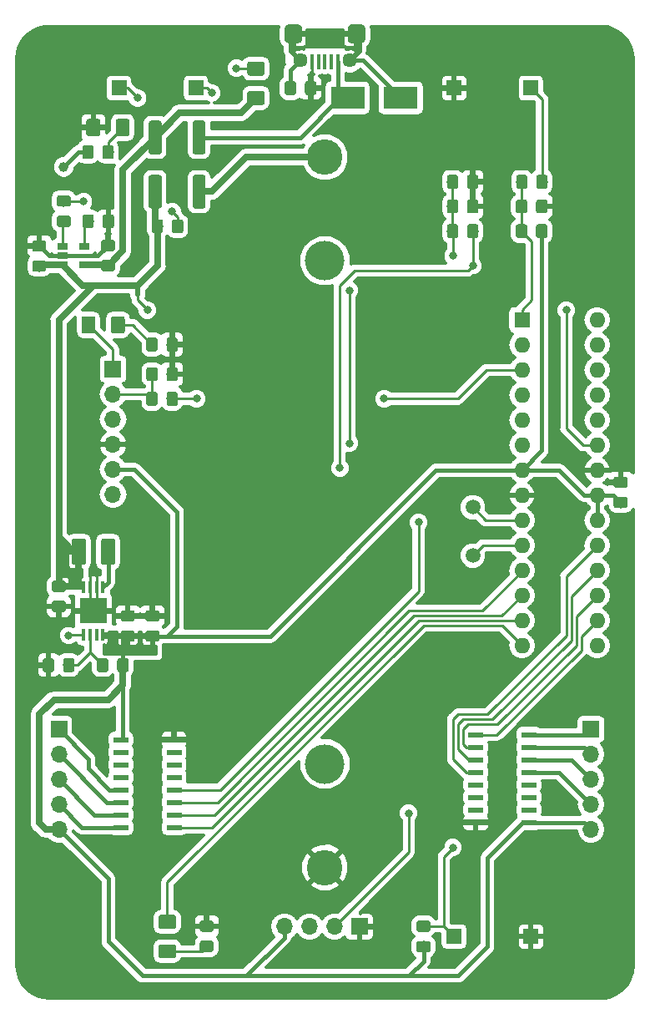
<source format=gtl>
G04 #@! TF.GenerationSoftware,KiCad,Pcbnew,5.0.2-bee76a0~70~ubuntu18.04.1*
G04 #@! TF.CreationDate,2019-09-22T19:21:34+02:00*
G04 #@! TF.ProjectId,snail,736e6169-6c2e-46b6-9963-61645f706362,rev?*
G04 #@! TF.SameCoordinates,Original*
G04 #@! TF.FileFunction,Copper,L1,Top*
G04 #@! TF.FilePolarity,Positive*
%FSLAX46Y46*%
G04 Gerber Fmt 4.6, Leading zero omitted, Abs format (unit mm)*
G04 Created by KiCad (PCBNEW 5.0.2-bee76a0~70~ubuntu18.04.1) date nie, 22 wrz 2019, 19:21:34*
%MOMM*%
%LPD*%
G01*
G04 APERTURE LIST*
G04 #@! TA.AperFunction,EtchedComponent*
%ADD10C,0.100000*%
G04 #@! TD*
G04 #@! TA.AperFunction,ComponentPad*
%ADD11C,3.600000*%
G04 #@! TD*
G04 #@! TA.AperFunction,ComponentPad*
%ADD12C,4.000000*%
G04 #@! TD*
G04 #@! TA.AperFunction,SMDPad,CuDef*
%ADD13R,1.500000X1.500000*%
G04 #@! TD*
G04 #@! TA.AperFunction,Conductor*
%ADD14C,0.100000*%
G04 #@! TD*
G04 #@! TA.AperFunction,SMDPad,CuDef*
%ADD15C,1.300000*%
G04 #@! TD*
G04 #@! TA.AperFunction,SMDPad,CuDef*
%ADD16C,1.150000*%
G04 #@! TD*
G04 #@! TA.AperFunction,SMDPad,CuDef*
%ADD17C,1.425000*%
G04 #@! TD*
G04 #@! TA.AperFunction,SMDPad,CuDef*
%ADD18R,3.500000X2.300000*%
G04 #@! TD*
G04 #@! TA.AperFunction,ComponentPad*
%ADD19O,1.700000X1.700000*%
G04 #@! TD*
G04 #@! TA.AperFunction,ComponentPad*
%ADD20R,1.700000X1.700000*%
G04 #@! TD*
G04 #@! TA.AperFunction,SMDPad,CuDef*
%ADD21R,1.060000X0.650000*%
G04 #@! TD*
G04 #@! TA.AperFunction,SMDPad,CuDef*
%ADD22R,1.500000X0.600000*%
G04 #@! TD*
G04 #@! TA.AperFunction,ComponentPad*
%ADD23O,1.600000X1.600000*%
G04 #@! TD*
G04 #@! TA.AperFunction,ComponentPad*
%ADD24R,1.600000X1.600000*%
G04 #@! TD*
G04 #@! TA.AperFunction,ComponentPad*
%ADD25C,1.500000*%
G04 #@! TD*
G04 #@! TA.AperFunction,SMDPad,CuDef*
%ADD26R,0.400000X1.260000*%
G04 #@! TD*
G04 #@! TA.AperFunction,SMDPad,CuDef*
%ADD27R,2.800000X2.540000*%
G04 #@! TD*
G04 #@! TA.AperFunction,Conductor*
%ADD28C,0.500000*%
G04 #@! TD*
G04 #@! TA.AperFunction,ComponentPad*
%ADD29C,1.800000*%
G04 #@! TD*
G04 #@! TA.AperFunction,ComponentPad*
%ADD30C,1.450000*%
G04 #@! TD*
G04 #@! TA.AperFunction,SMDPad,CuDef*
%ADD31R,0.400000X1.550000*%
G04 #@! TD*
G04 #@! TA.AperFunction,ViaPad*
%ADD32C,6.000000*%
G04 #@! TD*
G04 #@! TA.AperFunction,ViaPad*
%ADD33C,0.800000*%
G04 #@! TD*
G04 #@! TA.AperFunction,ViaPad*
%ADD34C,1.000000*%
G04 #@! TD*
G04 #@! TA.AperFunction,Conductor*
%ADD35C,0.700000*%
G04 #@! TD*
G04 #@! TA.AperFunction,Conductor*
%ADD36C,0.250000*%
G04 #@! TD*
G04 #@! TA.AperFunction,Conductor*
%ADD37C,0.400000*%
G04 #@! TD*
G04 #@! TA.AperFunction,Conductor*
%ADD38C,0.300000*%
G04 #@! TD*
G04 APERTURE END LIST*
D10*
G04 #@! TO.C,NT1*
G36*
X50750000Y-43000000D02*
X50750000Y-42000000D01*
X51250000Y-42000000D01*
X51250000Y-43000000D01*
X50750000Y-43000000D01*
G37*
G04 #@! TD*
D11*
G04 #@! TO.P,BT1,1*
G04 #@! TO.N,Net-(BT1-Pad1)*
X70000000Y-29000000D03*
G04 #@! TO.P,BT1,2*
G04 #@! TO.N,GND*
X70000000Y-101000000D03*
D12*
G04 #@! TO.P,BT1,*
G04 #@! TO.N,*
X70000000Y-39500000D03*
X70000000Y-90500000D03*
G04 #@! TD*
D13*
G04 #@! TO.P,SW2,2*
G04 #@! TO.N,GND*
X83100000Y-22000000D03*
G04 #@! TO.P,SW2,1*
G04 #@! TO.N,Net-(R14-Pad2)*
X90900000Y-22000000D03*
G04 #@! TD*
D14*
G04 #@! TO.N,Net-(BT1-Pad1)*
G04 #@! TO.C,F2*
G36*
X57649504Y-30801204D02*
X57673773Y-30804804D01*
X57697571Y-30810765D01*
X57720671Y-30819030D01*
X57742849Y-30829520D01*
X57763893Y-30842133D01*
X57783598Y-30856747D01*
X57801777Y-30873223D01*
X57818253Y-30891402D01*
X57832867Y-30911107D01*
X57845480Y-30932151D01*
X57855970Y-30954329D01*
X57864235Y-30977429D01*
X57870196Y-31001227D01*
X57873796Y-31025496D01*
X57875000Y-31050000D01*
X57875000Y-33950000D01*
X57873796Y-33974504D01*
X57870196Y-33998773D01*
X57864235Y-34022571D01*
X57855970Y-34045671D01*
X57845480Y-34067849D01*
X57832867Y-34088893D01*
X57818253Y-34108598D01*
X57801777Y-34126777D01*
X57783598Y-34143253D01*
X57763893Y-34157867D01*
X57742849Y-34170480D01*
X57720671Y-34180970D01*
X57697571Y-34189235D01*
X57673773Y-34195196D01*
X57649504Y-34198796D01*
X57625000Y-34200000D01*
X56825000Y-34200000D01*
X56800496Y-34198796D01*
X56776227Y-34195196D01*
X56752429Y-34189235D01*
X56729329Y-34180970D01*
X56707151Y-34170480D01*
X56686107Y-34157867D01*
X56666402Y-34143253D01*
X56648223Y-34126777D01*
X56631747Y-34108598D01*
X56617133Y-34088893D01*
X56604520Y-34067849D01*
X56594030Y-34045671D01*
X56585765Y-34022571D01*
X56579804Y-33998773D01*
X56576204Y-33974504D01*
X56575000Y-33950000D01*
X56575000Y-31050000D01*
X56576204Y-31025496D01*
X56579804Y-31001227D01*
X56585765Y-30977429D01*
X56594030Y-30954329D01*
X56604520Y-30932151D01*
X56617133Y-30911107D01*
X56631747Y-30891402D01*
X56648223Y-30873223D01*
X56666402Y-30856747D01*
X56686107Y-30842133D01*
X56707151Y-30829520D01*
X56729329Y-30819030D01*
X56752429Y-30810765D01*
X56776227Y-30804804D01*
X56800496Y-30801204D01*
X56825000Y-30800000D01*
X57625000Y-30800000D01*
X57649504Y-30801204D01*
X57649504Y-30801204D01*
G37*
D15*
G04 #@! TD*
G04 #@! TO.P,F2,2*
G04 #@! TO.N,Net-(BT1-Pad1)*
X57225000Y-32500000D03*
D14*
G04 #@! TO.N,+BATT*
G04 #@! TO.C,F2*
G36*
X53199504Y-30801204D02*
X53223773Y-30804804D01*
X53247571Y-30810765D01*
X53270671Y-30819030D01*
X53292849Y-30829520D01*
X53313893Y-30842133D01*
X53333598Y-30856747D01*
X53351777Y-30873223D01*
X53368253Y-30891402D01*
X53382867Y-30911107D01*
X53395480Y-30932151D01*
X53405970Y-30954329D01*
X53414235Y-30977429D01*
X53420196Y-31001227D01*
X53423796Y-31025496D01*
X53425000Y-31050000D01*
X53425000Y-33950000D01*
X53423796Y-33974504D01*
X53420196Y-33998773D01*
X53414235Y-34022571D01*
X53405970Y-34045671D01*
X53395480Y-34067849D01*
X53382867Y-34088893D01*
X53368253Y-34108598D01*
X53351777Y-34126777D01*
X53333598Y-34143253D01*
X53313893Y-34157867D01*
X53292849Y-34170480D01*
X53270671Y-34180970D01*
X53247571Y-34189235D01*
X53223773Y-34195196D01*
X53199504Y-34198796D01*
X53175000Y-34200000D01*
X52375000Y-34200000D01*
X52350496Y-34198796D01*
X52326227Y-34195196D01*
X52302429Y-34189235D01*
X52279329Y-34180970D01*
X52257151Y-34170480D01*
X52236107Y-34157867D01*
X52216402Y-34143253D01*
X52198223Y-34126777D01*
X52181747Y-34108598D01*
X52167133Y-34088893D01*
X52154520Y-34067849D01*
X52144030Y-34045671D01*
X52135765Y-34022571D01*
X52129804Y-33998773D01*
X52126204Y-33974504D01*
X52125000Y-33950000D01*
X52125000Y-31050000D01*
X52126204Y-31025496D01*
X52129804Y-31001227D01*
X52135765Y-30977429D01*
X52144030Y-30954329D01*
X52154520Y-30932151D01*
X52167133Y-30911107D01*
X52181747Y-30891402D01*
X52198223Y-30873223D01*
X52216402Y-30856747D01*
X52236107Y-30842133D01*
X52257151Y-30829520D01*
X52279329Y-30819030D01*
X52302429Y-30810765D01*
X52326227Y-30804804D01*
X52350496Y-30801204D01*
X52375000Y-30800000D01*
X53175000Y-30800000D01*
X53199504Y-30801204D01*
X53199504Y-30801204D01*
G37*
D15*
G04 #@! TD*
G04 #@! TO.P,F2,1*
G04 #@! TO.N,+BATT*
X52775000Y-32500000D03*
D14*
G04 #@! TO.N,GND*
G04 #@! TO.C,C1*
G36*
X48474505Y-37376204D02*
X48498773Y-37379804D01*
X48522572Y-37385765D01*
X48545671Y-37394030D01*
X48567850Y-37404520D01*
X48588893Y-37417132D01*
X48608599Y-37431747D01*
X48626777Y-37448223D01*
X48643253Y-37466401D01*
X48657868Y-37486107D01*
X48670480Y-37507150D01*
X48680970Y-37529329D01*
X48689235Y-37552428D01*
X48695196Y-37576227D01*
X48698796Y-37600495D01*
X48700000Y-37624999D01*
X48700000Y-38275001D01*
X48698796Y-38299505D01*
X48695196Y-38323773D01*
X48689235Y-38347572D01*
X48680970Y-38370671D01*
X48670480Y-38392850D01*
X48657868Y-38413893D01*
X48643253Y-38433599D01*
X48626777Y-38451777D01*
X48608599Y-38468253D01*
X48588893Y-38482868D01*
X48567850Y-38495480D01*
X48545671Y-38505970D01*
X48522572Y-38514235D01*
X48498773Y-38520196D01*
X48474505Y-38523796D01*
X48450001Y-38525000D01*
X47549999Y-38525000D01*
X47525495Y-38523796D01*
X47501227Y-38520196D01*
X47477428Y-38514235D01*
X47454329Y-38505970D01*
X47432150Y-38495480D01*
X47411107Y-38482868D01*
X47391401Y-38468253D01*
X47373223Y-38451777D01*
X47356747Y-38433599D01*
X47342132Y-38413893D01*
X47329520Y-38392850D01*
X47319030Y-38370671D01*
X47310765Y-38347572D01*
X47304804Y-38323773D01*
X47301204Y-38299505D01*
X47300000Y-38275001D01*
X47300000Y-37624999D01*
X47301204Y-37600495D01*
X47304804Y-37576227D01*
X47310765Y-37552428D01*
X47319030Y-37529329D01*
X47329520Y-37507150D01*
X47342132Y-37486107D01*
X47356747Y-37466401D01*
X47373223Y-37448223D01*
X47391401Y-37431747D01*
X47411107Y-37417132D01*
X47432150Y-37404520D01*
X47454329Y-37394030D01*
X47477428Y-37385765D01*
X47501227Y-37379804D01*
X47525495Y-37376204D01*
X47549999Y-37375000D01*
X48450001Y-37375000D01*
X48474505Y-37376204D01*
X48474505Y-37376204D01*
G37*
D16*
G04 #@! TD*
G04 #@! TO.P,C1,2*
G04 #@! TO.N,GND*
X48000000Y-37950000D03*
D14*
G04 #@! TO.N,VDD*
G04 #@! TO.C,C1*
G36*
X48474505Y-39426204D02*
X48498773Y-39429804D01*
X48522572Y-39435765D01*
X48545671Y-39444030D01*
X48567850Y-39454520D01*
X48588893Y-39467132D01*
X48608599Y-39481747D01*
X48626777Y-39498223D01*
X48643253Y-39516401D01*
X48657868Y-39536107D01*
X48670480Y-39557150D01*
X48680970Y-39579329D01*
X48689235Y-39602428D01*
X48695196Y-39626227D01*
X48698796Y-39650495D01*
X48700000Y-39674999D01*
X48700000Y-40325001D01*
X48698796Y-40349505D01*
X48695196Y-40373773D01*
X48689235Y-40397572D01*
X48680970Y-40420671D01*
X48670480Y-40442850D01*
X48657868Y-40463893D01*
X48643253Y-40483599D01*
X48626777Y-40501777D01*
X48608599Y-40518253D01*
X48588893Y-40532868D01*
X48567850Y-40545480D01*
X48545671Y-40555970D01*
X48522572Y-40564235D01*
X48498773Y-40570196D01*
X48474505Y-40573796D01*
X48450001Y-40575000D01*
X47549999Y-40575000D01*
X47525495Y-40573796D01*
X47501227Y-40570196D01*
X47477428Y-40564235D01*
X47454329Y-40555970D01*
X47432150Y-40545480D01*
X47411107Y-40532868D01*
X47391401Y-40518253D01*
X47373223Y-40501777D01*
X47356747Y-40483599D01*
X47342132Y-40463893D01*
X47329520Y-40442850D01*
X47319030Y-40420671D01*
X47310765Y-40397572D01*
X47304804Y-40373773D01*
X47301204Y-40349505D01*
X47300000Y-40325001D01*
X47300000Y-39674999D01*
X47301204Y-39650495D01*
X47304804Y-39626227D01*
X47310765Y-39602428D01*
X47319030Y-39579329D01*
X47329520Y-39557150D01*
X47342132Y-39536107D01*
X47356747Y-39516401D01*
X47373223Y-39498223D01*
X47391401Y-39481747D01*
X47411107Y-39467132D01*
X47432150Y-39454520D01*
X47454329Y-39444030D01*
X47477428Y-39435765D01*
X47501227Y-39429804D01*
X47525495Y-39426204D01*
X47549999Y-39425000D01*
X48450001Y-39425000D01*
X48474505Y-39426204D01*
X48474505Y-39426204D01*
G37*
D16*
G04 #@! TD*
G04 #@! TO.P,C1,1*
G04 #@! TO.N,VDD*
X48000000Y-40000000D03*
D14*
G04 #@! TO.N,GND*
G04 #@! TO.C,C4*
G36*
X43474505Y-73976204D02*
X43498773Y-73979804D01*
X43522572Y-73985765D01*
X43545671Y-73994030D01*
X43567850Y-74004520D01*
X43588893Y-74017132D01*
X43608599Y-74031747D01*
X43626777Y-74048223D01*
X43643253Y-74066401D01*
X43657868Y-74086107D01*
X43670480Y-74107150D01*
X43680970Y-74129329D01*
X43689235Y-74152428D01*
X43695196Y-74176227D01*
X43698796Y-74200495D01*
X43700000Y-74224999D01*
X43700000Y-74875001D01*
X43698796Y-74899505D01*
X43695196Y-74923773D01*
X43689235Y-74947572D01*
X43680970Y-74970671D01*
X43670480Y-74992850D01*
X43657868Y-75013893D01*
X43643253Y-75033599D01*
X43626777Y-75051777D01*
X43608599Y-75068253D01*
X43588893Y-75082868D01*
X43567850Y-75095480D01*
X43545671Y-75105970D01*
X43522572Y-75114235D01*
X43498773Y-75120196D01*
X43474505Y-75123796D01*
X43450001Y-75125000D01*
X42549999Y-75125000D01*
X42525495Y-75123796D01*
X42501227Y-75120196D01*
X42477428Y-75114235D01*
X42454329Y-75105970D01*
X42432150Y-75095480D01*
X42411107Y-75082868D01*
X42391401Y-75068253D01*
X42373223Y-75051777D01*
X42356747Y-75033599D01*
X42342132Y-75013893D01*
X42329520Y-74992850D01*
X42319030Y-74970671D01*
X42310765Y-74947572D01*
X42304804Y-74923773D01*
X42301204Y-74899505D01*
X42300000Y-74875001D01*
X42300000Y-74224999D01*
X42301204Y-74200495D01*
X42304804Y-74176227D01*
X42310765Y-74152428D01*
X42319030Y-74129329D01*
X42329520Y-74107150D01*
X42342132Y-74086107D01*
X42356747Y-74066401D01*
X42373223Y-74048223D01*
X42391401Y-74031747D01*
X42411107Y-74017132D01*
X42432150Y-74004520D01*
X42454329Y-73994030D01*
X42477428Y-73985765D01*
X42501227Y-73979804D01*
X42525495Y-73976204D01*
X42549999Y-73975000D01*
X43450001Y-73975000D01*
X43474505Y-73976204D01*
X43474505Y-73976204D01*
G37*
D16*
G04 #@! TD*
G04 #@! TO.P,C4,2*
G04 #@! TO.N,GND*
X43000000Y-74550000D03*
D14*
G04 #@! TO.N,+BATT*
G04 #@! TO.C,C4*
G36*
X43474505Y-71926204D02*
X43498773Y-71929804D01*
X43522572Y-71935765D01*
X43545671Y-71944030D01*
X43567850Y-71954520D01*
X43588893Y-71967132D01*
X43608599Y-71981747D01*
X43626777Y-71998223D01*
X43643253Y-72016401D01*
X43657868Y-72036107D01*
X43670480Y-72057150D01*
X43680970Y-72079329D01*
X43689235Y-72102428D01*
X43695196Y-72126227D01*
X43698796Y-72150495D01*
X43700000Y-72174999D01*
X43700000Y-72825001D01*
X43698796Y-72849505D01*
X43695196Y-72873773D01*
X43689235Y-72897572D01*
X43680970Y-72920671D01*
X43670480Y-72942850D01*
X43657868Y-72963893D01*
X43643253Y-72983599D01*
X43626777Y-73001777D01*
X43608599Y-73018253D01*
X43588893Y-73032868D01*
X43567850Y-73045480D01*
X43545671Y-73055970D01*
X43522572Y-73064235D01*
X43498773Y-73070196D01*
X43474505Y-73073796D01*
X43450001Y-73075000D01*
X42549999Y-73075000D01*
X42525495Y-73073796D01*
X42501227Y-73070196D01*
X42477428Y-73064235D01*
X42454329Y-73055970D01*
X42432150Y-73045480D01*
X42411107Y-73032868D01*
X42391401Y-73018253D01*
X42373223Y-73001777D01*
X42356747Y-72983599D01*
X42342132Y-72963893D01*
X42329520Y-72942850D01*
X42319030Y-72920671D01*
X42310765Y-72897572D01*
X42304804Y-72873773D01*
X42301204Y-72849505D01*
X42300000Y-72825001D01*
X42300000Y-72174999D01*
X42301204Y-72150495D01*
X42304804Y-72126227D01*
X42310765Y-72102428D01*
X42319030Y-72079329D01*
X42329520Y-72057150D01*
X42342132Y-72036107D01*
X42356747Y-72016401D01*
X42373223Y-71998223D01*
X42391401Y-71981747D01*
X42411107Y-71967132D01*
X42432150Y-71954520D01*
X42454329Y-71944030D01*
X42477428Y-71935765D01*
X42501227Y-71929804D01*
X42525495Y-71926204D01*
X42549999Y-71925000D01*
X43450001Y-71925000D01*
X43474505Y-71926204D01*
X43474505Y-71926204D01*
G37*
D16*
G04 #@! TD*
G04 #@! TO.P,C4,1*
G04 #@! TO.N,+BATT*
X43000000Y-72500000D03*
D14*
G04 #@! TO.N,GND*
G04 #@! TO.C,C5*
G36*
X50474505Y-74926204D02*
X50498773Y-74929804D01*
X50522572Y-74935765D01*
X50545671Y-74944030D01*
X50567850Y-74954520D01*
X50588893Y-74967132D01*
X50608599Y-74981747D01*
X50626777Y-74998223D01*
X50643253Y-75016401D01*
X50657868Y-75036107D01*
X50670480Y-75057150D01*
X50680970Y-75079329D01*
X50689235Y-75102428D01*
X50695196Y-75126227D01*
X50698796Y-75150495D01*
X50700000Y-75174999D01*
X50700000Y-75825001D01*
X50698796Y-75849505D01*
X50695196Y-75873773D01*
X50689235Y-75897572D01*
X50680970Y-75920671D01*
X50670480Y-75942850D01*
X50657868Y-75963893D01*
X50643253Y-75983599D01*
X50626777Y-76001777D01*
X50608599Y-76018253D01*
X50588893Y-76032868D01*
X50567850Y-76045480D01*
X50545671Y-76055970D01*
X50522572Y-76064235D01*
X50498773Y-76070196D01*
X50474505Y-76073796D01*
X50450001Y-76075000D01*
X49549999Y-76075000D01*
X49525495Y-76073796D01*
X49501227Y-76070196D01*
X49477428Y-76064235D01*
X49454329Y-76055970D01*
X49432150Y-76045480D01*
X49411107Y-76032868D01*
X49391401Y-76018253D01*
X49373223Y-76001777D01*
X49356747Y-75983599D01*
X49342132Y-75963893D01*
X49329520Y-75942850D01*
X49319030Y-75920671D01*
X49310765Y-75897572D01*
X49304804Y-75873773D01*
X49301204Y-75849505D01*
X49300000Y-75825001D01*
X49300000Y-75174999D01*
X49301204Y-75150495D01*
X49304804Y-75126227D01*
X49310765Y-75102428D01*
X49319030Y-75079329D01*
X49329520Y-75057150D01*
X49342132Y-75036107D01*
X49356747Y-75016401D01*
X49373223Y-74998223D01*
X49391401Y-74981747D01*
X49411107Y-74967132D01*
X49432150Y-74954520D01*
X49454329Y-74944030D01*
X49477428Y-74935765D01*
X49501227Y-74929804D01*
X49525495Y-74926204D01*
X49549999Y-74925000D01*
X50450001Y-74925000D01*
X50474505Y-74926204D01*
X50474505Y-74926204D01*
G37*
D16*
G04 #@! TD*
G04 #@! TO.P,C5,2*
G04 #@! TO.N,GND*
X50000000Y-75500000D03*
D14*
G04 #@! TO.N,VCC*
G04 #@! TO.C,C5*
G36*
X50474505Y-76976204D02*
X50498773Y-76979804D01*
X50522572Y-76985765D01*
X50545671Y-76994030D01*
X50567850Y-77004520D01*
X50588893Y-77017132D01*
X50608599Y-77031747D01*
X50626777Y-77048223D01*
X50643253Y-77066401D01*
X50657868Y-77086107D01*
X50670480Y-77107150D01*
X50680970Y-77129329D01*
X50689235Y-77152428D01*
X50695196Y-77176227D01*
X50698796Y-77200495D01*
X50700000Y-77224999D01*
X50700000Y-77875001D01*
X50698796Y-77899505D01*
X50695196Y-77923773D01*
X50689235Y-77947572D01*
X50680970Y-77970671D01*
X50670480Y-77992850D01*
X50657868Y-78013893D01*
X50643253Y-78033599D01*
X50626777Y-78051777D01*
X50608599Y-78068253D01*
X50588893Y-78082868D01*
X50567850Y-78095480D01*
X50545671Y-78105970D01*
X50522572Y-78114235D01*
X50498773Y-78120196D01*
X50474505Y-78123796D01*
X50450001Y-78125000D01*
X49549999Y-78125000D01*
X49525495Y-78123796D01*
X49501227Y-78120196D01*
X49477428Y-78114235D01*
X49454329Y-78105970D01*
X49432150Y-78095480D01*
X49411107Y-78082868D01*
X49391401Y-78068253D01*
X49373223Y-78051777D01*
X49356747Y-78033599D01*
X49342132Y-78013893D01*
X49329520Y-77992850D01*
X49319030Y-77970671D01*
X49310765Y-77947572D01*
X49304804Y-77923773D01*
X49301204Y-77899505D01*
X49300000Y-77875001D01*
X49300000Y-77224999D01*
X49301204Y-77200495D01*
X49304804Y-77176227D01*
X49310765Y-77152428D01*
X49319030Y-77129329D01*
X49329520Y-77107150D01*
X49342132Y-77086107D01*
X49356747Y-77066401D01*
X49373223Y-77048223D01*
X49391401Y-77031747D01*
X49411107Y-77017132D01*
X49432150Y-77004520D01*
X49454329Y-76994030D01*
X49477428Y-76985765D01*
X49501227Y-76979804D01*
X49525495Y-76976204D01*
X49549999Y-76975000D01*
X50450001Y-76975000D01*
X50474505Y-76976204D01*
X50474505Y-76976204D01*
G37*
D16*
G04 #@! TD*
G04 #@! TO.P,C5,1*
G04 #@! TO.N,VCC*
X50000000Y-77550000D03*
D14*
G04 #@! TO.N,GND*
G04 #@! TO.C,C6*
G36*
X52974505Y-74926204D02*
X52998773Y-74929804D01*
X53022572Y-74935765D01*
X53045671Y-74944030D01*
X53067850Y-74954520D01*
X53088893Y-74967132D01*
X53108599Y-74981747D01*
X53126777Y-74998223D01*
X53143253Y-75016401D01*
X53157868Y-75036107D01*
X53170480Y-75057150D01*
X53180970Y-75079329D01*
X53189235Y-75102428D01*
X53195196Y-75126227D01*
X53198796Y-75150495D01*
X53200000Y-75174999D01*
X53200000Y-75825001D01*
X53198796Y-75849505D01*
X53195196Y-75873773D01*
X53189235Y-75897572D01*
X53180970Y-75920671D01*
X53170480Y-75942850D01*
X53157868Y-75963893D01*
X53143253Y-75983599D01*
X53126777Y-76001777D01*
X53108599Y-76018253D01*
X53088893Y-76032868D01*
X53067850Y-76045480D01*
X53045671Y-76055970D01*
X53022572Y-76064235D01*
X52998773Y-76070196D01*
X52974505Y-76073796D01*
X52950001Y-76075000D01*
X52049999Y-76075000D01*
X52025495Y-76073796D01*
X52001227Y-76070196D01*
X51977428Y-76064235D01*
X51954329Y-76055970D01*
X51932150Y-76045480D01*
X51911107Y-76032868D01*
X51891401Y-76018253D01*
X51873223Y-76001777D01*
X51856747Y-75983599D01*
X51842132Y-75963893D01*
X51829520Y-75942850D01*
X51819030Y-75920671D01*
X51810765Y-75897572D01*
X51804804Y-75873773D01*
X51801204Y-75849505D01*
X51800000Y-75825001D01*
X51800000Y-75174999D01*
X51801204Y-75150495D01*
X51804804Y-75126227D01*
X51810765Y-75102428D01*
X51819030Y-75079329D01*
X51829520Y-75057150D01*
X51842132Y-75036107D01*
X51856747Y-75016401D01*
X51873223Y-74998223D01*
X51891401Y-74981747D01*
X51911107Y-74967132D01*
X51932150Y-74954520D01*
X51954329Y-74944030D01*
X51977428Y-74935765D01*
X52001227Y-74929804D01*
X52025495Y-74926204D01*
X52049999Y-74925000D01*
X52950001Y-74925000D01*
X52974505Y-74926204D01*
X52974505Y-74926204D01*
G37*
D16*
G04 #@! TD*
G04 #@! TO.P,C6,2*
G04 #@! TO.N,GND*
X52500000Y-75500000D03*
D14*
G04 #@! TO.N,VCC*
G04 #@! TO.C,C6*
G36*
X52974505Y-76976204D02*
X52998773Y-76979804D01*
X53022572Y-76985765D01*
X53045671Y-76994030D01*
X53067850Y-77004520D01*
X53088893Y-77017132D01*
X53108599Y-77031747D01*
X53126777Y-77048223D01*
X53143253Y-77066401D01*
X53157868Y-77086107D01*
X53170480Y-77107150D01*
X53180970Y-77129329D01*
X53189235Y-77152428D01*
X53195196Y-77176227D01*
X53198796Y-77200495D01*
X53200000Y-77224999D01*
X53200000Y-77875001D01*
X53198796Y-77899505D01*
X53195196Y-77923773D01*
X53189235Y-77947572D01*
X53180970Y-77970671D01*
X53170480Y-77992850D01*
X53157868Y-78013893D01*
X53143253Y-78033599D01*
X53126777Y-78051777D01*
X53108599Y-78068253D01*
X53088893Y-78082868D01*
X53067850Y-78095480D01*
X53045671Y-78105970D01*
X53022572Y-78114235D01*
X52998773Y-78120196D01*
X52974505Y-78123796D01*
X52950001Y-78125000D01*
X52049999Y-78125000D01*
X52025495Y-78123796D01*
X52001227Y-78120196D01*
X51977428Y-78114235D01*
X51954329Y-78105970D01*
X51932150Y-78095480D01*
X51911107Y-78082868D01*
X51891401Y-78068253D01*
X51873223Y-78051777D01*
X51856747Y-78033599D01*
X51842132Y-78013893D01*
X51829520Y-77992850D01*
X51819030Y-77970671D01*
X51810765Y-77947572D01*
X51804804Y-77923773D01*
X51801204Y-77899505D01*
X51800000Y-77875001D01*
X51800000Y-77224999D01*
X51801204Y-77200495D01*
X51804804Y-77176227D01*
X51810765Y-77152428D01*
X51819030Y-77129329D01*
X51829520Y-77107150D01*
X51842132Y-77086107D01*
X51856747Y-77066401D01*
X51873223Y-77048223D01*
X51891401Y-77031747D01*
X51911107Y-77017132D01*
X51932150Y-77004520D01*
X51954329Y-76994030D01*
X51977428Y-76985765D01*
X52001227Y-76979804D01*
X52025495Y-76976204D01*
X52049999Y-76975000D01*
X52950001Y-76975000D01*
X52974505Y-76976204D01*
X52974505Y-76976204D01*
G37*
D16*
G04 #@! TD*
G04 #@! TO.P,C6,1*
G04 #@! TO.N,VCC*
X52500000Y-77550000D03*
D14*
G04 #@! TO.N,GND*
G04 #@! TO.C,C7*
G36*
X85349505Y-30801204D02*
X85373773Y-30804804D01*
X85397572Y-30810765D01*
X85420671Y-30819030D01*
X85442850Y-30829520D01*
X85463893Y-30842132D01*
X85483599Y-30856747D01*
X85501777Y-30873223D01*
X85518253Y-30891401D01*
X85532868Y-30911107D01*
X85545480Y-30932150D01*
X85555970Y-30954329D01*
X85564235Y-30977428D01*
X85570196Y-31001227D01*
X85573796Y-31025495D01*
X85575000Y-31049999D01*
X85575000Y-31950001D01*
X85573796Y-31974505D01*
X85570196Y-31998773D01*
X85564235Y-32022572D01*
X85555970Y-32045671D01*
X85545480Y-32067850D01*
X85532868Y-32088893D01*
X85518253Y-32108599D01*
X85501777Y-32126777D01*
X85483599Y-32143253D01*
X85463893Y-32157868D01*
X85442850Y-32170480D01*
X85420671Y-32180970D01*
X85397572Y-32189235D01*
X85373773Y-32195196D01*
X85349505Y-32198796D01*
X85325001Y-32200000D01*
X84674999Y-32200000D01*
X84650495Y-32198796D01*
X84626227Y-32195196D01*
X84602428Y-32189235D01*
X84579329Y-32180970D01*
X84557150Y-32170480D01*
X84536107Y-32157868D01*
X84516401Y-32143253D01*
X84498223Y-32126777D01*
X84481747Y-32108599D01*
X84467132Y-32088893D01*
X84454520Y-32067850D01*
X84444030Y-32045671D01*
X84435765Y-32022572D01*
X84429804Y-31998773D01*
X84426204Y-31974505D01*
X84425000Y-31950001D01*
X84425000Y-31049999D01*
X84426204Y-31025495D01*
X84429804Y-31001227D01*
X84435765Y-30977428D01*
X84444030Y-30954329D01*
X84454520Y-30932150D01*
X84467132Y-30911107D01*
X84481747Y-30891401D01*
X84498223Y-30873223D01*
X84516401Y-30856747D01*
X84536107Y-30842132D01*
X84557150Y-30829520D01*
X84579329Y-30819030D01*
X84602428Y-30810765D01*
X84626227Y-30804804D01*
X84650495Y-30801204D01*
X84674999Y-30800000D01*
X85325001Y-30800000D01*
X85349505Y-30801204D01*
X85349505Y-30801204D01*
G37*
D16*
G04 #@! TD*
G04 #@! TO.P,C7,2*
G04 #@! TO.N,GND*
X85000000Y-31500000D03*
D14*
G04 #@! TO.N,PC5*
G04 #@! TO.C,C7*
G36*
X83299505Y-30801204D02*
X83323773Y-30804804D01*
X83347572Y-30810765D01*
X83370671Y-30819030D01*
X83392850Y-30829520D01*
X83413893Y-30842132D01*
X83433599Y-30856747D01*
X83451777Y-30873223D01*
X83468253Y-30891401D01*
X83482868Y-30911107D01*
X83495480Y-30932150D01*
X83505970Y-30954329D01*
X83514235Y-30977428D01*
X83520196Y-31001227D01*
X83523796Y-31025495D01*
X83525000Y-31049999D01*
X83525000Y-31950001D01*
X83523796Y-31974505D01*
X83520196Y-31998773D01*
X83514235Y-32022572D01*
X83505970Y-32045671D01*
X83495480Y-32067850D01*
X83482868Y-32088893D01*
X83468253Y-32108599D01*
X83451777Y-32126777D01*
X83433599Y-32143253D01*
X83413893Y-32157868D01*
X83392850Y-32170480D01*
X83370671Y-32180970D01*
X83347572Y-32189235D01*
X83323773Y-32195196D01*
X83299505Y-32198796D01*
X83275001Y-32200000D01*
X82624999Y-32200000D01*
X82600495Y-32198796D01*
X82576227Y-32195196D01*
X82552428Y-32189235D01*
X82529329Y-32180970D01*
X82507150Y-32170480D01*
X82486107Y-32157868D01*
X82466401Y-32143253D01*
X82448223Y-32126777D01*
X82431747Y-32108599D01*
X82417132Y-32088893D01*
X82404520Y-32067850D01*
X82394030Y-32045671D01*
X82385765Y-32022572D01*
X82379804Y-31998773D01*
X82376204Y-31974505D01*
X82375000Y-31950001D01*
X82375000Y-31049999D01*
X82376204Y-31025495D01*
X82379804Y-31001227D01*
X82385765Y-30977428D01*
X82394030Y-30954329D01*
X82404520Y-30932150D01*
X82417132Y-30911107D01*
X82431747Y-30891401D01*
X82448223Y-30873223D01*
X82466401Y-30856747D01*
X82486107Y-30842132D01*
X82507150Y-30829520D01*
X82529329Y-30819030D01*
X82552428Y-30810765D01*
X82576227Y-30804804D01*
X82600495Y-30801204D01*
X82624999Y-30800000D01*
X83275001Y-30800000D01*
X83299505Y-30801204D01*
X83299505Y-30801204D01*
G37*
D16*
G04 #@! TD*
G04 #@! TO.P,C7,1*
G04 #@! TO.N,PC5*
X82950000Y-31500000D03*
D14*
G04 #@! TO.N,VCC*
G04 #@! TO.C,C9*
G36*
X100474505Y-63426204D02*
X100498773Y-63429804D01*
X100522572Y-63435765D01*
X100545671Y-63444030D01*
X100567850Y-63454520D01*
X100588893Y-63467132D01*
X100608599Y-63481747D01*
X100626777Y-63498223D01*
X100643253Y-63516401D01*
X100657868Y-63536107D01*
X100670480Y-63557150D01*
X100680970Y-63579329D01*
X100689235Y-63602428D01*
X100695196Y-63626227D01*
X100698796Y-63650495D01*
X100700000Y-63674999D01*
X100700000Y-64325001D01*
X100698796Y-64349505D01*
X100695196Y-64373773D01*
X100689235Y-64397572D01*
X100680970Y-64420671D01*
X100670480Y-64442850D01*
X100657868Y-64463893D01*
X100643253Y-64483599D01*
X100626777Y-64501777D01*
X100608599Y-64518253D01*
X100588893Y-64532868D01*
X100567850Y-64545480D01*
X100545671Y-64555970D01*
X100522572Y-64564235D01*
X100498773Y-64570196D01*
X100474505Y-64573796D01*
X100450001Y-64575000D01*
X99549999Y-64575000D01*
X99525495Y-64573796D01*
X99501227Y-64570196D01*
X99477428Y-64564235D01*
X99454329Y-64555970D01*
X99432150Y-64545480D01*
X99411107Y-64532868D01*
X99391401Y-64518253D01*
X99373223Y-64501777D01*
X99356747Y-64483599D01*
X99342132Y-64463893D01*
X99329520Y-64442850D01*
X99319030Y-64420671D01*
X99310765Y-64397572D01*
X99304804Y-64373773D01*
X99301204Y-64349505D01*
X99300000Y-64325001D01*
X99300000Y-63674999D01*
X99301204Y-63650495D01*
X99304804Y-63626227D01*
X99310765Y-63602428D01*
X99319030Y-63579329D01*
X99329520Y-63557150D01*
X99342132Y-63536107D01*
X99356747Y-63516401D01*
X99373223Y-63498223D01*
X99391401Y-63481747D01*
X99411107Y-63467132D01*
X99432150Y-63454520D01*
X99454329Y-63444030D01*
X99477428Y-63435765D01*
X99501227Y-63429804D01*
X99525495Y-63426204D01*
X99549999Y-63425000D01*
X100450001Y-63425000D01*
X100474505Y-63426204D01*
X100474505Y-63426204D01*
G37*
D16*
G04 #@! TD*
G04 #@! TO.P,C9,2*
G04 #@! TO.N,VCC*
X100000000Y-64000000D03*
D14*
G04 #@! TO.N,GND*
G04 #@! TO.C,C9*
G36*
X100474505Y-61376204D02*
X100498773Y-61379804D01*
X100522572Y-61385765D01*
X100545671Y-61394030D01*
X100567850Y-61404520D01*
X100588893Y-61417132D01*
X100608599Y-61431747D01*
X100626777Y-61448223D01*
X100643253Y-61466401D01*
X100657868Y-61486107D01*
X100670480Y-61507150D01*
X100680970Y-61529329D01*
X100689235Y-61552428D01*
X100695196Y-61576227D01*
X100698796Y-61600495D01*
X100700000Y-61624999D01*
X100700000Y-62275001D01*
X100698796Y-62299505D01*
X100695196Y-62323773D01*
X100689235Y-62347572D01*
X100680970Y-62370671D01*
X100670480Y-62392850D01*
X100657868Y-62413893D01*
X100643253Y-62433599D01*
X100626777Y-62451777D01*
X100608599Y-62468253D01*
X100588893Y-62482868D01*
X100567850Y-62495480D01*
X100545671Y-62505970D01*
X100522572Y-62514235D01*
X100498773Y-62520196D01*
X100474505Y-62523796D01*
X100450001Y-62525000D01*
X99549999Y-62525000D01*
X99525495Y-62523796D01*
X99501227Y-62520196D01*
X99477428Y-62514235D01*
X99454329Y-62505970D01*
X99432150Y-62495480D01*
X99411107Y-62482868D01*
X99391401Y-62468253D01*
X99373223Y-62451777D01*
X99356747Y-62433599D01*
X99342132Y-62413893D01*
X99329520Y-62392850D01*
X99319030Y-62370671D01*
X99310765Y-62347572D01*
X99304804Y-62323773D01*
X99301204Y-62299505D01*
X99300000Y-62275001D01*
X99300000Y-61624999D01*
X99301204Y-61600495D01*
X99304804Y-61576227D01*
X99310765Y-61552428D01*
X99319030Y-61529329D01*
X99329520Y-61507150D01*
X99342132Y-61486107D01*
X99356747Y-61466401D01*
X99373223Y-61448223D01*
X99391401Y-61431747D01*
X99411107Y-61417132D01*
X99432150Y-61404520D01*
X99454329Y-61394030D01*
X99477428Y-61385765D01*
X99501227Y-61379804D01*
X99525495Y-61376204D01*
X99549999Y-61375000D01*
X100450001Y-61375000D01*
X100474505Y-61376204D01*
X100474505Y-61376204D01*
G37*
D16*
G04 #@! TD*
G04 #@! TO.P,C9,1*
G04 #@! TO.N,GND*
X100000000Y-61950000D03*
D14*
G04 #@! TO.N,GND*
G04 #@! TO.C,C13*
G36*
X92349505Y-33301204D02*
X92373773Y-33304804D01*
X92397572Y-33310765D01*
X92420671Y-33319030D01*
X92442850Y-33329520D01*
X92463893Y-33342132D01*
X92483599Y-33356747D01*
X92501777Y-33373223D01*
X92518253Y-33391401D01*
X92532868Y-33411107D01*
X92545480Y-33432150D01*
X92555970Y-33454329D01*
X92564235Y-33477428D01*
X92570196Y-33501227D01*
X92573796Y-33525495D01*
X92575000Y-33549999D01*
X92575000Y-34450001D01*
X92573796Y-34474505D01*
X92570196Y-34498773D01*
X92564235Y-34522572D01*
X92555970Y-34545671D01*
X92545480Y-34567850D01*
X92532868Y-34588893D01*
X92518253Y-34608599D01*
X92501777Y-34626777D01*
X92483599Y-34643253D01*
X92463893Y-34657868D01*
X92442850Y-34670480D01*
X92420671Y-34680970D01*
X92397572Y-34689235D01*
X92373773Y-34695196D01*
X92349505Y-34698796D01*
X92325001Y-34700000D01*
X91674999Y-34700000D01*
X91650495Y-34698796D01*
X91626227Y-34695196D01*
X91602428Y-34689235D01*
X91579329Y-34680970D01*
X91557150Y-34670480D01*
X91536107Y-34657868D01*
X91516401Y-34643253D01*
X91498223Y-34626777D01*
X91481747Y-34608599D01*
X91467132Y-34588893D01*
X91454520Y-34567850D01*
X91444030Y-34545671D01*
X91435765Y-34522572D01*
X91429804Y-34498773D01*
X91426204Y-34474505D01*
X91425000Y-34450001D01*
X91425000Y-33549999D01*
X91426204Y-33525495D01*
X91429804Y-33501227D01*
X91435765Y-33477428D01*
X91444030Y-33454329D01*
X91454520Y-33432150D01*
X91467132Y-33411107D01*
X91481747Y-33391401D01*
X91498223Y-33373223D01*
X91516401Y-33356747D01*
X91536107Y-33342132D01*
X91557150Y-33329520D01*
X91579329Y-33319030D01*
X91602428Y-33310765D01*
X91626227Y-33304804D01*
X91650495Y-33301204D01*
X91674999Y-33300000D01*
X92325001Y-33300000D01*
X92349505Y-33301204D01*
X92349505Y-33301204D01*
G37*
D16*
G04 #@! TD*
G04 #@! TO.P,C13,2*
G04 #@! TO.N,GND*
X92000000Y-34000000D03*
D14*
G04 #@! TO.N,Net-(C13-Pad1)*
G04 #@! TO.C,C13*
G36*
X90299505Y-33301204D02*
X90323773Y-33304804D01*
X90347572Y-33310765D01*
X90370671Y-33319030D01*
X90392850Y-33329520D01*
X90413893Y-33342132D01*
X90433599Y-33356747D01*
X90451777Y-33373223D01*
X90468253Y-33391401D01*
X90482868Y-33411107D01*
X90495480Y-33432150D01*
X90505970Y-33454329D01*
X90514235Y-33477428D01*
X90520196Y-33501227D01*
X90523796Y-33525495D01*
X90525000Y-33549999D01*
X90525000Y-34450001D01*
X90523796Y-34474505D01*
X90520196Y-34498773D01*
X90514235Y-34522572D01*
X90505970Y-34545671D01*
X90495480Y-34567850D01*
X90482868Y-34588893D01*
X90468253Y-34608599D01*
X90451777Y-34626777D01*
X90433599Y-34643253D01*
X90413893Y-34657868D01*
X90392850Y-34670480D01*
X90370671Y-34680970D01*
X90347572Y-34689235D01*
X90323773Y-34695196D01*
X90299505Y-34698796D01*
X90275001Y-34700000D01*
X89624999Y-34700000D01*
X89600495Y-34698796D01*
X89576227Y-34695196D01*
X89552428Y-34689235D01*
X89529329Y-34680970D01*
X89507150Y-34670480D01*
X89486107Y-34657868D01*
X89466401Y-34643253D01*
X89448223Y-34626777D01*
X89431747Y-34608599D01*
X89417132Y-34588893D01*
X89404520Y-34567850D01*
X89394030Y-34545671D01*
X89385765Y-34522572D01*
X89379804Y-34498773D01*
X89376204Y-34474505D01*
X89375000Y-34450001D01*
X89375000Y-33549999D01*
X89376204Y-33525495D01*
X89379804Y-33501227D01*
X89385765Y-33477428D01*
X89394030Y-33454329D01*
X89404520Y-33432150D01*
X89417132Y-33411107D01*
X89431747Y-33391401D01*
X89448223Y-33373223D01*
X89466401Y-33356747D01*
X89486107Y-33342132D01*
X89507150Y-33329520D01*
X89529329Y-33319030D01*
X89552428Y-33310765D01*
X89576227Y-33304804D01*
X89600495Y-33301204D01*
X89624999Y-33300000D01*
X90275001Y-33300000D01*
X90299505Y-33301204D01*
X90299505Y-33301204D01*
G37*
D16*
G04 #@! TD*
G04 #@! TO.P,C13,1*
G04 #@! TO.N,Net-(C13-Pad1)*
X89950000Y-34000000D03*
D14*
G04 #@! TO.N,VDD*
G04 #@! TO.C,D1*
G36*
X63649504Y-22288704D02*
X63673773Y-22292304D01*
X63697571Y-22298265D01*
X63720671Y-22306530D01*
X63742849Y-22317020D01*
X63763893Y-22329633D01*
X63783598Y-22344247D01*
X63801777Y-22360723D01*
X63818253Y-22378902D01*
X63832867Y-22398607D01*
X63845480Y-22419651D01*
X63855970Y-22441829D01*
X63864235Y-22464929D01*
X63870196Y-22488727D01*
X63873796Y-22512996D01*
X63875000Y-22537500D01*
X63875000Y-23462500D01*
X63873796Y-23487004D01*
X63870196Y-23511273D01*
X63864235Y-23535071D01*
X63855970Y-23558171D01*
X63845480Y-23580349D01*
X63832867Y-23601393D01*
X63818253Y-23621098D01*
X63801777Y-23639277D01*
X63783598Y-23655753D01*
X63763893Y-23670367D01*
X63742849Y-23682980D01*
X63720671Y-23693470D01*
X63697571Y-23701735D01*
X63673773Y-23707696D01*
X63649504Y-23711296D01*
X63625000Y-23712500D01*
X62375000Y-23712500D01*
X62350496Y-23711296D01*
X62326227Y-23707696D01*
X62302429Y-23701735D01*
X62279329Y-23693470D01*
X62257151Y-23682980D01*
X62236107Y-23670367D01*
X62216402Y-23655753D01*
X62198223Y-23639277D01*
X62181747Y-23621098D01*
X62167133Y-23601393D01*
X62154520Y-23580349D01*
X62144030Y-23558171D01*
X62135765Y-23535071D01*
X62129804Y-23511273D01*
X62126204Y-23487004D01*
X62125000Y-23462500D01*
X62125000Y-22537500D01*
X62126204Y-22512996D01*
X62129804Y-22488727D01*
X62135765Y-22464929D01*
X62144030Y-22441829D01*
X62154520Y-22419651D01*
X62167133Y-22398607D01*
X62181747Y-22378902D01*
X62198223Y-22360723D01*
X62216402Y-22344247D01*
X62236107Y-22329633D01*
X62257151Y-22317020D01*
X62279329Y-22306530D01*
X62302429Y-22298265D01*
X62326227Y-22292304D01*
X62350496Y-22288704D01*
X62375000Y-22287500D01*
X63625000Y-22287500D01*
X63649504Y-22288704D01*
X63649504Y-22288704D01*
G37*
D17*
G04 #@! TD*
G04 #@! TO.P,D1,2*
G04 #@! TO.N,VDD*
X63000000Y-23000000D03*
D14*
G04 #@! TO.N,Net-(D1-Pad1)*
G04 #@! TO.C,D1*
G36*
X63649504Y-19313704D02*
X63673773Y-19317304D01*
X63697571Y-19323265D01*
X63720671Y-19331530D01*
X63742849Y-19342020D01*
X63763893Y-19354633D01*
X63783598Y-19369247D01*
X63801777Y-19385723D01*
X63818253Y-19403902D01*
X63832867Y-19423607D01*
X63845480Y-19444651D01*
X63855970Y-19466829D01*
X63864235Y-19489929D01*
X63870196Y-19513727D01*
X63873796Y-19537996D01*
X63875000Y-19562500D01*
X63875000Y-20487500D01*
X63873796Y-20512004D01*
X63870196Y-20536273D01*
X63864235Y-20560071D01*
X63855970Y-20583171D01*
X63845480Y-20605349D01*
X63832867Y-20626393D01*
X63818253Y-20646098D01*
X63801777Y-20664277D01*
X63783598Y-20680753D01*
X63763893Y-20695367D01*
X63742849Y-20707980D01*
X63720671Y-20718470D01*
X63697571Y-20726735D01*
X63673773Y-20732696D01*
X63649504Y-20736296D01*
X63625000Y-20737500D01*
X62375000Y-20737500D01*
X62350496Y-20736296D01*
X62326227Y-20732696D01*
X62302429Y-20726735D01*
X62279329Y-20718470D01*
X62257151Y-20707980D01*
X62236107Y-20695367D01*
X62216402Y-20680753D01*
X62198223Y-20664277D01*
X62181747Y-20646098D01*
X62167133Y-20626393D01*
X62154520Y-20605349D01*
X62144030Y-20583171D01*
X62135765Y-20560071D01*
X62129804Y-20536273D01*
X62126204Y-20512004D01*
X62125000Y-20487500D01*
X62125000Y-19562500D01*
X62126204Y-19537996D01*
X62129804Y-19513727D01*
X62135765Y-19489929D01*
X62144030Y-19466829D01*
X62154520Y-19444651D01*
X62167133Y-19423607D01*
X62181747Y-19403902D01*
X62198223Y-19385723D01*
X62216402Y-19369247D01*
X62236107Y-19354633D01*
X62257151Y-19342020D01*
X62279329Y-19331530D01*
X62302429Y-19323265D01*
X62326227Y-19317304D01*
X62350496Y-19313704D01*
X62375000Y-19312500D01*
X63625000Y-19312500D01*
X63649504Y-19313704D01*
X63649504Y-19313704D01*
G37*
D17*
G04 #@! TD*
G04 #@! TO.P,D1,1*
G04 #@! TO.N,Net-(D1-Pad1)*
X63000000Y-20025000D03*
D18*
G04 #@! TO.P,D2,1*
G04 #@! TO.N,Net-(D2-Pad1)*
X72300000Y-23000000D03*
G04 #@! TO.P,D2,2*
G04 #@! TO.N,Net-(D2-Pad2)*
X77700000Y-23000000D03*
G04 #@! TD*
D14*
G04 #@! TO.N,Net-(D3-Pad2)*
G04 #@! TO.C,D3*
G36*
X49962004Y-25126204D02*
X49986273Y-25129804D01*
X50010071Y-25135765D01*
X50033171Y-25144030D01*
X50055349Y-25154520D01*
X50076393Y-25167133D01*
X50096098Y-25181747D01*
X50114277Y-25198223D01*
X50130753Y-25216402D01*
X50145367Y-25236107D01*
X50157980Y-25257151D01*
X50168470Y-25279329D01*
X50176735Y-25302429D01*
X50182696Y-25326227D01*
X50186296Y-25350496D01*
X50187500Y-25375000D01*
X50187500Y-26625000D01*
X50186296Y-26649504D01*
X50182696Y-26673773D01*
X50176735Y-26697571D01*
X50168470Y-26720671D01*
X50157980Y-26742849D01*
X50145367Y-26763893D01*
X50130753Y-26783598D01*
X50114277Y-26801777D01*
X50096098Y-26818253D01*
X50076393Y-26832867D01*
X50055349Y-26845480D01*
X50033171Y-26855970D01*
X50010071Y-26864235D01*
X49986273Y-26870196D01*
X49962004Y-26873796D01*
X49937500Y-26875000D01*
X49012500Y-26875000D01*
X48987996Y-26873796D01*
X48963727Y-26870196D01*
X48939929Y-26864235D01*
X48916829Y-26855970D01*
X48894651Y-26845480D01*
X48873607Y-26832867D01*
X48853902Y-26818253D01*
X48835723Y-26801777D01*
X48819247Y-26783598D01*
X48804633Y-26763893D01*
X48792020Y-26742849D01*
X48781530Y-26720671D01*
X48773265Y-26697571D01*
X48767304Y-26673773D01*
X48763704Y-26649504D01*
X48762500Y-26625000D01*
X48762500Y-25375000D01*
X48763704Y-25350496D01*
X48767304Y-25326227D01*
X48773265Y-25302429D01*
X48781530Y-25279329D01*
X48792020Y-25257151D01*
X48804633Y-25236107D01*
X48819247Y-25216402D01*
X48835723Y-25198223D01*
X48853902Y-25181747D01*
X48873607Y-25167133D01*
X48894651Y-25154520D01*
X48916829Y-25144030D01*
X48939929Y-25135765D01*
X48963727Y-25129804D01*
X48987996Y-25126204D01*
X49012500Y-25125000D01*
X49937500Y-25125000D01*
X49962004Y-25126204D01*
X49962004Y-25126204D01*
G37*
D17*
G04 #@! TD*
G04 #@! TO.P,D3,2*
G04 #@! TO.N,Net-(D3-Pad2)*
X49475000Y-26000000D03*
D14*
G04 #@! TO.N,GND*
G04 #@! TO.C,D3*
G36*
X46987004Y-25126204D02*
X47011273Y-25129804D01*
X47035071Y-25135765D01*
X47058171Y-25144030D01*
X47080349Y-25154520D01*
X47101393Y-25167133D01*
X47121098Y-25181747D01*
X47139277Y-25198223D01*
X47155753Y-25216402D01*
X47170367Y-25236107D01*
X47182980Y-25257151D01*
X47193470Y-25279329D01*
X47201735Y-25302429D01*
X47207696Y-25326227D01*
X47211296Y-25350496D01*
X47212500Y-25375000D01*
X47212500Y-26625000D01*
X47211296Y-26649504D01*
X47207696Y-26673773D01*
X47201735Y-26697571D01*
X47193470Y-26720671D01*
X47182980Y-26742849D01*
X47170367Y-26763893D01*
X47155753Y-26783598D01*
X47139277Y-26801777D01*
X47121098Y-26818253D01*
X47101393Y-26832867D01*
X47080349Y-26845480D01*
X47058171Y-26855970D01*
X47035071Y-26864235D01*
X47011273Y-26870196D01*
X46987004Y-26873796D01*
X46962500Y-26875000D01*
X46037500Y-26875000D01*
X46012996Y-26873796D01*
X45988727Y-26870196D01*
X45964929Y-26864235D01*
X45941829Y-26855970D01*
X45919651Y-26845480D01*
X45898607Y-26832867D01*
X45878902Y-26818253D01*
X45860723Y-26801777D01*
X45844247Y-26783598D01*
X45829633Y-26763893D01*
X45817020Y-26742849D01*
X45806530Y-26720671D01*
X45798265Y-26697571D01*
X45792304Y-26673773D01*
X45788704Y-26649504D01*
X45787500Y-26625000D01*
X45787500Y-25375000D01*
X45788704Y-25350496D01*
X45792304Y-25326227D01*
X45798265Y-25302429D01*
X45806530Y-25279329D01*
X45817020Y-25257151D01*
X45829633Y-25236107D01*
X45844247Y-25216402D01*
X45860723Y-25198223D01*
X45878902Y-25181747D01*
X45898607Y-25167133D01*
X45919651Y-25154520D01*
X45941829Y-25144030D01*
X45964929Y-25135765D01*
X45988727Y-25129804D01*
X46012996Y-25126204D01*
X46037500Y-25125000D01*
X46962500Y-25125000D01*
X46987004Y-25126204D01*
X46987004Y-25126204D01*
G37*
D17*
G04 #@! TD*
G04 #@! TO.P,D3,1*
G04 #@! TO.N,GND*
X46500000Y-26000000D03*
D14*
G04 #@! TO.N,PC2*
G04 #@! TO.C,D4*
G36*
X46487004Y-45126204D02*
X46511273Y-45129804D01*
X46535071Y-45135765D01*
X46558171Y-45144030D01*
X46580349Y-45154520D01*
X46601393Y-45167133D01*
X46621098Y-45181747D01*
X46639277Y-45198223D01*
X46655753Y-45216402D01*
X46670367Y-45236107D01*
X46682980Y-45257151D01*
X46693470Y-45279329D01*
X46701735Y-45302429D01*
X46707696Y-45326227D01*
X46711296Y-45350496D01*
X46712500Y-45375000D01*
X46712500Y-46625000D01*
X46711296Y-46649504D01*
X46707696Y-46673773D01*
X46701735Y-46697571D01*
X46693470Y-46720671D01*
X46682980Y-46742849D01*
X46670367Y-46763893D01*
X46655753Y-46783598D01*
X46639277Y-46801777D01*
X46621098Y-46818253D01*
X46601393Y-46832867D01*
X46580349Y-46845480D01*
X46558171Y-46855970D01*
X46535071Y-46864235D01*
X46511273Y-46870196D01*
X46487004Y-46873796D01*
X46462500Y-46875000D01*
X45537500Y-46875000D01*
X45512996Y-46873796D01*
X45488727Y-46870196D01*
X45464929Y-46864235D01*
X45441829Y-46855970D01*
X45419651Y-46845480D01*
X45398607Y-46832867D01*
X45378902Y-46818253D01*
X45360723Y-46801777D01*
X45344247Y-46783598D01*
X45329633Y-46763893D01*
X45317020Y-46742849D01*
X45306530Y-46720671D01*
X45298265Y-46697571D01*
X45292304Y-46673773D01*
X45288704Y-46649504D01*
X45287500Y-46625000D01*
X45287500Y-45375000D01*
X45288704Y-45350496D01*
X45292304Y-45326227D01*
X45298265Y-45302429D01*
X45306530Y-45279329D01*
X45317020Y-45257151D01*
X45329633Y-45236107D01*
X45344247Y-45216402D01*
X45360723Y-45198223D01*
X45378902Y-45181747D01*
X45398607Y-45167133D01*
X45419651Y-45154520D01*
X45441829Y-45144030D01*
X45464929Y-45135765D01*
X45488727Y-45129804D01*
X45512996Y-45126204D01*
X45537500Y-45125000D01*
X46462500Y-45125000D01*
X46487004Y-45126204D01*
X46487004Y-45126204D01*
G37*
D17*
G04 #@! TD*
G04 #@! TO.P,D4,2*
G04 #@! TO.N,PC2*
X46000000Y-46000000D03*
D14*
G04 #@! TO.N,Net-(D4-Pad1)*
G04 #@! TO.C,D4*
G36*
X49462004Y-45126204D02*
X49486273Y-45129804D01*
X49510071Y-45135765D01*
X49533171Y-45144030D01*
X49555349Y-45154520D01*
X49576393Y-45167133D01*
X49596098Y-45181747D01*
X49614277Y-45198223D01*
X49630753Y-45216402D01*
X49645367Y-45236107D01*
X49657980Y-45257151D01*
X49668470Y-45279329D01*
X49676735Y-45302429D01*
X49682696Y-45326227D01*
X49686296Y-45350496D01*
X49687500Y-45375000D01*
X49687500Y-46625000D01*
X49686296Y-46649504D01*
X49682696Y-46673773D01*
X49676735Y-46697571D01*
X49668470Y-46720671D01*
X49657980Y-46742849D01*
X49645367Y-46763893D01*
X49630753Y-46783598D01*
X49614277Y-46801777D01*
X49596098Y-46818253D01*
X49576393Y-46832867D01*
X49555349Y-46845480D01*
X49533171Y-46855970D01*
X49510071Y-46864235D01*
X49486273Y-46870196D01*
X49462004Y-46873796D01*
X49437500Y-46875000D01*
X48512500Y-46875000D01*
X48487996Y-46873796D01*
X48463727Y-46870196D01*
X48439929Y-46864235D01*
X48416829Y-46855970D01*
X48394651Y-46845480D01*
X48373607Y-46832867D01*
X48353902Y-46818253D01*
X48335723Y-46801777D01*
X48319247Y-46783598D01*
X48304633Y-46763893D01*
X48292020Y-46742849D01*
X48281530Y-46720671D01*
X48273265Y-46697571D01*
X48267304Y-46673773D01*
X48263704Y-46649504D01*
X48262500Y-46625000D01*
X48262500Y-45375000D01*
X48263704Y-45350496D01*
X48267304Y-45326227D01*
X48273265Y-45302429D01*
X48281530Y-45279329D01*
X48292020Y-45257151D01*
X48304633Y-45236107D01*
X48319247Y-45216402D01*
X48335723Y-45198223D01*
X48353902Y-45181747D01*
X48373607Y-45167133D01*
X48394651Y-45154520D01*
X48416829Y-45144030D01*
X48439929Y-45135765D01*
X48463727Y-45129804D01*
X48487996Y-45126204D01*
X48512500Y-45125000D01*
X49437500Y-45125000D01*
X49462004Y-45126204D01*
X49462004Y-45126204D01*
G37*
D17*
G04 #@! TD*
G04 #@! TO.P,D4,1*
G04 #@! TO.N,Net-(D4-Pad1)*
X48975000Y-46000000D03*
D14*
G04 #@! TO.N,PB0*
G04 #@! TO.C,D5*
G36*
X54649504Y-105813704D02*
X54673773Y-105817304D01*
X54697571Y-105823265D01*
X54720671Y-105831530D01*
X54742849Y-105842020D01*
X54763893Y-105854633D01*
X54783598Y-105869247D01*
X54801777Y-105885723D01*
X54818253Y-105903902D01*
X54832867Y-105923607D01*
X54845480Y-105944651D01*
X54855970Y-105966829D01*
X54864235Y-105989929D01*
X54870196Y-106013727D01*
X54873796Y-106037996D01*
X54875000Y-106062500D01*
X54875000Y-106987500D01*
X54873796Y-107012004D01*
X54870196Y-107036273D01*
X54864235Y-107060071D01*
X54855970Y-107083171D01*
X54845480Y-107105349D01*
X54832867Y-107126393D01*
X54818253Y-107146098D01*
X54801777Y-107164277D01*
X54783598Y-107180753D01*
X54763893Y-107195367D01*
X54742849Y-107207980D01*
X54720671Y-107218470D01*
X54697571Y-107226735D01*
X54673773Y-107232696D01*
X54649504Y-107236296D01*
X54625000Y-107237500D01*
X53375000Y-107237500D01*
X53350496Y-107236296D01*
X53326227Y-107232696D01*
X53302429Y-107226735D01*
X53279329Y-107218470D01*
X53257151Y-107207980D01*
X53236107Y-107195367D01*
X53216402Y-107180753D01*
X53198223Y-107164277D01*
X53181747Y-107146098D01*
X53167133Y-107126393D01*
X53154520Y-107105349D01*
X53144030Y-107083171D01*
X53135765Y-107060071D01*
X53129804Y-107036273D01*
X53126204Y-107012004D01*
X53125000Y-106987500D01*
X53125000Y-106062500D01*
X53126204Y-106037996D01*
X53129804Y-106013727D01*
X53135765Y-105989929D01*
X53144030Y-105966829D01*
X53154520Y-105944651D01*
X53167133Y-105923607D01*
X53181747Y-105903902D01*
X53198223Y-105885723D01*
X53216402Y-105869247D01*
X53236107Y-105854633D01*
X53257151Y-105842020D01*
X53279329Y-105831530D01*
X53302429Y-105823265D01*
X53326227Y-105817304D01*
X53350496Y-105813704D01*
X53375000Y-105812500D01*
X54625000Y-105812500D01*
X54649504Y-105813704D01*
X54649504Y-105813704D01*
G37*
D17*
G04 #@! TD*
G04 #@! TO.P,D5,2*
G04 #@! TO.N,PB0*
X54000000Y-106525000D03*
D14*
G04 #@! TO.N,Net-(D5-Pad1)*
G04 #@! TO.C,D5*
G36*
X54649504Y-108788704D02*
X54673773Y-108792304D01*
X54697571Y-108798265D01*
X54720671Y-108806530D01*
X54742849Y-108817020D01*
X54763893Y-108829633D01*
X54783598Y-108844247D01*
X54801777Y-108860723D01*
X54818253Y-108878902D01*
X54832867Y-108898607D01*
X54845480Y-108919651D01*
X54855970Y-108941829D01*
X54864235Y-108964929D01*
X54870196Y-108988727D01*
X54873796Y-109012996D01*
X54875000Y-109037500D01*
X54875000Y-109962500D01*
X54873796Y-109987004D01*
X54870196Y-110011273D01*
X54864235Y-110035071D01*
X54855970Y-110058171D01*
X54845480Y-110080349D01*
X54832867Y-110101393D01*
X54818253Y-110121098D01*
X54801777Y-110139277D01*
X54783598Y-110155753D01*
X54763893Y-110170367D01*
X54742849Y-110182980D01*
X54720671Y-110193470D01*
X54697571Y-110201735D01*
X54673773Y-110207696D01*
X54649504Y-110211296D01*
X54625000Y-110212500D01*
X53375000Y-110212500D01*
X53350496Y-110211296D01*
X53326227Y-110207696D01*
X53302429Y-110201735D01*
X53279329Y-110193470D01*
X53257151Y-110182980D01*
X53236107Y-110170367D01*
X53216402Y-110155753D01*
X53198223Y-110139277D01*
X53181747Y-110121098D01*
X53167133Y-110101393D01*
X53154520Y-110080349D01*
X53144030Y-110058171D01*
X53135765Y-110035071D01*
X53129804Y-110011273D01*
X53126204Y-109987004D01*
X53125000Y-109962500D01*
X53125000Y-109037500D01*
X53126204Y-109012996D01*
X53129804Y-108988727D01*
X53135765Y-108964929D01*
X53144030Y-108941829D01*
X53154520Y-108919651D01*
X53167133Y-108898607D01*
X53181747Y-108878902D01*
X53198223Y-108860723D01*
X53216402Y-108844247D01*
X53236107Y-108829633D01*
X53257151Y-108817020D01*
X53279329Y-108806530D01*
X53302429Y-108798265D01*
X53326227Y-108792304D01*
X53350496Y-108788704D01*
X53375000Y-108787500D01*
X54625000Y-108787500D01*
X54649504Y-108788704D01*
X54649504Y-108788704D01*
G37*
D17*
G04 #@! TD*
G04 #@! TO.P,D5,1*
G04 #@! TO.N,Net-(D5-Pad1)*
X54000000Y-109500000D03*
D14*
G04 #@! TO.N,Net-(D2-Pad1)*
G04 #@! TO.C,F1*
G36*
X57649504Y-25301204D02*
X57673773Y-25304804D01*
X57697571Y-25310765D01*
X57720671Y-25319030D01*
X57742849Y-25329520D01*
X57763893Y-25342133D01*
X57783598Y-25356747D01*
X57801777Y-25373223D01*
X57818253Y-25391402D01*
X57832867Y-25411107D01*
X57845480Y-25432151D01*
X57855970Y-25454329D01*
X57864235Y-25477429D01*
X57870196Y-25501227D01*
X57873796Y-25525496D01*
X57875000Y-25550000D01*
X57875000Y-28450000D01*
X57873796Y-28474504D01*
X57870196Y-28498773D01*
X57864235Y-28522571D01*
X57855970Y-28545671D01*
X57845480Y-28567849D01*
X57832867Y-28588893D01*
X57818253Y-28608598D01*
X57801777Y-28626777D01*
X57783598Y-28643253D01*
X57763893Y-28657867D01*
X57742849Y-28670480D01*
X57720671Y-28680970D01*
X57697571Y-28689235D01*
X57673773Y-28695196D01*
X57649504Y-28698796D01*
X57625000Y-28700000D01*
X56825000Y-28700000D01*
X56800496Y-28698796D01*
X56776227Y-28695196D01*
X56752429Y-28689235D01*
X56729329Y-28680970D01*
X56707151Y-28670480D01*
X56686107Y-28657867D01*
X56666402Y-28643253D01*
X56648223Y-28626777D01*
X56631747Y-28608598D01*
X56617133Y-28588893D01*
X56604520Y-28567849D01*
X56594030Y-28545671D01*
X56585765Y-28522571D01*
X56579804Y-28498773D01*
X56576204Y-28474504D01*
X56575000Y-28450000D01*
X56575000Y-25550000D01*
X56576204Y-25525496D01*
X56579804Y-25501227D01*
X56585765Y-25477429D01*
X56594030Y-25454329D01*
X56604520Y-25432151D01*
X56617133Y-25411107D01*
X56631747Y-25391402D01*
X56648223Y-25373223D01*
X56666402Y-25356747D01*
X56686107Y-25342133D01*
X56707151Y-25329520D01*
X56729329Y-25319030D01*
X56752429Y-25310765D01*
X56776227Y-25304804D01*
X56800496Y-25301204D01*
X56825000Y-25300000D01*
X57625000Y-25300000D01*
X57649504Y-25301204D01*
X57649504Y-25301204D01*
G37*
D15*
G04 #@! TD*
G04 #@! TO.P,F1,2*
G04 #@! TO.N,Net-(D2-Pad1)*
X57225000Y-27000000D03*
D14*
G04 #@! TO.N,VDD*
G04 #@! TO.C,F1*
G36*
X53199504Y-25301204D02*
X53223773Y-25304804D01*
X53247571Y-25310765D01*
X53270671Y-25319030D01*
X53292849Y-25329520D01*
X53313893Y-25342133D01*
X53333598Y-25356747D01*
X53351777Y-25373223D01*
X53368253Y-25391402D01*
X53382867Y-25411107D01*
X53395480Y-25432151D01*
X53405970Y-25454329D01*
X53414235Y-25477429D01*
X53420196Y-25501227D01*
X53423796Y-25525496D01*
X53425000Y-25550000D01*
X53425000Y-28450000D01*
X53423796Y-28474504D01*
X53420196Y-28498773D01*
X53414235Y-28522571D01*
X53405970Y-28545671D01*
X53395480Y-28567849D01*
X53382867Y-28588893D01*
X53368253Y-28608598D01*
X53351777Y-28626777D01*
X53333598Y-28643253D01*
X53313893Y-28657867D01*
X53292849Y-28670480D01*
X53270671Y-28680970D01*
X53247571Y-28689235D01*
X53223773Y-28695196D01*
X53199504Y-28698796D01*
X53175000Y-28700000D01*
X52375000Y-28700000D01*
X52350496Y-28698796D01*
X52326227Y-28695196D01*
X52302429Y-28689235D01*
X52279329Y-28680970D01*
X52257151Y-28670480D01*
X52236107Y-28657867D01*
X52216402Y-28643253D01*
X52198223Y-28626777D01*
X52181747Y-28608598D01*
X52167133Y-28588893D01*
X52154520Y-28567849D01*
X52144030Y-28545671D01*
X52135765Y-28522571D01*
X52129804Y-28498773D01*
X52126204Y-28474504D01*
X52125000Y-28450000D01*
X52125000Y-25550000D01*
X52126204Y-25525496D01*
X52129804Y-25501227D01*
X52135765Y-25477429D01*
X52144030Y-25454329D01*
X52154520Y-25432151D01*
X52167133Y-25411107D01*
X52181747Y-25391402D01*
X52198223Y-25373223D01*
X52216402Y-25356747D01*
X52236107Y-25342133D01*
X52257151Y-25329520D01*
X52279329Y-25319030D01*
X52302429Y-25310765D01*
X52326227Y-25304804D01*
X52350496Y-25301204D01*
X52375000Y-25300000D01*
X53175000Y-25300000D01*
X53199504Y-25301204D01*
X53199504Y-25301204D01*
G37*
D15*
G04 #@! TD*
G04 #@! TO.P,F1,1*
G04 #@! TO.N,VDD*
X52775000Y-27000000D03*
D19*
G04 #@! TO.P,J2,4*
G04 #@! TO.N,VCC*
X65880000Y-107000000D03*
G04 #@! TO.P,J2,3*
G04 #@! TO.N,PB1*
X68420000Y-107000000D03*
G04 #@! TO.P,J2,2*
G04 #@! TO.N,PD3*
X70960000Y-107000000D03*
D20*
G04 #@! TO.P,J2,1*
G04 #@! TO.N,GND*
X73500000Y-107000000D03*
G04 #@! TD*
D19*
G04 #@! TO.P,J3,5*
G04 #@! TO.N,VCC*
X97000000Y-97160000D03*
G04 #@! TO.P,J3,4*
G04 #@! TO.N,Net-(J3-Pad4)*
X97000000Y-94620000D03*
G04 #@! TO.P,J3,3*
G04 #@! TO.N,Net-(J3-Pad3)*
X97000000Y-92080000D03*
G04 #@! TO.P,J3,2*
G04 #@! TO.N,Net-(J3-Pad2)*
X97000000Y-89540000D03*
D20*
G04 #@! TO.P,J3,1*
G04 #@! TO.N,Net-(J3-Pad1)*
X97000000Y-87000000D03*
G04 #@! TD*
D19*
G04 #@! TO.P,J4,6*
G04 #@! TO.N,PC3*
X48500000Y-63200000D03*
G04 #@! TO.P,J4,5*
G04 #@! TO.N,VCC*
X48500000Y-60660000D03*
G04 #@! TO.P,J4,4*
G04 #@! TO.N,GND*
X48500000Y-58120000D03*
G04 #@! TO.P,J4,3*
G04 #@! TO.N,RXD*
X48500000Y-55580000D03*
G04 #@! TO.P,J4,2*
G04 #@! TO.N,Net-(J4-Pad2)*
X48500000Y-53040000D03*
D20*
G04 #@! TO.P,J4,1*
G04 #@! TO.N,PC2*
X48500000Y-50500000D03*
G04 #@! TD*
D19*
G04 #@! TO.P,J5,5*
G04 #@! TO.N,VCC*
X43000000Y-97160000D03*
G04 #@! TO.P,J5,4*
G04 #@! TO.N,Net-(J5-Pad4)*
X43000000Y-94620000D03*
G04 #@! TO.P,J5,3*
G04 #@! TO.N,Net-(J5-Pad3)*
X43000000Y-92080000D03*
G04 #@! TO.P,J5,2*
G04 #@! TO.N,Net-(J5-Pad2)*
X43000000Y-89540000D03*
D20*
G04 #@! TO.P,J5,1*
G04 #@! TO.N,Net-(J5-Pad1)*
X43000000Y-87000000D03*
G04 #@! TD*
D14*
G04 #@! TO.N,+BATT*
G04 #@! TO.C,L1*
G36*
X45512004Y-67676204D02*
X45536273Y-67679804D01*
X45560071Y-67685765D01*
X45583171Y-67694030D01*
X45605349Y-67704520D01*
X45626393Y-67717133D01*
X45646098Y-67731747D01*
X45664277Y-67748223D01*
X45680753Y-67766402D01*
X45695367Y-67786107D01*
X45707980Y-67807151D01*
X45718470Y-67829329D01*
X45726735Y-67852429D01*
X45732696Y-67876227D01*
X45736296Y-67900496D01*
X45737500Y-67925000D01*
X45737500Y-70075000D01*
X45736296Y-70099504D01*
X45732696Y-70123773D01*
X45726735Y-70147571D01*
X45718470Y-70170671D01*
X45707980Y-70192849D01*
X45695367Y-70213893D01*
X45680753Y-70233598D01*
X45664277Y-70251777D01*
X45646098Y-70268253D01*
X45626393Y-70282867D01*
X45605349Y-70295480D01*
X45583171Y-70305970D01*
X45560071Y-70314235D01*
X45536273Y-70320196D01*
X45512004Y-70323796D01*
X45487500Y-70325000D01*
X44562500Y-70325000D01*
X44537996Y-70323796D01*
X44513727Y-70320196D01*
X44489929Y-70314235D01*
X44466829Y-70305970D01*
X44444651Y-70295480D01*
X44423607Y-70282867D01*
X44403902Y-70268253D01*
X44385723Y-70251777D01*
X44369247Y-70233598D01*
X44354633Y-70213893D01*
X44342020Y-70192849D01*
X44331530Y-70170671D01*
X44323265Y-70147571D01*
X44317304Y-70123773D01*
X44313704Y-70099504D01*
X44312500Y-70075000D01*
X44312500Y-67925000D01*
X44313704Y-67900496D01*
X44317304Y-67876227D01*
X44323265Y-67852429D01*
X44331530Y-67829329D01*
X44342020Y-67807151D01*
X44354633Y-67786107D01*
X44369247Y-67766402D01*
X44385723Y-67748223D01*
X44403902Y-67731747D01*
X44423607Y-67717133D01*
X44444651Y-67704520D01*
X44466829Y-67694030D01*
X44489929Y-67685765D01*
X44513727Y-67679804D01*
X44537996Y-67676204D01*
X44562500Y-67675000D01*
X45487500Y-67675000D01*
X45512004Y-67676204D01*
X45512004Y-67676204D01*
G37*
D17*
G04 #@! TD*
G04 #@! TO.P,L1,2*
G04 #@! TO.N,+BATT*
X45025000Y-69000000D03*
D14*
G04 #@! TO.N,Net-(L1-Pad1)*
G04 #@! TO.C,L1*
G36*
X48487004Y-67676204D02*
X48511273Y-67679804D01*
X48535071Y-67685765D01*
X48558171Y-67694030D01*
X48580349Y-67704520D01*
X48601393Y-67717133D01*
X48621098Y-67731747D01*
X48639277Y-67748223D01*
X48655753Y-67766402D01*
X48670367Y-67786107D01*
X48682980Y-67807151D01*
X48693470Y-67829329D01*
X48701735Y-67852429D01*
X48707696Y-67876227D01*
X48711296Y-67900496D01*
X48712500Y-67925000D01*
X48712500Y-70075000D01*
X48711296Y-70099504D01*
X48707696Y-70123773D01*
X48701735Y-70147571D01*
X48693470Y-70170671D01*
X48682980Y-70192849D01*
X48670367Y-70213893D01*
X48655753Y-70233598D01*
X48639277Y-70251777D01*
X48621098Y-70268253D01*
X48601393Y-70282867D01*
X48580349Y-70295480D01*
X48558171Y-70305970D01*
X48535071Y-70314235D01*
X48511273Y-70320196D01*
X48487004Y-70323796D01*
X48462500Y-70325000D01*
X47537500Y-70325000D01*
X47512996Y-70323796D01*
X47488727Y-70320196D01*
X47464929Y-70314235D01*
X47441829Y-70305970D01*
X47419651Y-70295480D01*
X47398607Y-70282867D01*
X47378902Y-70268253D01*
X47360723Y-70251777D01*
X47344247Y-70233598D01*
X47329633Y-70213893D01*
X47317020Y-70192849D01*
X47306530Y-70170671D01*
X47298265Y-70147571D01*
X47292304Y-70123773D01*
X47288704Y-70099504D01*
X47287500Y-70075000D01*
X47287500Y-67925000D01*
X47288704Y-67900496D01*
X47292304Y-67876227D01*
X47298265Y-67852429D01*
X47306530Y-67829329D01*
X47317020Y-67807151D01*
X47329633Y-67786107D01*
X47344247Y-67766402D01*
X47360723Y-67748223D01*
X47378902Y-67731747D01*
X47398607Y-67717133D01*
X47419651Y-67704520D01*
X47441829Y-67694030D01*
X47464929Y-67685765D01*
X47488727Y-67679804D01*
X47512996Y-67676204D01*
X47537500Y-67675000D01*
X48462500Y-67675000D01*
X48487004Y-67676204D01*
X48487004Y-67676204D01*
G37*
D17*
G04 #@! TD*
G04 #@! TO.P,L1,1*
G04 #@! TO.N,Net-(L1-Pad1)*
X48000000Y-69000000D03*
D14*
G04 #@! TO.N,Net-(D1-Pad1)*
G04 #@! TO.C,R1*
G36*
X43974505Y-32876204D02*
X43998773Y-32879804D01*
X44022572Y-32885765D01*
X44045671Y-32894030D01*
X44067850Y-32904520D01*
X44088893Y-32917132D01*
X44108599Y-32931747D01*
X44126777Y-32948223D01*
X44143253Y-32966401D01*
X44157868Y-32986107D01*
X44170480Y-33007150D01*
X44180970Y-33029329D01*
X44189235Y-33052428D01*
X44195196Y-33076227D01*
X44198796Y-33100495D01*
X44200000Y-33124999D01*
X44200000Y-33775001D01*
X44198796Y-33799505D01*
X44195196Y-33823773D01*
X44189235Y-33847572D01*
X44180970Y-33870671D01*
X44170480Y-33892850D01*
X44157868Y-33913893D01*
X44143253Y-33933599D01*
X44126777Y-33951777D01*
X44108599Y-33968253D01*
X44088893Y-33982868D01*
X44067850Y-33995480D01*
X44045671Y-34005970D01*
X44022572Y-34014235D01*
X43998773Y-34020196D01*
X43974505Y-34023796D01*
X43950001Y-34025000D01*
X43049999Y-34025000D01*
X43025495Y-34023796D01*
X43001227Y-34020196D01*
X42977428Y-34014235D01*
X42954329Y-34005970D01*
X42932150Y-33995480D01*
X42911107Y-33982868D01*
X42891401Y-33968253D01*
X42873223Y-33951777D01*
X42856747Y-33933599D01*
X42842132Y-33913893D01*
X42829520Y-33892850D01*
X42819030Y-33870671D01*
X42810765Y-33847572D01*
X42804804Y-33823773D01*
X42801204Y-33799505D01*
X42800000Y-33775001D01*
X42800000Y-33124999D01*
X42801204Y-33100495D01*
X42804804Y-33076227D01*
X42810765Y-33052428D01*
X42819030Y-33029329D01*
X42829520Y-33007150D01*
X42842132Y-32986107D01*
X42856747Y-32966401D01*
X42873223Y-32948223D01*
X42891401Y-32931747D01*
X42911107Y-32917132D01*
X42932150Y-32904520D01*
X42954329Y-32894030D01*
X42977428Y-32885765D01*
X43001227Y-32879804D01*
X43025495Y-32876204D01*
X43049999Y-32875000D01*
X43950001Y-32875000D01*
X43974505Y-32876204D01*
X43974505Y-32876204D01*
G37*
D16*
G04 #@! TD*
G04 #@! TO.P,R1,2*
G04 #@! TO.N,Net-(D1-Pad1)*
X43500000Y-33450000D03*
D14*
G04 #@! TO.N,Net-(R1-Pad1)*
G04 #@! TO.C,R1*
G36*
X43974505Y-34926204D02*
X43998773Y-34929804D01*
X44022572Y-34935765D01*
X44045671Y-34944030D01*
X44067850Y-34954520D01*
X44088893Y-34967132D01*
X44108599Y-34981747D01*
X44126777Y-34998223D01*
X44143253Y-35016401D01*
X44157868Y-35036107D01*
X44170480Y-35057150D01*
X44180970Y-35079329D01*
X44189235Y-35102428D01*
X44195196Y-35126227D01*
X44198796Y-35150495D01*
X44200000Y-35174999D01*
X44200000Y-35825001D01*
X44198796Y-35849505D01*
X44195196Y-35873773D01*
X44189235Y-35897572D01*
X44180970Y-35920671D01*
X44170480Y-35942850D01*
X44157868Y-35963893D01*
X44143253Y-35983599D01*
X44126777Y-36001777D01*
X44108599Y-36018253D01*
X44088893Y-36032868D01*
X44067850Y-36045480D01*
X44045671Y-36055970D01*
X44022572Y-36064235D01*
X43998773Y-36070196D01*
X43974505Y-36073796D01*
X43950001Y-36075000D01*
X43049999Y-36075000D01*
X43025495Y-36073796D01*
X43001227Y-36070196D01*
X42977428Y-36064235D01*
X42954329Y-36055970D01*
X42932150Y-36045480D01*
X42911107Y-36032868D01*
X42891401Y-36018253D01*
X42873223Y-36001777D01*
X42856747Y-35983599D01*
X42842132Y-35963893D01*
X42829520Y-35942850D01*
X42819030Y-35920671D01*
X42810765Y-35897572D01*
X42804804Y-35873773D01*
X42801204Y-35849505D01*
X42800000Y-35825001D01*
X42800000Y-35174999D01*
X42801204Y-35150495D01*
X42804804Y-35126227D01*
X42810765Y-35102428D01*
X42819030Y-35079329D01*
X42829520Y-35057150D01*
X42842132Y-35036107D01*
X42856747Y-35016401D01*
X42873223Y-34998223D01*
X42891401Y-34981747D01*
X42911107Y-34967132D01*
X42932150Y-34954520D01*
X42954329Y-34944030D01*
X42977428Y-34935765D01*
X43001227Y-34929804D01*
X43025495Y-34926204D01*
X43049999Y-34925000D01*
X43950001Y-34925000D01*
X43974505Y-34926204D01*
X43974505Y-34926204D01*
G37*
D16*
G04 #@! TD*
G04 #@! TO.P,R1,1*
G04 #@! TO.N,Net-(R1-Pad1)*
X43500000Y-35500000D03*
D14*
G04 #@! TO.N,GND*
G04 #@! TO.C,R2*
G36*
X48374505Y-34801204D02*
X48398773Y-34804804D01*
X48422572Y-34810765D01*
X48445671Y-34819030D01*
X48467850Y-34829520D01*
X48488893Y-34842132D01*
X48508599Y-34856747D01*
X48526777Y-34873223D01*
X48543253Y-34891401D01*
X48557868Y-34911107D01*
X48570480Y-34932150D01*
X48580970Y-34954329D01*
X48589235Y-34977428D01*
X48595196Y-35001227D01*
X48598796Y-35025495D01*
X48600000Y-35049999D01*
X48600000Y-35950001D01*
X48598796Y-35974505D01*
X48595196Y-35998773D01*
X48589235Y-36022572D01*
X48580970Y-36045671D01*
X48570480Y-36067850D01*
X48557868Y-36088893D01*
X48543253Y-36108599D01*
X48526777Y-36126777D01*
X48508599Y-36143253D01*
X48488893Y-36157868D01*
X48467850Y-36170480D01*
X48445671Y-36180970D01*
X48422572Y-36189235D01*
X48398773Y-36195196D01*
X48374505Y-36198796D01*
X48350001Y-36200000D01*
X47699999Y-36200000D01*
X47675495Y-36198796D01*
X47651227Y-36195196D01*
X47627428Y-36189235D01*
X47604329Y-36180970D01*
X47582150Y-36170480D01*
X47561107Y-36157868D01*
X47541401Y-36143253D01*
X47523223Y-36126777D01*
X47506747Y-36108599D01*
X47492132Y-36088893D01*
X47479520Y-36067850D01*
X47469030Y-36045671D01*
X47460765Y-36022572D01*
X47454804Y-35998773D01*
X47451204Y-35974505D01*
X47450000Y-35950001D01*
X47450000Y-35049999D01*
X47451204Y-35025495D01*
X47454804Y-35001227D01*
X47460765Y-34977428D01*
X47469030Y-34954329D01*
X47479520Y-34932150D01*
X47492132Y-34911107D01*
X47506747Y-34891401D01*
X47523223Y-34873223D01*
X47541401Y-34856747D01*
X47561107Y-34842132D01*
X47582150Y-34829520D01*
X47604329Y-34819030D01*
X47627428Y-34810765D01*
X47651227Y-34804804D01*
X47675495Y-34801204D01*
X47699999Y-34800000D01*
X48350001Y-34800000D01*
X48374505Y-34801204D01*
X48374505Y-34801204D01*
G37*
D16*
G04 #@! TD*
G04 #@! TO.P,R2,2*
G04 #@! TO.N,GND*
X48025000Y-35500000D03*
D14*
G04 #@! TO.N,Net-(R2-Pad1)*
G04 #@! TO.C,R2*
G36*
X46324505Y-34801204D02*
X46348773Y-34804804D01*
X46372572Y-34810765D01*
X46395671Y-34819030D01*
X46417850Y-34829520D01*
X46438893Y-34842132D01*
X46458599Y-34856747D01*
X46476777Y-34873223D01*
X46493253Y-34891401D01*
X46507868Y-34911107D01*
X46520480Y-34932150D01*
X46530970Y-34954329D01*
X46539235Y-34977428D01*
X46545196Y-35001227D01*
X46548796Y-35025495D01*
X46550000Y-35049999D01*
X46550000Y-35950001D01*
X46548796Y-35974505D01*
X46545196Y-35998773D01*
X46539235Y-36022572D01*
X46530970Y-36045671D01*
X46520480Y-36067850D01*
X46507868Y-36088893D01*
X46493253Y-36108599D01*
X46476777Y-36126777D01*
X46458599Y-36143253D01*
X46438893Y-36157868D01*
X46417850Y-36170480D01*
X46395671Y-36180970D01*
X46372572Y-36189235D01*
X46348773Y-36195196D01*
X46324505Y-36198796D01*
X46300001Y-36200000D01*
X45649999Y-36200000D01*
X45625495Y-36198796D01*
X45601227Y-36195196D01*
X45577428Y-36189235D01*
X45554329Y-36180970D01*
X45532150Y-36170480D01*
X45511107Y-36157868D01*
X45491401Y-36143253D01*
X45473223Y-36126777D01*
X45456747Y-36108599D01*
X45442132Y-36088893D01*
X45429520Y-36067850D01*
X45419030Y-36045671D01*
X45410765Y-36022572D01*
X45404804Y-35998773D01*
X45401204Y-35974505D01*
X45400000Y-35950001D01*
X45400000Y-35049999D01*
X45401204Y-35025495D01*
X45404804Y-35001227D01*
X45410765Y-34977428D01*
X45419030Y-34954329D01*
X45429520Y-34932150D01*
X45442132Y-34911107D01*
X45456747Y-34891401D01*
X45473223Y-34873223D01*
X45491401Y-34856747D01*
X45511107Y-34842132D01*
X45532150Y-34829520D01*
X45554329Y-34819030D01*
X45577428Y-34810765D01*
X45601227Y-34804804D01*
X45625495Y-34801204D01*
X45649999Y-34800000D01*
X46300001Y-34800000D01*
X46324505Y-34801204D01*
X46324505Y-34801204D01*
G37*
D16*
G04 #@! TD*
G04 #@! TO.P,R2,1*
G04 #@! TO.N,Net-(R2-Pad1)*
X45975000Y-35500000D03*
D14*
G04 #@! TO.N,Net-(R3-Pad2)*
G04 #@! TO.C,R3*
G36*
X47799505Y-79801204D02*
X47823773Y-79804804D01*
X47847572Y-79810765D01*
X47870671Y-79819030D01*
X47892850Y-79829520D01*
X47913893Y-79842132D01*
X47933599Y-79856747D01*
X47951777Y-79873223D01*
X47968253Y-79891401D01*
X47982868Y-79911107D01*
X47995480Y-79932150D01*
X48005970Y-79954329D01*
X48014235Y-79977428D01*
X48020196Y-80001227D01*
X48023796Y-80025495D01*
X48025000Y-80049999D01*
X48025000Y-80950001D01*
X48023796Y-80974505D01*
X48020196Y-80998773D01*
X48014235Y-81022572D01*
X48005970Y-81045671D01*
X47995480Y-81067850D01*
X47982868Y-81088893D01*
X47968253Y-81108599D01*
X47951777Y-81126777D01*
X47933599Y-81143253D01*
X47913893Y-81157868D01*
X47892850Y-81170480D01*
X47870671Y-81180970D01*
X47847572Y-81189235D01*
X47823773Y-81195196D01*
X47799505Y-81198796D01*
X47775001Y-81200000D01*
X47124999Y-81200000D01*
X47100495Y-81198796D01*
X47076227Y-81195196D01*
X47052428Y-81189235D01*
X47029329Y-81180970D01*
X47007150Y-81170480D01*
X46986107Y-81157868D01*
X46966401Y-81143253D01*
X46948223Y-81126777D01*
X46931747Y-81108599D01*
X46917132Y-81088893D01*
X46904520Y-81067850D01*
X46894030Y-81045671D01*
X46885765Y-81022572D01*
X46879804Y-80998773D01*
X46876204Y-80974505D01*
X46875000Y-80950001D01*
X46875000Y-80049999D01*
X46876204Y-80025495D01*
X46879804Y-80001227D01*
X46885765Y-79977428D01*
X46894030Y-79954329D01*
X46904520Y-79932150D01*
X46917132Y-79911107D01*
X46931747Y-79891401D01*
X46948223Y-79873223D01*
X46966401Y-79856747D01*
X46986107Y-79842132D01*
X47007150Y-79829520D01*
X47029329Y-79819030D01*
X47052428Y-79810765D01*
X47076227Y-79804804D01*
X47100495Y-79801204D01*
X47124999Y-79800000D01*
X47775001Y-79800000D01*
X47799505Y-79801204D01*
X47799505Y-79801204D01*
G37*
D16*
G04 #@! TD*
G04 #@! TO.P,R3,2*
G04 #@! TO.N,Net-(R3-Pad2)*
X47450000Y-80500000D03*
D14*
G04 #@! TO.N,VCC*
G04 #@! TO.C,R3*
G36*
X49849505Y-79801204D02*
X49873773Y-79804804D01*
X49897572Y-79810765D01*
X49920671Y-79819030D01*
X49942850Y-79829520D01*
X49963893Y-79842132D01*
X49983599Y-79856747D01*
X50001777Y-79873223D01*
X50018253Y-79891401D01*
X50032868Y-79911107D01*
X50045480Y-79932150D01*
X50055970Y-79954329D01*
X50064235Y-79977428D01*
X50070196Y-80001227D01*
X50073796Y-80025495D01*
X50075000Y-80049999D01*
X50075000Y-80950001D01*
X50073796Y-80974505D01*
X50070196Y-80998773D01*
X50064235Y-81022572D01*
X50055970Y-81045671D01*
X50045480Y-81067850D01*
X50032868Y-81088893D01*
X50018253Y-81108599D01*
X50001777Y-81126777D01*
X49983599Y-81143253D01*
X49963893Y-81157868D01*
X49942850Y-81170480D01*
X49920671Y-81180970D01*
X49897572Y-81189235D01*
X49873773Y-81195196D01*
X49849505Y-81198796D01*
X49825001Y-81200000D01*
X49174999Y-81200000D01*
X49150495Y-81198796D01*
X49126227Y-81195196D01*
X49102428Y-81189235D01*
X49079329Y-81180970D01*
X49057150Y-81170480D01*
X49036107Y-81157868D01*
X49016401Y-81143253D01*
X48998223Y-81126777D01*
X48981747Y-81108599D01*
X48967132Y-81088893D01*
X48954520Y-81067850D01*
X48944030Y-81045671D01*
X48935765Y-81022572D01*
X48929804Y-80998773D01*
X48926204Y-80974505D01*
X48925000Y-80950001D01*
X48925000Y-80049999D01*
X48926204Y-80025495D01*
X48929804Y-80001227D01*
X48935765Y-79977428D01*
X48944030Y-79954329D01*
X48954520Y-79932150D01*
X48967132Y-79911107D01*
X48981747Y-79891401D01*
X48998223Y-79873223D01*
X49016401Y-79856747D01*
X49036107Y-79842132D01*
X49057150Y-79829520D01*
X49079329Y-79819030D01*
X49102428Y-79810765D01*
X49126227Y-79804804D01*
X49150495Y-79801204D01*
X49174999Y-79800000D01*
X49825001Y-79800000D01*
X49849505Y-79801204D01*
X49849505Y-79801204D01*
G37*
D16*
G04 #@! TD*
G04 #@! TO.P,R3,1*
G04 #@! TO.N,VCC*
X49500000Y-80500000D03*
D14*
G04 #@! TO.N,VCC*
G04 #@! TO.C,R4*
G36*
X46299505Y-27801204D02*
X46323773Y-27804804D01*
X46347572Y-27810765D01*
X46370671Y-27819030D01*
X46392850Y-27829520D01*
X46413893Y-27842132D01*
X46433599Y-27856747D01*
X46451777Y-27873223D01*
X46468253Y-27891401D01*
X46482868Y-27911107D01*
X46495480Y-27932150D01*
X46505970Y-27954329D01*
X46514235Y-27977428D01*
X46520196Y-28001227D01*
X46523796Y-28025495D01*
X46525000Y-28049999D01*
X46525000Y-28950001D01*
X46523796Y-28974505D01*
X46520196Y-28998773D01*
X46514235Y-29022572D01*
X46505970Y-29045671D01*
X46495480Y-29067850D01*
X46482868Y-29088893D01*
X46468253Y-29108599D01*
X46451777Y-29126777D01*
X46433599Y-29143253D01*
X46413893Y-29157868D01*
X46392850Y-29170480D01*
X46370671Y-29180970D01*
X46347572Y-29189235D01*
X46323773Y-29195196D01*
X46299505Y-29198796D01*
X46275001Y-29200000D01*
X45624999Y-29200000D01*
X45600495Y-29198796D01*
X45576227Y-29195196D01*
X45552428Y-29189235D01*
X45529329Y-29180970D01*
X45507150Y-29170480D01*
X45486107Y-29157868D01*
X45466401Y-29143253D01*
X45448223Y-29126777D01*
X45431747Y-29108599D01*
X45417132Y-29088893D01*
X45404520Y-29067850D01*
X45394030Y-29045671D01*
X45385765Y-29022572D01*
X45379804Y-28998773D01*
X45376204Y-28974505D01*
X45375000Y-28950001D01*
X45375000Y-28049999D01*
X45376204Y-28025495D01*
X45379804Y-28001227D01*
X45385765Y-27977428D01*
X45394030Y-27954329D01*
X45404520Y-27932150D01*
X45417132Y-27911107D01*
X45431747Y-27891401D01*
X45448223Y-27873223D01*
X45466401Y-27856747D01*
X45486107Y-27842132D01*
X45507150Y-27829520D01*
X45529329Y-27819030D01*
X45552428Y-27810765D01*
X45576227Y-27804804D01*
X45600495Y-27801204D01*
X45624999Y-27800000D01*
X46275001Y-27800000D01*
X46299505Y-27801204D01*
X46299505Y-27801204D01*
G37*
D16*
G04 #@! TD*
G04 #@! TO.P,R4,2*
G04 #@! TO.N,VCC*
X45950000Y-28500000D03*
D14*
G04 #@! TO.N,Net-(D3-Pad2)*
G04 #@! TO.C,R4*
G36*
X48349505Y-27801204D02*
X48373773Y-27804804D01*
X48397572Y-27810765D01*
X48420671Y-27819030D01*
X48442850Y-27829520D01*
X48463893Y-27842132D01*
X48483599Y-27856747D01*
X48501777Y-27873223D01*
X48518253Y-27891401D01*
X48532868Y-27911107D01*
X48545480Y-27932150D01*
X48555970Y-27954329D01*
X48564235Y-27977428D01*
X48570196Y-28001227D01*
X48573796Y-28025495D01*
X48575000Y-28049999D01*
X48575000Y-28950001D01*
X48573796Y-28974505D01*
X48570196Y-28998773D01*
X48564235Y-29022572D01*
X48555970Y-29045671D01*
X48545480Y-29067850D01*
X48532868Y-29088893D01*
X48518253Y-29108599D01*
X48501777Y-29126777D01*
X48483599Y-29143253D01*
X48463893Y-29157868D01*
X48442850Y-29170480D01*
X48420671Y-29180970D01*
X48397572Y-29189235D01*
X48373773Y-29195196D01*
X48349505Y-29198796D01*
X48325001Y-29200000D01*
X47674999Y-29200000D01*
X47650495Y-29198796D01*
X47626227Y-29195196D01*
X47602428Y-29189235D01*
X47579329Y-29180970D01*
X47557150Y-29170480D01*
X47536107Y-29157868D01*
X47516401Y-29143253D01*
X47498223Y-29126777D01*
X47481747Y-29108599D01*
X47467132Y-29088893D01*
X47454520Y-29067850D01*
X47444030Y-29045671D01*
X47435765Y-29022572D01*
X47429804Y-28998773D01*
X47426204Y-28974505D01*
X47425000Y-28950001D01*
X47425000Y-28049999D01*
X47426204Y-28025495D01*
X47429804Y-28001227D01*
X47435765Y-27977428D01*
X47444030Y-27954329D01*
X47454520Y-27932150D01*
X47467132Y-27911107D01*
X47481747Y-27891401D01*
X47498223Y-27873223D01*
X47516401Y-27856747D01*
X47536107Y-27842132D01*
X47557150Y-27829520D01*
X47579329Y-27819030D01*
X47602428Y-27810765D01*
X47626227Y-27804804D01*
X47650495Y-27801204D01*
X47674999Y-27800000D01*
X48325001Y-27800000D01*
X48349505Y-27801204D01*
X48349505Y-27801204D01*
G37*
D16*
G04 #@! TD*
G04 #@! TO.P,R4,1*
G04 #@! TO.N,Net-(D3-Pad2)*
X48000000Y-28500000D03*
D14*
G04 #@! TO.N,PC4*
G04 #@! TO.C,R5*
G36*
X85349505Y-35801204D02*
X85373773Y-35804804D01*
X85397572Y-35810765D01*
X85420671Y-35819030D01*
X85442850Y-35829520D01*
X85463893Y-35842132D01*
X85483599Y-35856747D01*
X85501777Y-35873223D01*
X85518253Y-35891401D01*
X85532868Y-35911107D01*
X85545480Y-35932150D01*
X85555970Y-35954329D01*
X85564235Y-35977428D01*
X85570196Y-36001227D01*
X85573796Y-36025495D01*
X85575000Y-36049999D01*
X85575000Y-36950001D01*
X85573796Y-36974505D01*
X85570196Y-36998773D01*
X85564235Y-37022572D01*
X85555970Y-37045671D01*
X85545480Y-37067850D01*
X85532868Y-37088893D01*
X85518253Y-37108599D01*
X85501777Y-37126777D01*
X85483599Y-37143253D01*
X85463893Y-37157868D01*
X85442850Y-37170480D01*
X85420671Y-37180970D01*
X85397572Y-37189235D01*
X85373773Y-37195196D01*
X85349505Y-37198796D01*
X85325001Y-37200000D01*
X84674999Y-37200000D01*
X84650495Y-37198796D01*
X84626227Y-37195196D01*
X84602428Y-37189235D01*
X84579329Y-37180970D01*
X84557150Y-37170480D01*
X84536107Y-37157868D01*
X84516401Y-37143253D01*
X84498223Y-37126777D01*
X84481747Y-37108599D01*
X84467132Y-37088893D01*
X84454520Y-37067850D01*
X84444030Y-37045671D01*
X84435765Y-37022572D01*
X84429804Y-36998773D01*
X84426204Y-36974505D01*
X84425000Y-36950001D01*
X84425000Y-36049999D01*
X84426204Y-36025495D01*
X84429804Y-36001227D01*
X84435765Y-35977428D01*
X84444030Y-35954329D01*
X84454520Y-35932150D01*
X84467132Y-35911107D01*
X84481747Y-35891401D01*
X84498223Y-35873223D01*
X84516401Y-35856747D01*
X84536107Y-35842132D01*
X84557150Y-35829520D01*
X84579329Y-35819030D01*
X84602428Y-35810765D01*
X84626227Y-35804804D01*
X84650495Y-35801204D01*
X84674999Y-35800000D01*
X85325001Y-35800000D01*
X85349505Y-35801204D01*
X85349505Y-35801204D01*
G37*
D16*
G04 #@! TD*
G04 #@! TO.P,R5,2*
G04 #@! TO.N,PC4*
X85000000Y-36500000D03*
D14*
G04 #@! TO.N,PC5*
G04 #@! TO.C,R5*
G36*
X83299505Y-35801204D02*
X83323773Y-35804804D01*
X83347572Y-35810765D01*
X83370671Y-35819030D01*
X83392850Y-35829520D01*
X83413893Y-35842132D01*
X83433599Y-35856747D01*
X83451777Y-35873223D01*
X83468253Y-35891401D01*
X83482868Y-35911107D01*
X83495480Y-35932150D01*
X83505970Y-35954329D01*
X83514235Y-35977428D01*
X83520196Y-36001227D01*
X83523796Y-36025495D01*
X83525000Y-36049999D01*
X83525000Y-36950001D01*
X83523796Y-36974505D01*
X83520196Y-36998773D01*
X83514235Y-37022572D01*
X83505970Y-37045671D01*
X83495480Y-37067850D01*
X83482868Y-37088893D01*
X83468253Y-37108599D01*
X83451777Y-37126777D01*
X83433599Y-37143253D01*
X83413893Y-37157868D01*
X83392850Y-37170480D01*
X83370671Y-37180970D01*
X83347572Y-37189235D01*
X83323773Y-37195196D01*
X83299505Y-37198796D01*
X83275001Y-37200000D01*
X82624999Y-37200000D01*
X82600495Y-37198796D01*
X82576227Y-37195196D01*
X82552428Y-37189235D01*
X82529329Y-37180970D01*
X82507150Y-37170480D01*
X82486107Y-37157868D01*
X82466401Y-37143253D01*
X82448223Y-37126777D01*
X82431747Y-37108599D01*
X82417132Y-37088893D01*
X82404520Y-37067850D01*
X82394030Y-37045671D01*
X82385765Y-37022572D01*
X82379804Y-36998773D01*
X82376204Y-36974505D01*
X82375000Y-36950001D01*
X82375000Y-36049999D01*
X82376204Y-36025495D01*
X82379804Y-36001227D01*
X82385765Y-35977428D01*
X82394030Y-35954329D01*
X82404520Y-35932150D01*
X82417132Y-35911107D01*
X82431747Y-35891401D01*
X82448223Y-35873223D01*
X82466401Y-35856747D01*
X82486107Y-35842132D01*
X82507150Y-35829520D01*
X82529329Y-35819030D01*
X82552428Y-35810765D01*
X82576227Y-35804804D01*
X82600495Y-35801204D01*
X82624999Y-35800000D01*
X83275001Y-35800000D01*
X83299505Y-35801204D01*
X83299505Y-35801204D01*
G37*
D16*
G04 #@! TD*
G04 #@! TO.P,R5,1*
G04 #@! TO.N,PC5*
X82950000Y-36500000D03*
D14*
G04 #@! TO.N,GND*
G04 #@! TO.C,R6*
G36*
X42299505Y-79801204D02*
X42323773Y-79804804D01*
X42347572Y-79810765D01*
X42370671Y-79819030D01*
X42392850Y-79829520D01*
X42413893Y-79842132D01*
X42433599Y-79856747D01*
X42451777Y-79873223D01*
X42468253Y-79891401D01*
X42482868Y-79911107D01*
X42495480Y-79932150D01*
X42505970Y-79954329D01*
X42514235Y-79977428D01*
X42520196Y-80001227D01*
X42523796Y-80025495D01*
X42525000Y-80049999D01*
X42525000Y-80950001D01*
X42523796Y-80974505D01*
X42520196Y-80998773D01*
X42514235Y-81022572D01*
X42505970Y-81045671D01*
X42495480Y-81067850D01*
X42482868Y-81088893D01*
X42468253Y-81108599D01*
X42451777Y-81126777D01*
X42433599Y-81143253D01*
X42413893Y-81157868D01*
X42392850Y-81170480D01*
X42370671Y-81180970D01*
X42347572Y-81189235D01*
X42323773Y-81195196D01*
X42299505Y-81198796D01*
X42275001Y-81200000D01*
X41624999Y-81200000D01*
X41600495Y-81198796D01*
X41576227Y-81195196D01*
X41552428Y-81189235D01*
X41529329Y-81180970D01*
X41507150Y-81170480D01*
X41486107Y-81157868D01*
X41466401Y-81143253D01*
X41448223Y-81126777D01*
X41431747Y-81108599D01*
X41417132Y-81088893D01*
X41404520Y-81067850D01*
X41394030Y-81045671D01*
X41385765Y-81022572D01*
X41379804Y-80998773D01*
X41376204Y-80974505D01*
X41375000Y-80950001D01*
X41375000Y-80049999D01*
X41376204Y-80025495D01*
X41379804Y-80001227D01*
X41385765Y-79977428D01*
X41394030Y-79954329D01*
X41404520Y-79932150D01*
X41417132Y-79911107D01*
X41431747Y-79891401D01*
X41448223Y-79873223D01*
X41466401Y-79856747D01*
X41486107Y-79842132D01*
X41507150Y-79829520D01*
X41529329Y-79819030D01*
X41552428Y-79810765D01*
X41576227Y-79804804D01*
X41600495Y-79801204D01*
X41624999Y-79800000D01*
X42275001Y-79800000D01*
X42299505Y-79801204D01*
X42299505Y-79801204D01*
G37*
D16*
G04 #@! TD*
G04 #@! TO.P,R6,2*
G04 #@! TO.N,GND*
X41950000Y-80500000D03*
D14*
G04 #@! TO.N,Net-(R3-Pad2)*
G04 #@! TO.C,R6*
G36*
X44349505Y-79801204D02*
X44373773Y-79804804D01*
X44397572Y-79810765D01*
X44420671Y-79819030D01*
X44442850Y-79829520D01*
X44463893Y-79842132D01*
X44483599Y-79856747D01*
X44501777Y-79873223D01*
X44518253Y-79891401D01*
X44532868Y-79911107D01*
X44545480Y-79932150D01*
X44555970Y-79954329D01*
X44564235Y-79977428D01*
X44570196Y-80001227D01*
X44573796Y-80025495D01*
X44575000Y-80049999D01*
X44575000Y-80950001D01*
X44573796Y-80974505D01*
X44570196Y-80998773D01*
X44564235Y-81022572D01*
X44555970Y-81045671D01*
X44545480Y-81067850D01*
X44532868Y-81088893D01*
X44518253Y-81108599D01*
X44501777Y-81126777D01*
X44483599Y-81143253D01*
X44463893Y-81157868D01*
X44442850Y-81170480D01*
X44420671Y-81180970D01*
X44397572Y-81189235D01*
X44373773Y-81195196D01*
X44349505Y-81198796D01*
X44325001Y-81200000D01*
X43674999Y-81200000D01*
X43650495Y-81198796D01*
X43626227Y-81195196D01*
X43602428Y-81189235D01*
X43579329Y-81180970D01*
X43557150Y-81170480D01*
X43536107Y-81157868D01*
X43516401Y-81143253D01*
X43498223Y-81126777D01*
X43481747Y-81108599D01*
X43467132Y-81088893D01*
X43454520Y-81067850D01*
X43444030Y-81045671D01*
X43435765Y-81022572D01*
X43429804Y-80998773D01*
X43426204Y-80974505D01*
X43425000Y-80950001D01*
X43425000Y-80049999D01*
X43426204Y-80025495D01*
X43429804Y-80001227D01*
X43435765Y-79977428D01*
X43444030Y-79954329D01*
X43454520Y-79932150D01*
X43467132Y-79911107D01*
X43481747Y-79891401D01*
X43498223Y-79873223D01*
X43516401Y-79856747D01*
X43536107Y-79842132D01*
X43557150Y-79829520D01*
X43579329Y-79819030D01*
X43602428Y-79810765D01*
X43626227Y-79804804D01*
X43650495Y-79801204D01*
X43674999Y-79800000D01*
X44325001Y-79800000D01*
X44349505Y-79801204D01*
X44349505Y-79801204D01*
G37*
D16*
G04 #@! TD*
G04 #@! TO.P,R6,1*
G04 #@! TO.N,Net-(R3-Pad2)*
X44000000Y-80500000D03*
D14*
G04 #@! TO.N,Net-(D2-Pad2)*
G04 #@! TO.C,R7*
G36*
X66849505Y-21301204D02*
X66873773Y-21304804D01*
X66897572Y-21310765D01*
X66920671Y-21319030D01*
X66942850Y-21329520D01*
X66963893Y-21342132D01*
X66983599Y-21356747D01*
X67001777Y-21373223D01*
X67018253Y-21391401D01*
X67032868Y-21411107D01*
X67045480Y-21432150D01*
X67055970Y-21454329D01*
X67064235Y-21477428D01*
X67070196Y-21501227D01*
X67073796Y-21525495D01*
X67075000Y-21549999D01*
X67075000Y-22450001D01*
X67073796Y-22474505D01*
X67070196Y-22498773D01*
X67064235Y-22522572D01*
X67055970Y-22545671D01*
X67045480Y-22567850D01*
X67032868Y-22588893D01*
X67018253Y-22608599D01*
X67001777Y-22626777D01*
X66983599Y-22643253D01*
X66963893Y-22657868D01*
X66942850Y-22670480D01*
X66920671Y-22680970D01*
X66897572Y-22689235D01*
X66873773Y-22695196D01*
X66849505Y-22698796D01*
X66825001Y-22700000D01*
X66174999Y-22700000D01*
X66150495Y-22698796D01*
X66126227Y-22695196D01*
X66102428Y-22689235D01*
X66079329Y-22680970D01*
X66057150Y-22670480D01*
X66036107Y-22657868D01*
X66016401Y-22643253D01*
X65998223Y-22626777D01*
X65981747Y-22608599D01*
X65967132Y-22588893D01*
X65954520Y-22567850D01*
X65944030Y-22545671D01*
X65935765Y-22522572D01*
X65929804Y-22498773D01*
X65926204Y-22474505D01*
X65925000Y-22450001D01*
X65925000Y-21549999D01*
X65926204Y-21525495D01*
X65929804Y-21501227D01*
X65935765Y-21477428D01*
X65944030Y-21454329D01*
X65954520Y-21432150D01*
X65967132Y-21411107D01*
X65981747Y-21391401D01*
X65998223Y-21373223D01*
X66016401Y-21356747D01*
X66036107Y-21342132D01*
X66057150Y-21329520D01*
X66079329Y-21319030D01*
X66102428Y-21310765D01*
X66126227Y-21304804D01*
X66150495Y-21301204D01*
X66174999Y-21300000D01*
X66825001Y-21300000D01*
X66849505Y-21301204D01*
X66849505Y-21301204D01*
G37*
D16*
G04 #@! TD*
G04 #@! TO.P,R7,2*
G04 #@! TO.N,Net-(D2-Pad2)*
X66500000Y-22000000D03*
D14*
G04 #@! TO.N,GND*
G04 #@! TO.C,R7*
G36*
X68899505Y-21301204D02*
X68923773Y-21304804D01*
X68947572Y-21310765D01*
X68970671Y-21319030D01*
X68992850Y-21329520D01*
X69013893Y-21342132D01*
X69033599Y-21356747D01*
X69051777Y-21373223D01*
X69068253Y-21391401D01*
X69082868Y-21411107D01*
X69095480Y-21432150D01*
X69105970Y-21454329D01*
X69114235Y-21477428D01*
X69120196Y-21501227D01*
X69123796Y-21525495D01*
X69125000Y-21549999D01*
X69125000Y-22450001D01*
X69123796Y-22474505D01*
X69120196Y-22498773D01*
X69114235Y-22522572D01*
X69105970Y-22545671D01*
X69095480Y-22567850D01*
X69082868Y-22588893D01*
X69068253Y-22608599D01*
X69051777Y-22626777D01*
X69033599Y-22643253D01*
X69013893Y-22657868D01*
X68992850Y-22670480D01*
X68970671Y-22680970D01*
X68947572Y-22689235D01*
X68923773Y-22695196D01*
X68899505Y-22698796D01*
X68875001Y-22700000D01*
X68224999Y-22700000D01*
X68200495Y-22698796D01*
X68176227Y-22695196D01*
X68152428Y-22689235D01*
X68129329Y-22680970D01*
X68107150Y-22670480D01*
X68086107Y-22657868D01*
X68066401Y-22643253D01*
X68048223Y-22626777D01*
X68031747Y-22608599D01*
X68017132Y-22588893D01*
X68004520Y-22567850D01*
X67994030Y-22545671D01*
X67985765Y-22522572D01*
X67979804Y-22498773D01*
X67976204Y-22474505D01*
X67975000Y-22450001D01*
X67975000Y-21549999D01*
X67976204Y-21525495D01*
X67979804Y-21501227D01*
X67985765Y-21477428D01*
X67994030Y-21454329D01*
X68004520Y-21432150D01*
X68017132Y-21411107D01*
X68031747Y-21391401D01*
X68048223Y-21373223D01*
X68066401Y-21356747D01*
X68086107Y-21342132D01*
X68107150Y-21329520D01*
X68129329Y-21319030D01*
X68152428Y-21310765D01*
X68176227Y-21304804D01*
X68200495Y-21301204D01*
X68224999Y-21300000D01*
X68875001Y-21300000D01*
X68899505Y-21301204D01*
X68899505Y-21301204D01*
G37*
D16*
G04 #@! TD*
G04 #@! TO.P,R7,1*
G04 #@! TO.N,GND*
X68550000Y-22000000D03*
D14*
G04 #@! TO.N,PC5*
G04 #@! TO.C,R8*
G36*
X83299505Y-33301204D02*
X83323773Y-33304804D01*
X83347572Y-33310765D01*
X83370671Y-33319030D01*
X83392850Y-33329520D01*
X83413893Y-33342132D01*
X83433599Y-33356747D01*
X83451777Y-33373223D01*
X83468253Y-33391401D01*
X83482868Y-33411107D01*
X83495480Y-33432150D01*
X83505970Y-33454329D01*
X83514235Y-33477428D01*
X83520196Y-33501227D01*
X83523796Y-33525495D01*
X83525000Y-33549999D01*
X83525000Y-34450001D01*
X83523796Y-34474505D01*
X83520196Y-34498773D01*
X83514235Y-34522572D01*
X83505970Y-34545671D01*
X83495480Y-34567850D01*
X83482868Y-34588893D01*
X83468253Y-34608599D01*
X83451777Y-34626777D01*
X83433599Y-34643253D01*
X83413893Y-34657868D01*
X83392850Y-34670480D01*
X83370671Y-34680970D01*
X83347572Y-34689235D01*
X83323773Y-34695196D01*
X83299505Y-34698796D01*
X83275001Y-34700000D01*
X82624999Y-34700000D01*
X82600495Y-34698796D01*
X82576227Y-34695196D01*
X82552428Y-34689235D01*
X82529329Y-34680970D01*
X82507150Y-34670480D01*
X82486107Y-34657868D01*
X82466401Y-34643253D01*
X82448223Y-34626777D01*
X82431747Y-34608599D01*
X82417132Y-34588893D01*
X82404520Y-34567850D01*
X82394030Y-34545671D01*
X82385765Y-34522572D01*
X82379804Y-34498773D01*
X82376204Y-34474505D01*
X82375000Y-34450001D01*
X82375000Y-33549999D01*
X82376204Y-33525495D01*
X82379804Y-33501227D01*
X82385765Y-33477428D01*
X82394030Y-33454329D01*
X82404520Y-33432150D01*
X82417132Y-33411107D01*
X82431747Y-33391401D01*
X82448223Y-33373223D01*
X82466401Y-33356747D01*
X82486107Y-33342132D01*
X82507150Y-33329520D01*
X82529329Y-33319030D01*
X82552428Y-33310765D01*
X82576227Y-33304804D01*
X82600495Y-33301204D01*
X82624999Y-33300000D01*
X83275001Y-33300000D01*
X83299505Y-33301204D01*
X83299505Y-33301204D01*
G37*
D16*
G04 #@! TD*
G04 #@! TO.P,R8,2*
G04 #@! TO.N,PC5*
X82950000Y-34000000D03*
D14*
G04 #@! TO.N,GND*
G04 #@! TO.C,R8*
G36*
X85349505Y-33301204D02*
X85373773Y-33304804D01*
X85397572Y-33310765D01*
X85420671Y-33319030D01*
X85442850Y-33329520D01*
X85463893Y-33342132D01*
X85483599Y-33356747D01*
X85501777Y-33373223D01*
X85518253Y-33391401D01*
X85532868Y-33411107D01*
X85545480Y-33432150D01*
X85555970Y-33454329D01*
X85564235Y-33477428D01*
X85570196Y-33501227D01*
X85573796Y-33525495D01*
X85575000Y-33549999D01*
X85575000Y-34450001D01*
X85573796Y-34474505D01*
X85570196Y-34498773D01*
X85564235Y-34522572D01*
X85555970Y-34545671D01*
X85545480Y-34567850D01*
X85532868Y-34588893D01*
X85518253Y-34608599D01*
X85501777Y-34626777D01*
X85483599Y-34643253D01*
X85463893Y-34657868D01*
X85442850Y-34670480D01*
X85420671Y-34680970D01*
X85397572Y-34689235D01*
X85373773Y-34695196D01*
X85349505Y-34698796D01*
X85325001Y-34700000D01*
X84674999Y-34700000D01*
X84650495Y-34698796D01*
X84626227Y-34695196D01*
X84602428Y-34689235D01*
X84579329Y-34680970D01*
X84557150Y-34670480D01*
X84536107Y-34657868D01*
X84516401Y-34643253D01*
X84498223Y-34626777D01*
X84481747Y-34608599D01*
X84467132Y-34588893D01*
X84454520Y-34567850D01*
X84444030Y-34545671D01*
X84435765Y-34522572D01*
X84429804Y-34498773D01*
X84426204Y-34474505D01*
X84425000Y-34450001D01*
X84425000Y-33549999D01*
X84426204Y-33525495D01*
X84429804Y-33501227D01*
X84435765Y-33477428D01*
X84444030Y-33454329D01*
X84454520Y-33432150D01*
X84467132Y-33411107D01*
X84481747Y-33391401D01*
X84498223Y-33373223D01*
X84516401Y-33356747D01*
X84536107Y-33342132D01*
X84557150Y-33329520D01*
X84579329Y-33319030D01*
X84602428Y-33310765D01*
X84626227Y-33304804D01*
X84650495Y-33301204D01*
X84674999Y-33300000D01*
X85325001Y-33300000D01*
X85349505Y-33301204D01*
X85349505Y-33301204D01*
G37*
D16*
G04 #@! TD*
G04 #@! TO.P,R8,1*
G04 #@! TO.N,GND*
X85000000Y-34000000D03*
D14*
G04 #@! TO.N,Net-(D4-Pad1)*
G04 #@! TO.C,R9*
G36*
X52799505Y-47301204D02*
X52823773Y-47304804D01*
X52847572Y-47310765D01*
X52870671Y-47319030D01*
X52892850Y-47329520D01*
X52913893Y-47342132D01*
X52933599Y-47356747D01*
X52951777Y-47373223D01*
X52968253Y-47391401D01*
X52982868Y-47411107D01*
X52995480Y-47432150D01*
X53005970Y-47454329D01*
X53014235Y-47477428D01*
X53020196Y-47501227D01*
X53023796Y-47525495D01*
X53025000Y-47549999D01*
X53025000Y-48450001D01*
X53023796Y-48474505D01*
X53020196Y-48498773D01*
X53014235Y-48522572D01*
X53005970Y-48545671D01*
X52995480Y-48567850D01*
X52982868Y-48588893D01*
X52968253Y-48608599D01*
X52951777Y-48626777D01*
X52933599Y-48643253D01*
X52913893Y-48657868D01*
X52892850Y-48670480D01*
X52870671Y-48680970D01*
X52847572Y-48689235D01*
X52823773Y-48695196D01*
X52799505Y-48698796D01*
X52775001Y-48700000D01*
X52124999Y-48700000D01*
X52100495Y-48698796D01*
X52076227Y-48695196D01*
X52052428Y-48689235D01*
X52029329Y-48680970D01*
X52007150Y-48670480D01*
X51986107Y-48657868D01*
X51966401Y-48643253D01*
X51948223Y-48626777D01*
X51931747Y-48608599D01*
X51917132Y-48588893D01*
X51904520Y-48567850D01*
X51894030Y-48545671D01*
X51885765Y-48522572D01*
X51879804Y-48498773D01*
X51876204Y-48474505D01*
X51875000Y-48450001D01*
X51875000Y-47549999D01*
X51876204Y-47525495D01*
X51879804Y-47501227D01*
X51885765Y-47477428D01*
X51894030Y-47454329D01*
X51904520Y-47432150D01*
X51917132Y-47411107D01*
X51931747Y-47391401D01*
X51948223Y-47373223D01*
X51966401Y-47356747D01*
X51986107Y-47342132D01*
X52007150Y-47329520D01*
X52029329Y-47319030D01*
X52052428Y-47310765D01*
X52076227Y-47304804D01*
X52100495Y-47301204D01*
X52124999Y-47300000D01*
X52775001Y-47300000D01*
X52799505Y-47301204D01*
X52799505Y-47301204D01*
G37*
D16*
G04 #@! TD*
G04 #@! TO.P,R9,2*
G04 #@! TO.N,Net-(D4-Pad1)*
X52450000Y-48000000D03*
D14*
G04 #@! TO.N,GND*
G04 #@! TO.C,R9*
G36*
X54849505Y-47301204D02*
X54873773Y-47304804D01*
X54897572Y-47310765D01*
X54920671Y-47319030D01*
X54942850Y-47329520D01*
X54963893Y-47342132D01*
X54983599Y-47356747D01*
X55001777Y-47373223D01*
X55018253Y-47391401D01*
X55032868Y-47411107D01*
X55045480Y-47432150D01*
X55055970Y-47454329D01*
X55064235Y-47477428D01*
X55070196Y-47501227D01*
X55073796Y-47525495D01*
X55075000Y-47549999D01*
X55075000Y-48450001D01*
X55073796Y-48474505D01*
X55070196Y-48498773D01*
X55064235Y-48522572D01*
X55055970Y-48545671D01*
X55045480Y-48567850D01*
X55032868Y-48588893D01*
X55018253Y-48608599D01*
X55001777Y-48626777D01*
X54983599Y-48643253D01*
X54963893Y-48657868D01*
X54942850Y-48670480D01*
X54920671Y-48680970D01*
X54897572Y-48689235D01*
X54873773Y-48695196D01*
X54849505Y-48698796D01*
X54825001Y-48700000D01*
X54174999Y-48700000D01*
X54150495Y-48698796D01*
X54126227Y-48695196D01*
X54102428Y-48689235D01*
X54079329Y-48680970D01*
X54057150Y-48670480D01*
X54036107Y-48657868D01*
X54016401Y-48643253D01*
X53998223Y-48626777D01*
X53981747Y-48608599D01*
X53967132Y-48588893D01*
X53954520Y-48567850D01*
X53944030Y-48545671D01*
X53935765Y-48522572D01*
X53929804Y-48498773D01*
X53926204Y-48474505D01*
X53925000Y-48450001D01*
X53925000Y-47549999D01*
X53926204Y-47525495D01*
X53929804Y-47501227D01*
X53935765Y-47477428D01*
X53944030Y-47454329D01*
X53954520Y-47432150D01*
X53967132Y-47411107D01*
X53981747Y-47391401D01*
X53998223Y-47373223D01*
X54016401Y-47356747D01*
X54036107Y-47342132D01*
X54057150Y-47329520D01*
X54079329Y-47319030D01*
X54102428Y-47310765D01*
X54126227Y-47304804D01*
X54150495Y-47301204D01*
X54174999Y-47300000D01*
X54825001Y-47300000D01*
X54849505Y-47301204D01*
X54849505Y-47301204D01*
G37*
D16*
G04 #@! TD*
G04 #@! TO.P,R9,1*
G04 #@! TO.N,GND*
X54500000Y-48000000D03*
D14*
G04 #@! TO.N,TXD*
G04 #@! TO.C,R10*
G36*
X54849505Y-52801204D02*
X54873773Y-52804804D01*
X54897572Y-52810765D01*
X54920671Y-52819030D01*
X54942850Y-52829520D01*
X54963893Y-52842132D01*
X54983599Y-52856747D01*
X55001777Y-52873223D01*
X55018253Y-52891401D01*
X55032868Y-52911107D01*
X55045480Y-52932150D01*
X55055970Y-52954329D01*
X55064235Y-52977428D01*
X55070196Y-53001227D01*
X55073796Y-53025495D01*
X55075000Y-53049999D01*
X55075000Y-53950001D01*
X55073796Y-53974505D01*
X55070196Y-53998773D01*
X55064235Y-54022572D01*
X55055970Y-54045671D01*
X55045480Y-54067850D01*
X55032868Y-54088893D01*
X55018253Y-54108599D01*
X55001777Y-54126777D01*
X54983599Y-54143253D01*
X54963893Y-54157868D01*
X54942850Y-54170480D01*
X54920671Y-54180970D01*
X54897572Y-54189235D01*
X54873773Y-54195196D01*
X54849505Y-54198796D01*
X54825001Y-54200000D01*
X54174999Y-54200000D01*
X54150495Y-54198796D01*
X54126227Y-54195196D01*
X54102428Y-54189235D01*
X54079329Y-54180970D01*
X54057150Y-54170480D01*
X54036107Y-54157868D01*
X54016401Y-54143253D01*
X53998223Y-54126777D01*
X53981747Y-54108599D01*
X53967132Y-54088893D01*
X53954520Y-54067850D01*
X53944030Y-54045671D01*
X53935765Y-54022572D01*
X53929804Y-53998773D01*
X53926204Y-53974505D01*
X53925000Y-53950001D01*
X53925000Y-53049999D01*
X53926204Y-53025495D01*
X53929804Y-53001227D01*
X53935765Y-52977428D01*
X53944030Y-52954329D01*
X53954520Y-52932150D01*
X53967132Y-52911107D01*
X53981747Y-52891401D01*
X53998223Y-52873223D01*
X54016401Y-52856747D01*
X54036107Y-52842132D01*
X54057150Y-52829520D01*
X54079329Y-52819030D01*
X54102428Y-52810765D01*
X54126227Y-52804804D01*
X54150495Y-52801204D01*
X54174999Y-52800000D01*
X54825001Y-52800000D01*
X54849505Y-52801204D01*
X54849505Y-52801204D01*
G37*
D16*
G04 #@! TD*
G04 #@! TO.P,R10,2*
G04 #@! TO.N,TXD*
X54500000Y-53500000D03*
D14*
G04 #@! TO.N,Net-(J4-Pad2)*
G04 #@! TO.C,R10*
G36*
X52799505Y-52801204D02*
X52823773Y-52804804D01*
X52847572Y-52810765D01*
X52870671Y-52819030D01*
X52892850Y-52829520D01*
X52913893Y-52842132D01*
X52933599Y-52856747D01*
X52951777Y-52873223D01*
X52968253Y-52891401D01*
X52982868Y-52911107D01*
X52995480Y-52932150D01*
X53005970Y-52954329D01*
X53014235Y-52977428D01*
X53020196Y-53001227D01*
X53023796Y-53025495D01*
X53025000Y-53049999D01*
X53025000Y-53950001D01*
X53023796Y-53974505D01*
X53020196Y-53998773D01*
X53014235Y-54022572D01*
X53005970Y-54045671D01*
X52995480Y-54067850D01*
X52982868Y-54088893D01*
X52968253Y-54108599D01*
X52951777Y-54126777D01*
X52933599Y-54143253D01*
X52913893Y-54157868D01*
X52892850Y-54170480D01*
X52870671Y-54180970D01*
X52847572Y-54189235D01*
X52823773Y-54195196D01*
X52799505Y-54198796D01*
X52775001Y-54200000D01*
X52124999Y-54200000D01*
X52100495Y-54198796D01*
X52076227Y-54195196D01*
X52052428Y-54189235D01*
X52029329Y-54180970D01*
X52007150Y-54170480D01*
X51986107Y-54157868D01*
X51966401Y-54143253D01*
X51948223Y-54126777D01*
X51931747Y-54108599D01*
X51917132Y-54088893D01*
X51904520Y-54067850D01*
X51894030Y-54045671D01*
X51885765Y-54022572D01*
X51879804Y-53998773D01*
X51876204Y-53974505D01*
X51875000Y-53950001D01*
X51875000Y-53049999D01*
X51876204Y-53025495D01*
X51879804Y-53001227D01*
X51885765Y-52977428D01*
X51894030Y-52954329D01*
X51904520Y-52932150D01*
X51917132Y-52911107D01*
X51931747Y-52891401D01*
X51948223Y-52873223D01*
X51966401Y-52856747D01*
X51986107Y-52842132D01*
X52007150Y-52829520D01*
X52029329Y-52819030D01*
X52052428Y-52810765D01*
X52076227Y-52804804D01*
X52100495Y-52801204D01*
X52124999Y-52800000D01*
X52775001Y-52800000D01*
X52799505Y-52801204D01*
X52799505Y-52801204D01*
G37*
D16*
G04 #@! TD*
G04 #@! TO.P,R10,1*
G04 #@! TO.N,Net-(J4-Pad2)*
X52450000Y-53500000D03*
D14*
G04 #@! TO.N,Net-(J4-Pad2)*
G04 #@! TO.C,R11*
G36*
X52799505Y-50301204D02*
X52823773Y-50304804D01*
X52847572Y-50310765D01*
X52870671Y-50319030D01*
X52892850Y-50329520D01*
X52913893Y-50342132D01*
X52933599Y-50356747D01*
X52951777Y-50373223D01*
X52968253Y-50391401D01*
X52982868Y-50411107D01*
X52995480Y-50432150D01*
X53005970Y-50454329D01*
X53014235Y-50477428D01*
X53020196Y-50501227D01*
X53023796Y-50525495D01*
X53025000Y-50549999D01*
X53025000Y-51450001D01*
X53023796Y-51474505D01*
X53020196Y-51498773D01*
X53014235Y-51522572D01*
X53005970Y-51545671D01*
X52995480Y-51567850D01*
X52982868Y-51588893D01*
X52968253Y-51608599D01*
X52951777Y-51626777D01*
X52933599Y-51643253D01*
X52913893Y-51657868D01*
X52892850Y-51670480D01*
X52870671Y-51680970D01*
X52847572Y-51689235D01*
X52823773Y-51695196D01*
X52799505Y-51698796D01*
X52775001Y-51700000D01*
X52124999Y-51700000D01*
X52100495Y-51698796D01*
X52076227Y-51695196D01*
X52052428Y-51689235D01*
X52029329Y-51680970D01*
X52007150Y-51670480D01*
X51986107Y-51657868D01*
X51966401Y-51643253D01*
X51948223Y-51626777D01*
X51931747Y-51608599D01*
X51917132Y-51588893D01*
X51904520Y-51567850D01*
X51894030Y-51545671D01*
X51885765Y-51522572D01*
X51879804Y-51498773D01*
X51876204Y-51474505D01*
X51875000Y-51450001D01*
X51875000Y-50549999D01*
X51876204Y-50525495D01*
X51879804Y-50501227D01*
X51885765Y-50477428D01*
X51894030Y-50454329D01*
X51904520Y-50432150D01*
X51917132Y-50411107D01*
X51931747Y-50391401D01*
X51948223Y-50373223D01*
X51966401Y-50356747D01*
X51986107Y-50342132D01*
X52007150Y-50329520D01*
X52029329Y-50319030D01*
X52052428Y-50310765D01*
X52076227Y-50304804D01*
X52100495Y-50301204D01*
X52124999Y-50300000D01*
X52775001Y-50300000D01*
X52799505Y-50301204D01*
X52799505Y-50301204D01*
G37*
D16*
G04 #@! TD*
G04 #@! TO.P,R11,2*
G04 #@! TO.N,Net-(J4-Pad2)*
X52450000Y-51000000D03*
D14*
G04 #@! TO.N,GND*
G04 #@! TO.C,R11*
G36*
X54849505Y-50301204D02*
X54873773Y-50304804D01*
X54897572Y-50310765D01*
X54920671Y-50319030D01*
X54942850Y-50329520D01*
X54963893Y-50342132D01*
X54983599Y-50356747D01*
X55001777Y-50373223D01*
X55018253Y-50391401D01*
X55032868Y-50411107D01*
X55045480Y-50432150D01*
X55055970Y-50454329D01*
X55064235Y-50477428D01*
X55070196Y-50501227D01*
X55073796Y-50525495D01*
X55075000Y-50549999D01*
X55075000Y-51450001D01*
X55073796Y-51474505D01*
X55070196Y-51498773D01*
X55064235Y-51522572D01*
X55055970Y-51545671D01*
X55045480Y-51567850D01*
X55032868Y-51588893D01*
X55018253Y-51608599D01*
X55001777Y-51626777D01*
X54983599Y-51643253D01*
X54963893Y-51657868D01*
X54942850Y-51670480D01*
X54920671Y-51680970D01*
X54897572Y-51689235D01*
X54873773Y-51695196D01*
X54849505Y-51698796D01*
X54825001Y-51700000D01*
X54174999Y-51700000D01*
X54150495Y-51698796D01*
X54126227Y-51695196D01*
X54102428Y-51689235D01*
X54079329Y-51680970D01*
X54057150Y-51670480D01*
X54036107Y-51657868D01*
X54016401Y-51643253D01*
X53998223Y-51626777D01*
X53981747Y-51608599D01*
X53967132Y-51588893D01*
X53954520Y-51567850D01*
X53944030Y-51545671D01*
X53935765Y-51522572D01*
X53929804Y-51498773D01*
X53926204Y-51474505D01*
X53925000Y-51450001D01*
X53925000Y-50549999D01*
X53926204Y-50525495D01*
X53929804Y-50501227D01*
X53935765Y-50477428D01*
X53944030Y-50454329D01*
X53954520Y-50432150D01*
X53967132Y-50411107D01*
X53981747Y-50391401D01*
X53998223Y-50373223D01*
X54016401Y-50356747D01*
X54036107Y-50342132D01*
X54057150Y-50329520D01*
X54079329Y-50319030D01*
X54102428Y-50310765D01*
X54126227Y-50304804D01*
X54150495Y-50301204D01*
X54174999Y-50300000D01*
X54825001Y-50300000D01*
X54849505Y-50301204D01*
X54849505Y-50301204D01*
G37*
D16*
G04 #@! TD*
G04 #@! TO.P,R11,1*
G04 #@! TO.N,GND*
X54500000Y-51000000D03*
D14*
G04 #@! TO.N,Net-(D5-Pad1)*
G04 #@! TO.C,R12*
G36*
X58474505Y-108426204D02*
X58498773Y-108429804D01*
X58522572Y-108435765D01*
X58545671Y-108444030D01*
X58567850Y-108454520D01*
X58588893Y-108467132D01*
X58608599Y-108481747D01*
X58626777Y-108498223D01*
X58643253Y-108516401D01*
X58657868Y-108536107D01*
X58670480Y-108557150D01*
X58680970Y-108579329D01*
X58689235Y-108602428D01*
X58695196Y-108626227D01*
X58698796Y-108650495D01*
X58700000Y-108674999D01*
X58700000Y-109325001D01*
X58698796Y-109349505D01*
X58695196Y-109373773D01*
X58689235Y-109397572D01*
X58680970Y-109420671D01*
X58670480Y-109442850D01*
X58657868Y-109463893D01*
X58643253Y-109483599D01*
X58626777Y-109501777D01*
X58608599Y-109518253D01*
X58588893Y-109532868D01*
X58567850Y-109545480D01*
X58545671Y-109555970D01*
X58522572Y-109564235D01*
X58498773Y-109570196D01*
X58474505Y-109573796D01*
X58450001Y-109575000D01*
X57549999Y-109575000D01*
X57525495Y-109573796D01*
X57501227Y-109570196D01*
X57477428Y-109564235D01*
X57454329Y-109555970D01*
X57432150Y-109545480D01*
X57411107Y-109532868D01*
X57391401Y-109518253D01*
X57373223Y-109501777D01*
X57356747Y-109483599D01*
X57342132Y-109463893D01*
X57329520Y-109442850D01*
X57319030Y-109420671D01*
X57310765Y-109397572D01*
X57304804Y-109373773D01*
X57301204Y-109349505D01*
X57300000Y-109325001D01*
X57300000Y-108674999D01*
X57301204Y-108650495D01*
X57304804Y-108626227D01*
X57310765Y-108602428D01*
X57319030Y-108579329D01*
X57329520Y-108557150D01*
X57342132Y-108536107D01*
X57356747Y-108516401D01*
X57373223Y-108498223D01*
X57391401Y-108481747D01*
X57411107Y-108467132D01*
X57432150Y-108454520D01*
X57454329Y-108444030D01*
X57477428Y-108435765D01*
X57501227Y-108429804D01*
X57525495Y-108426204D01*
X57549999Y-108425000D01*
X58450001Y-108425000D01*
X58474505Y-108426204D01*
X58474505Y-108426204D01*
G37*
D16*
G04 #@! TD*
G04 #@! TO.P,R12,2*
G04 #@! TO.N,Net-(D5-Pad1)*
X58000000Y-109000000D03*
D14*
G04 #@! TO.N,GND*
G04 #@! TO.C,R12*
G36*
X58474505Y-106376204D02*
X58498773Y-106379804D01*
X58522572Y-106385765D01*
X58545671Y-106394030D01*
X58567850Y-106404520D01*
X58588893Y-106417132D01*
X58608599Y-106431747D01*
X58626777Y-106448223D01*
X58643253Y-106466401D01*
X58657868Y-106486107D01*
X58670480Y-106507150D01*
X58680970Y-106529329D01*
X58689235Y-106552428D01*
X58695196Y-106576227D01*
X58698796Y-106600495D01*
X58700000Y-106624999D01*
X58700000Y-107275001D01*
X58698796Y-107299505D01*
X58695196Y-107323773D01*
X58689235Y-107347572D01*
X58680970Y-107370671D01*
X58670480Y-107392850D01*
X58657868Y-107413893D01*
X58643253Y-107433599D01*
X58626777Y-107451777D01*
X58608599Y-107468253D01*
X58588893Y-107482868D01*
X58567850Y-107495480D01*
X58545671Y-107505970D01*
X58522572Y-107514235D01*
X58498773Y-107520196D01*
X58474505Y-107523796D01*
X58450001Y-107525000D01*
X57549999Y-107525000D01*
X57525495Y-107523796D01*
X57501227Y-107520196D01*
X57477428Y-107514235D01*
X57454329Y-107505970D01*
X57432150Y-107495480D01*
X57411107Y-107482868D01*
X57391401Y-107468253D01*
X57373223Y-107451777D01*
X57356747Y-107433599D01*
X57342132Y-107413893D01*
X57329520Y-107392850D01*
X57319030Y-107370671D01*
X57310765Y-107347572D01*
X57304804Y-107323773D01*
X57301204Y-107299505D01*
X57300000Y-107275001D01*
X57300000Y-106624999D01*
X57301204Y-106600495D01*
X57304804Y-106576227D01*
X57310765Y-106552428D01*
X57319030Y-106529329D01*
X57329520Y-106507150D01*
X57342132Y-106486107D01*
X57356747Y-106466401D01*
X57373223Y-106448223D01*
X57391401Y-106431747D01*
X57411107Y-106417132D01*
X57432150Y-106404520D01*
X57454329Y-106394030D01*
X57477428Y-106385765D01*
X57501227Y-106379804D01*
X57525495Y-106376204D01*
X57549999Y-106375000D01*
X58450001Y-106375000D01*
X58474505Y-106376204D01*
X58474505Y-106376204D01*
G37*
D16*
G04 #@! TD*
G04 #@! TO.P,R12,1*
G04 #@! TO.N,GND*
X58000000Y-106950000D03*
D14*
G04 #@! TO.N,VCC*
G04 #@! TO.C,R13*
G36*
X92349505Y-35801204D02*
X92373773Y-35804804D01*
X92397572Y-35810765D01*
X92420671Y-35819030D01*
X92442850Y-35829520D01*
X92463893Y-35842132D01*
X92483599Y-35856747D01*
X92501777Y-35873223D01*
X92518253Y-35891401D01*
X92532868Y-35911107D01*
X92545480Y-35932150D01*
X92555970Y-35954329D01*
X92564235Y-35977428D01*
X92570196Y-36001227D01*
X92573796Y-36025495D01*
X92575000Y-36049999D01*
X92575000Y-36950001D01*
X92573796Y-36974505D01*
X92570196Y-36998773D01*
X92564235Y-37022572D01*
X92555970Y-37045671D01*
X92545480Y-37067850D01*
X92532868Y-37088893D01*
X92518253Y-37108599D01*
X92501777Y-37126777D01*
X92483599Y-37143253D01*
X92463893Y-37157868D01*
X92442850Y-37170480D01*
X92420671Y-37180970D01*
X92397572Y-37189235D01*
X92373773Y-37195196D01*
X92349505Y-37198796D01*
X92325001Y-37200000D01*
X91674999Y-37200000D01*
X91650495Y-37198796D01*
X91626227Y-37195196D01*
X91602428Y-37189235D01*
X91579329Y-37180970D01*
X91557150Y-37170480D01*
X91536107Y-37157868D01*
X91516401Y-37143253D01*
X91498223Y-37126777D01*
X91481747Y-37108599D01*
X91467132Y-37088893D01*
X91454520Y-37067850D01*
X91444030Y-37045671D01*
X91435765Y-37022572D01*
X91429804Y-36998773D01*
X91426204Y-36974505D01*
X91425000Y-36950001D01*
X91425000Y-36049999D01*
X91426204Y-36025495D01*
X91429804Y-36001227D01*
X91435765Y-35977428D01*
X91444030Y-35954329D01*
X91454520Y-35932150D01*
X91467132Y-35911107D01*
X91481747Y-35891401D01*
X91498223Y-35873223D01*
X91516401Y-35856747D01*
X91536107Y-35842132D01*
X91557150Y-35829520D01*
X91579329Y-35819030D01*
X91602428Y-35810765D01*
X91626227Y-35804804D01*
X91650495Y-35801204D01*
X91674999Y-35800000D01*
X92325001Y-35800000D01*
X92349505Y-35801204D01*
X92349505Y-35801204D01*
G37*
D16*
G04 #@! TD*
G04 #@! TO.P,R13,2*
G04 #@! TO.N,VCC*
X92000000Y-36500000D03*
D14*
G04 #@! TO.N,Net-(C13-Pad1)*
G04 #@! TO.C,R13*
G36*
X90299505Y-35801204D02*
X90323773Y-35804804D01*
X90347572Y-35810765D01*
X90370671Y-35819030D01*
X90392850Y-35829520D01*
X90413893Y-35842132D01*
X90433599Y-35856747D01*
X90451777Y-35873223D01*
X90468253Y-35891401D01*
X90482868Y-35911107D01*
X90495480Y-35932150D01*
X90505970Y-35954329D01*
X90514235Y-35977428D01*
X90520196Y-36001227D01*
X90523796Y-36025495D01*
X90525000Y-36049999D01*
X90525000Y-36950001D01*
X90523796Y-36974505D01*
X90520196Y-36998773D01*
X90514235Y-37022572D01*
X90505970Y-37045671D01*
X90495480Y-37067850D01*
X90482868Y-37088893D01*
X90468253Y-37108599D01*
X90451777Y-37126777D01*
X90433599Y-37143253D01*
X90413893Y-37157868D01*
X90392850Y-37170480D01*
X90370671Y-37180970D01*
X90347572Y-37189235D01*
X90323773Y-37195196D01*
X90299505Y-37198796D01*
X90275001Y-37200000D01*
X89624999Y-37200000D01*
X89600495Y-37198796D01*
X89576227Y-37195196D01*
X89552428Y-37189235D01*
X89529329Y-37180970D01*
X89507150Y-37170480D01*
X89486107Y-37157868D01*
X89466401Y-37143253D01*
X89448223Y-37126777D01*
X89431747Y-37108599D01*
X89417132Y-37088893D01*
X89404520Y-37067850D01*
X89394030Y-37045671D01*
X89385765Y-37022572D01*
X89379804Y-36998773D01*
X89376204Y-36974505D01*
X89375000Y-36950001D01*
X89375000Y-36049999D01*
X89376204Y-36025495D01*
X89379804Y-36001227D01*
X89385765Y-35977428D01*
X89394030Y-35954329D01*
X89404520Y-35932150D01*
X89417132Y-35911107D01*
X89431747Y-35891401D01*
X89448223Y-35873223D01*
X89466401Y-35856747D01*
X89486107Y-35842132D01*
X89507150Y-35829520D01*
X89529329Y-35819030D01*
X89552428Y-35810765D01*
X89576227Y-35804804D01*
X89600495Y-35801204D01*
X89624999Y-35800000D01*
X90275001Y-35800000D01*
X90299505Y-35801204D01*
X90299505Y-35801204D01*
G37*
D16*
G04 #@! TD*
G04 #@! TO.P,R13,1*
G04 #@! TO.N,Net-(C13-Pad1)*
X89950000Y-36500000D03*
D14*
G04 #@! TO.N,Net-(R14-Pad2)*
G04 #@! TO.C,R14*
G36*
X92374505Y-30801204D02*
X92398773Y-30804804D01*
X92422572Y-30810765D01*
X92445671Y-30819030D01*
X92467850Y-30829520D01*
X92488893Y-30842132D01*
X92508599Y-30856747D01*
X92526777Y-30873223D01*
X92543253Y-30891401D01*
X92557868Y-30911107D01*
X92570480Y-30932150D01*
X92580970Y-30954329D01*
X92589235Y-30977428D01*
X92595196Y-31001227D01*
X92598796Y-31025495D01*
X92600000Y-31049999D01*
X92600000Y-31950001D01*
X92598796Y-31974505D01*
X92595196Y-31998773D01*
X92589235Y-32022572D01*
X92580970Y-32045671D01*
X92570480Y-32067850D01*
X92557868Y-32088893D01*
X92543253Y-32108599D01*
X92526777Y-32126777D01*
X92508599Y-32143253D01*
X92488893Y-32157868D01*
X92467850Y-32170480D01*
X92445671Y-32180970D01*
X92422572Y-32189235D01*
X92398773Y-32195196D01*
X92374505Y-32198796D01*
X92350001Y-32200000D01*
X91699999Y-32200000D01*
X91675495Y-32198796D01*
X91651227Y-32195196D01*
X91627428Y-32189235D01*
X91604329Y-32180970D01*
X91582150Y-32170480D01*
X91561107Y-32157868D01*
X91541401Y-32143253D01*
X91523223Y-32126777D01*
X91506747Y-32108599D01*
X91492132Y-32088893D01*
X91479520Y-32067850D01*
X91469030Y-32045671D01*
X91460765Y-32022572D01*
X91454804Y-31998773D01*
X91451204Y-31974505D01*
X91450000Y-31950001D01*
X91450000Y-31049999D01*
X91451204Y-31025495D01*
X91454804Y-31001227D01*
X91460765Y-30977428D01*
X91469030Y-30954329D01*
X91479520Y-30932150D01*
X91492132Y-30911107D01*
X91506747Y-30891401D01*
X91523223Y-30873223D01*
X91541401Y-30856747D01*
X91561107Y-30842132D01*
X91582150Y-30829520D01*
X91604329Y-30819030D01*
X91627428Y-30810765D01*
X91651227Y-30804804D01*
X91675495Y-30801204D01*
X91699999Y-30800000D01*
X92350001Y-30800000D01*
X92374505Y-30801204D01*
X92374505Y-30801204D01*
G37*
D16*
G04 #@! TD*
G04 #@! TO.P,R14,2*
G04 #@! TO.N,Net-(R14-Pad2)*
X92025000Y-31500000D03*
D14*
G04 #@! TO.N,Net-(C13-Pad1)*
G04 #@! TO.C,R14*
G36*
X90324505Y-30801204D02*
X90348773Y-30804804D01*
X90372572Y-30810765D01*
X90395671Y-30819030D01*
X90417850Y-30829520D01*
X90438893Y-30842132D01*
X90458599Y-30856747D01*
X90476777Y-30873223D01*
X90493253Y-30891401D01*
X90507868Y-30911107D01*
X90520480Y-30932150D01*
X90530970Y-30954329D01*
X90539235Y-30977428D01*
X90545196Y-31001227D01*
X90548796Y-31025495D01*
X90550000Y-31049999D01*
X90550000Y-31950001D01*
X90548796Y-31974505D01*
X90545196Y-31998773D01*
X90539235Y-32022572D01*
X90530970Y-32045671D01*
X90520480Y-32067850D01*
X90507868Y-32088893D01*
X90493253Y-32108599D01*
X90476777Y-32126777D01*
X90458599Y-32143253D01*
X90438893Y-32157868D01*
X90417850Y-32170480D01*
X90395671Y-32180970D01*
X90372572Y-32189235D01*
X90348773Y-32195196D01*
X90324505Y-32198796D01*
X90300001Y-32200000D01*
X89649999Y-32200000D01*
X89625495Y-32198796D01*
X89601227Y-32195196D01*
X89577428Y-32189235D01*
X89554329Y-32180970D01*
X89532150Y-32170480D01*
X89511107Y-32157868D01*
X89491401Y-32143253D01*
X89473223Y-32126777D01*
X89456747Y-32108599D01*
X89442132Y-32088893D01*
X89429520Y-32067850D01*
X89419030Y-32045671D01*
X89410765Y-32022572D01*
X89404804Y-31998773D01*
X89401204Y-31974505D01*
X89400000Y-31950001D01*
X89400000Y-31049999D01*
X89401204Y-31025495D01*
X89404804Y-31001227D01*
X89410765Y-30977428D01*
X89419030Y-30954329D01*
X89429520Y-30932150D01*
X89442132Y-30911107D01*
X89456747Y-30891401D01*
X89473223Y-30873223D01*
X89491401Y-30856747D01*
X89511107Y-30842132D01*
X89532150Y-30829520D01*
X89554329Y-30819030D01*
X89577428Y-30810765D01*
X89601227Y-30804804D01*
X89625495Y-30801204D01*
X89649999Y-30800000D01*
X90300001Y-30800000D01*
X90324505Y-30801204D01*
X90324505Y-30801204D01*
G37*
D16*
G04 #@! TD*
G04 #@! TO.P,R14,1*
G04 #@! TO.N,Net-(C13-Pad1)*
X89975000Y-31500000D03*
D14*
G04 #@! TO.N,VCC*
G04 #@! TO.C,R15*
G36*
X80474505Y-108451204D02*
X80498773Y-108454804D01*
X80522572Y-108460765D01*
X80545671Y-108469030D01*
X80567850Y-108479520D01*
X80588893Y-108492132D01*
X80608599Y-108506747D01*
X80626777Y-108523223D01*
X80643253Y-108541401D01*
X80657868Y-108561107D01*
X80670480Y-108582150D01*
X80680970Y-108604329D01*
X80689235Y-108627428D01*
X80695196Y-108651227D01*
X80698796Y-108675495D01*
X80700000Y-108699999D01*
X80700000Y-109350001D01*
X80698796Y-109374505D01*
X80695196Y-109398773D01*
X80689235Y-109422572D01*
X80680970Y-109445671D01*
X80670480Y-109467850D01*
X80657868Y-109488893D01*
X80643253Y-109508599D01*
X80626777Y-109526777D01*
X80608599Y-109543253D01*
X80588893Y-109557868D01*
X80567850Y-109570480D01*
X80545671Y-109580970D01*
X80522572Y-109589235D01*
X80498773Y-109595196D01*
X80474505Y-109598796D01*
X80450001Y-109600000D01*
X79549999Y-109600000D01*
X79525495Y-109598796D01*
X79501227Y-109595196D01*
X79477428Y-109589235D01*
X79454329Y-109580970D01*
X79432150Y-109570480D01*
X79411107Y-109557868D01*
X79391401Y-109543253D01*
X79373223Y-109526777D01*
X79356747Y-109508599D01*
X79342132Y-109488893D01*
X79329520Y-109467850D01*
X79319030Y-109445671D01*
X79310765Y-109422572D01*
X79304804Y-109398773D01*
X79301204Y-109374505D01*
X79300000Y-109350001D01*
X79300000Y-108699999D01*
X79301204Y-108675495D01*
X79304804Y-108651227D01*
X79310765Y-108627428D01*
X79319030Y-108604329D01*
X79329520Y-108582150D01*
X79342132Y-108561107D01*
X79356747Y-108541401D01*
X79373223Y-108523223D01*
X79391401Y-108506747D01*
X79411107Y-108492132D01*
X79432150Y-108479520D01*
X79454329Y-108469030D01*
X79477428Y-108460765D01*
X79501227Y-108454804D01*
X79525495Y-108451204D01*
X79549999Y-108450000D01*
X80450001Y-108450000D01*
X80474505Y-108451204D01*
X80474505Y-108451204D01*
G37*
D16*
G04 #@! TD*
G04 #@! TO.P,R15,2*
G04 #@! TO.N,VCC*
X80000000Y-109025000D03*
D14*
G04 #@! TO.N,PD2*
G04 #@! TO.C,R15*
G36*
X80474505Y-106401204D02*
X80498773Y-106404804D01*
X80522572Y-106410765D01*
X80545671Y-106419030D01*
X80567850Y-106429520D01*
X80588893Y-106442132D01*
X80608599Y-106456747D01*
X80626777Y-106473223D01*
X80643253Y-106491401D01*
X80657868Y-106511107D01*
X80670480Y-106532150D01*
X80680970Y-106554329D01*
X80689235Y-106577428D01*
X80695196Y-106601227D01*
X80698796Y-106625495D01*
X80700000Y-106649999D01*
X80700000Y-107300001D01*
X80698796Y-107324505D01*
X80695196Y-107348773D01*
X80689235Y-107372572D01*
X80680970Y-107395671D01*
X80670480Y-107417850D01*
X80657868Y-107438893D01*
X80643253Y-107458599D01*
X80626777Y-107476777D01*
X80608599Y-107493253D01*
X80588893Y-107507868D01*
X80567850Y-107520480D01*
X80545671Y-107530970D01*
X80522572Y-107539235D01*
X80498773Y-107545196D01*
X80474505Y-107548796D01*
X80450001Y-107550000D01*
X79549999Y-107550000D01*
X79525495Y-107548796D01*
X79501227Y-107545196D01*
X79477428Y-107539235D01*
X79454329Y-107530970D01*
X79432150Y-107520480D01*
X79411107Y-107507868D01*
X79391401Y-107493253D01*
X79373223Y-107476777D01*
X79356747Y-107458599D01*
X79342132Y-107438893D01*
X79329520Y-107417850D01*
X79319030Y-107395671D01*
X79310765Y-107372572D01*
X79304804Y-107348773D01*
X79301204Y-107324505D01*
X79300000Y-107300001D01*
X79300000Y-106649999D01*
X79301204Y-106625495D01*
X79304804Y-106601227D01*
X79310765Y-106577428D01*
X79319030Y-106554329D01*
X79329520Y-106532150D01*
X79342132Y-106511107D01*
X79356747Y-106491401D01*
X79373223Y-106473223D01*
X79391401Y-106456747D01*
X79411107Y-106442132D01*
X79432150Y-106429520D01*
X79454329Y-106419030D01*
X79477428Y-106410765D01*
X79501227Y-106404804D01*
X79525495Y-106401204D01*
X79549999Y-106400000D01*
X80450001Y-106400000D01*
X80474505Y-106401204D01*
X80474505Y-106401204D01*
G37*
D16*
G04 #@! TD*
G04 #@! TO.P,R15,1*
G04 #@! TO.N,PD2*
X80000000Y-106975000D03*
D13*
G04 #@! TO.P,SW1,2*
G04 #@! TO.N,PC5*
X56900000Y-22000000D03*
G04 #@! TO.P,SW1,1*
G04 #@! TO.N,Net-(R16-Pad1)*
X49100000Y-22000000D03*
G04 #@! TD*
G04 #@! TO.P,SW3,2*
G04 #@! TO.N,GND*
X90900000Y-108000000D03*
G04 #@! TO.P,SW3,1*
G04 #@! TO.N,PD2*
X83100000Y-108000000D03*
G04 #@! TD*
D21*
G04 #@! TO.P,U1,5*
G04 #@! TO.N,Net-(R2-Pad1)*
X45600000Y-38050000D03*
G04 #@! TO.P,U1,4*
G04 #@! TO.N,VDD*
X45600000Y-39950000D03*
G04 #@! TO.P,U1,3*
G04 #@! TO.N,+BATT*
X43400000Y-39950000D03*
G04 #@! TO.P,U1,2*
G04 #@! TO.N,GND*
X43400000Y-39000000D03*
G04 #@! TO.P,U1,1*
G04 #@! TO.N,Net-(R1-Pad1)*
X43400000Y-38050000D03*
G04 #@! TD*
D22*
G04 #@! TO.P,U3,16*
G04 #@! TO.N,Net-(J3-Pad1)*
X90700000Y-87555000D03*
G04 #@! TO.P,U3,15*
G04 #@! TO.N,Net-(J3-Pad2)*
X90700000Y-88825000D03*
G04 #@! TO.P,U3,14*
G04 #@! TO.N,Net-(J3-Pad3)*
X90700000Y-90095000D03*
G04 #@! TO.P,U3,13*
G04 #@! TO.N,Net-(J3-Pad4)*
X90700000Y-91365000D03*
G04 #@! TO.P,U3,12*
G04 #@! TO.N,N/C*
X90700000Y-92635000D03*
G04 #@! TO.P,U3,11*
X90700000Y-93905000D03*
G04 #@! TO.P,U3,10*
X90700000Y-95175000D03*
G04 #@! TO.P,U3,9*
G04 #@! TO.N,VCC*
X90700000Y-96445000D03*
G04 #@! TO.P,U3,8*
G04 #@! TO.N,GND*
X85300000Y-96445000D03*
G04 #@! TO.P,U3,7*
G04 #@! TO.N,N/C*
X85300000Y-95175000D03*
G04 #@! TO.P,U3,6*
X85300000Y-93905000D03*
G04 #@! TO.P,U3,5*
X85300000Y-92635000D03*
G04 #@! TO.P,U3,4*
G04 #@! TO.N,PB5*
X85300000Y-91365000D03*
G04 #@! TO.P,U3,3*
G04 #@! TO.N,PB4*
X85300000Y-90095000D03*
G04 #@! TO.P,U3,2*
G04 #@! TO.N,PB3*
X85300000Y-88825000D03*
G04 #@! TO.P,U3,1*
G04 #@! TO.N,PB2*
X85300000Y-87555000D03*
G04 #@! TD*
D23*
G04 #@! TO.P,U4,28*
G04 #@! TO.N,PC5*
X97620000Y-45500000D03*
G04 #@! TO.P,U4,14*
G04 #@! TO.N,PB0*
X90000000Y-78520000D03*
G04 #@! TO.P,U4,27*
G04 #@! TO.N,PC4*
X97620000Y-48040000D03*
G04 #@! TO.P,U4,13*
G04 #@! TO.N,PD7*
X90000000Y-75980000D03*
G04 #@! TO.P,U4,26*
G04 #@! TO.N,PC3*
X97620000Y-50580000D03*
G04 #@! TO.P,U4,12*
G04 #@! TO.N,PD6*
X90000000Y-73440000D03*
G04 #@! TO.P,U4,25*
G04 #@! TO.N,PC2*
X97620000Y-53120000D03*
G04 #@! TO.P,U4,11*
G04 #@! TO.N,PD5*
X90000000Y-70900000D03*
G04 #@! TO.P,U4,24*
G04 #@! TO.N,N/C*
X97620000Y-55660000D03*
G04 #@! TO.P,U4,10*
G04 #@! TO.N,Net-(C12-Pad2)*
X90000000Y-68360000D03*
G04 #@! TO.P,U4,23*
G04 #@! TO.N,Net-(NT1-Pad1)*
X97620000Y-58200000D03*
G04 #@! TO.P,U4,9*
G04 #@! TO.N,Net-(C11-Pad2)*
X90000000Y-65820000D03*
G04 #@! TO.P,U4,22*
G04 #@! TO.N,GND*
X97620000Y-60740000D03*
G04 #@! TO.P,U4,8*
X90000000Y-63280000D03*
G04 #@! TO.P,U4,21*
G04 #@! TO.N,VCC*
X97620000Y-63280000D03*
G04 #@! TO.P,U4,7*
X90000000Y-60740000D03*
G04 #@! TO.P,U4,20*
X97620000Y-65820000D03*
G04 #@! TO.P,U4,6*
G04 #@! TO.N,PD4*
X90000000Y-58200000D03*
G04 #@! TO.P,U4,19*
G04 #@! TO.N,PB5*
X97620000Y-68360000D03*
G04 #@! TO.P,U4,5*
G04 #@! TO.N,PD3*
X90000000Y-55660000D03*
G04 #@! TO.P,U4,18*
G04 #@! TO.N,PB4*
X97620000Y-70900000D03*
G04 #@! TO.P,U4,4*
G04 #@! TO.N,PD2*
X90000000Y-53120000D03*
G04 #@! TO.P,U4,17*
G04 #@! TO.N,PB3*
X97620000Y-73440000D03*
G04 #@! TO.P,U4,3*
G04 #@! TO.N,TXD*
X90000000Y-50580000D03*
G04 #@! TO.P,U4,16*
G04 #@! TO.N,PB2*
X97620000Y-75980000D03*
G04 #@! TO.P,U4,2*
G04 #@! TO.N,RXD*
X90000000Y-48040000D03*
G04 #@! TO.P,U4,15*
G04 #@! TO.N,PB1*
X97620000Y-78520000D03*
D24*
G04 #@! TO.P,U4,1*
G04 #@! TO.N,Net-(C13-Pad1)*
X90000000Y-45500000D03*
G04 #@! TD*
D22*
G04 #@! TO.P,U5,16*
G04 #@! TO.N,Net-(J5-Pad4)*
X49300000Y-96945000D03*
G04 #@! TO.P,U5,15*
G04 #@! TO.N,Net-(J5-Pad3)*
X49300000Y-95675000D03*
G04 #@! TO.P,U5,14*
G04 #@! TO.N,Net-(J5-Pad2)*
X49300000Y-94405000D03*
G04 #@! TO.P,U5,13*
G04 #@! TO.N,Net-(J5-Pad1)*
X49300000Y-93135000D03*
G04 #@! TO.P,U5,12*
G04 #@! TO.N,N/C*
X49300000Y-91865000D03*
G04 #@! TO.P,U5,11*
X49300000Y-90595000D03*
G04 #@! TO.P,U5,10*
X49300000Y-89325000D03*
G04 #@! TO.P,U5,9*
G04 #@! TO.N,VCC*
X49300000Y-88055000D03*
G04 #@! TO.P,U5,8*
G04 #@! TO.N,GND*
X54700000Y-88055000D03*
G04 #@! TO.P,U5,7*
G04 #@! TO.N,N/C*
X54700000Y-89325000D03*
G04 #@! TO.P,U5,6*
X54700000Y-90595000D03*
G04 #@! TO.P,U5,5*
X54700000Y-91865000D03*
G04 #@! TO.P,U5,4*
G04 #@! TO.N,PD4*
X54700000Y-93135000D03*
G04 #@! TO.P,U5,3*
G04 #@! TO.N,PD5*
X54700000Y-94405000D03*
G04 #@! TO.P,U5,2*
G04 #@! TO.N,PD6*
X54700000Y-95675000D03*
G04 #@! TO.P,U5,1*
G04 #@! TO.N,PD7*
X54700000Y-96945000D03*
G04 #@! TD*
D25*
G04 #@! TO.P,Y1,2*
G04 #@! TO.N,Net-(C12-Pad2)*
X85000000Y-69380000D03*
G04 #@! TO.P,Y1,1*
G04 #@! TO.N,Net-(C11-Pad2)*
X85000000Y-64500000D03*
G04 #@! TD*
D26*
G04 #@! TO.P,U2,5*
G04 #@! TO.N,Net-(L1-Pad1)*
X47475000Y-72600000D03*
G04 #@! TO.P,U2,1*
G04 #@! TO.N,PC4*
X45525000Y-77400000D03*
G04 #@! TO.P,U2,4*
G04 #@! TO.N,VCC*
X47475000Y-77400000D03*
G04 #@! TO.P,U2,6*
G04 #@! TO.N,GND*
X46825000Y-72600000D03*
G04 #@! TO.P,U2,2*
G04 #@! TO.N,Net-(R3-Pad2)*
X46175000Y-77400000D03*
G04 #@! TO.P,U2,3*
G04 #@! TO.N,N/C*
X46825000Y-77400000D03*
G04 #@! TO.P,U2,7*
G04 #@! TO.N,GND*
X46175000Y-72600000D03*
D27*
G04 #@! TO.P,U2,9*
X46500000Y-75000000D03*
D26*
G04 #@! TO.P,U2,8*
G04 #@! TO.N,+BATT*
X45525000Y-72600000D03*
G04 #@! TD*
D28*
G04 #@! TO.N,+BATT*
G04 #@! TO.C,NT1*
X51000000Y-42000000D03*
G04 #@! TO.N,Net-(NT1-Pad1)*
X51000000Y-43000000D03*
G04 #@! TD*
D14*
G04 #@! TO.N,Net-(D2-Pad2)*
G04 #@! TO.C,J1*
G36*
X73694108Y-15552167D02*
X73737791Y-15558647D01*
X73780628Y-15569377D01*
X73822208Y-15584254D01*
X73862129Y-15603135D01*
X73900007Y-15625839D01*
X73935477Y-15652145D01*
X73968198Y-15681802D01*
X73997855Y-15714523D01*
X74024161Y-15749993D01*
X74046865Y-15787871D01*
X74065746Y-15827792D01*
X74080623Y-15869372D01*
X74091353Y-15912209D01*
X74097833Y-15955892D01*
X74100000Y-16000000D01*
X74100000Y-17000000D01*
X74097833Y-17044108D01*
X74091353Y-17087791D01*
X74080623Y-17130628D01*
X74065746Y-17172208D01*
X74046865Y-17212129D01*
X74024161Y-17250007D01*
X73997855Y-17285477D01*
X73968198Y-17318198D01*
X73935477Y-17347855D01*
X73900007Y-17374161D01*
X73862129Y-17396865D01*
X73822208Y-17415746D01*
X73780628Y-17430623D01*
X73737791Y-17441353D01*
X73694108Y-17447833D01*
X73650000Y-17450000D01*
X72750000Y-17450000D01*
X72705892Y-17447833D01*
X72662209Y-17441353D01*
X72619372Y-17430623D01*
X72577792Y-17415746D01*
X72537871Y-17396865D01*
X72499993Y-17374161D01*
X72464523Y-17347855D01*
X72431802Y-17318198D01*
X72402145Y-17285477D01*
X72375839Y-17250007D01*
X72353135Y-17212129D01*
X72334254Y-17172208D01*
X72319377Y-17130628D01*
X72308647Y-17087791D01*
X72302167Y-17044108D01*
X72300000Y-17000000D01*
X72300000Y-16000000D01*
X72302167Y-15955892D01*
X72308647Y-15912209D01*
X72319377Y-15869372D01*
X72334254Y-15827792D01*
X72353135Y-15787871D01*
X72375839Y-15749993D01*
X72402145Y-15714523D01*
X72431802Y-15681802D01*
X72464523Y-15652145D01*
X72499993Y-15625839D01*
X72537871Y-15603135D01*
X72577792Y-15584254D01*
X72619372Y-15569377D01*
X72662209Y-15558647D01*
X72705892Y-15552167D01*
X72750000Y-15550000D01*
X73650000Y-15550000D01*
X73694108Y-15552167D01*
X73694108Y-15552167D01*
G37*
D29*
G04 #@! TD*
G04 #@! TO.P,J1,6*
G04 #@! TO.N,Net-(D2-Pad2)*
X73200000Y-16500000D03*
D30*
G04 #@! TO.P,J1,6*
G04 #@! TO.N,Net-(D2-Pad2)*
X67500000Y-19200000D03*
X72500000Y-19200000D03*
D31*
G04 #@! TO.P,J1,5*
G04 #@! TO.N,GND*
X68700000Y-19300000D03*
G04 #@! TO.P,J1,4*
G04 #@! TO.N,N/C*
X69350000Y-19300000D03*
G04 #@! TO.P,J1,3*
X70000000Y-19300000D03*
G04 #@! TO.P,J1,2*
X70650000Y-19300000D03*
G04 #@! TO.P,J1,1*
G04 #@! TO.N,Net-(D2-Pad1)*
X71300000Y-19300000D03*
D14*
G04 #@! TD*
G04 #@! TO.N,Net-(D2-Pad2)*
G04 #@! TO.C,J1*
G36*
X67294108Y-15552167D02*
X67337791Y-15558647D01*
X67380628Y-15569377D01*
X67422208Y-15584254D01*
X67462129Y-15603135D01*
X67500007Y-15625839D01*
X67535477Y-15652145D01*
X67568198Y-15681802D01*
X67597855Y-15714523D01*
X67624161Y-15749993D01*
X67646865Y-15787871D01*
X67665746Y-15827792D01*
X67680623Y-15869372D01*
X67691353Y-15912209D01*
X67697833Y-15955892D01*
X67700000Y-16000000D01*
X67700000Y-17000000D01*
X67697833Y-17044108D01*
X67691353Y-17087791D01*
X67680623Y-17130628D01*
X67665746Y-17172208D01*
X67646865Y-17212129D01*
X67624161Y-17250007D01*
X67597855Y-17285477D01*
X67568198Y-17318198D01*
X67535477Y-17347855D01*
X67500007Y-17374161D01*
X67462129Y-17396865D01*
X67422208Y-17415746D01*
X67380628Y-17430623D01*
X67337791Y-17441353D01*
X67294108Y-17447833D01*
X67250000Y-17450000D01*
X66350000Y-17450000D01*
X66305892Y-17447833D01*
X66262209Y-17441353D01*
X66219372Y-17430623D01*
X66177792Y-17415746D01*
X66137871Y-17396865D01*
X66099993Y-17374161D01*
X66064523Y-17347855D01*
X66031802Y-17318198D01*
X66002145Y-17285477D01*
X65975839Y-17250007D01*
X65953135Y-17212129D01*
X65934254Y-17172208D01*
X65919377Y-17130628D01*
X65908647Y-17087791D01*
X65902167Y-17044108D01*
X65900000Y-17000000D01*
X65900000Y-16000000D01*
X65902167Y-15955892D01*
X65908647Y-15912209D01*
X65919377Y-15869372D01*
X65934254Y-15827792D01*
X65953135Y-15787871D01*
X65975839Y-15749993D01*
X66002145Y-15714523D01*
X66031802Y-15681802D01*
X66064523Y-15652145D01*
X66099993Y-15625839D01*
X66137871Y-15603135D01*
X66177792Y-15584254D01*
X66219372Y-15569377D01*
X66262209Y-15558647D01*
X66305892Y-15552167D01*
X66350000Y-15550000D01*
X67250000Y-15550000D01*
X67294108Y-15552167D01*
X67294108Y-15552167D01*
G37*
D29*
G04 #@! TO.P,J1,6*
G04 #@! TO.N,Net-(D2-Pad2)*
X66800000Y-16500000D03*
G04 #@! TD*
D14*
G04 #@! TO.N,+BATT*
G04 #@! TO.C,C2*
G36*
X41474505Y-39476204D02*
X41498773Y-39479804D01*
X41522572Y-39485765D01*
X41545671Y-39494030D01*
X41567850Y-39504520D01*
X41588893Y-39517132D01*
X41608599Y-39531747D01*
X41626777Y-39548223D01*
X41643253Y-39566401D01*
X41657868Y-39586107D01*
X41670480Y-39607150D01*
X41680970Y-39629329D01*
X41689235Y-39652428D01*
X41695196Y-39676227D01*
X41698796Y-39700495D01*
X41700000Y-39724999D01*
X41700000Y-40375001D01*
X41698796Y-40399505D01*
X41695196Y-40423773D01*
X41689235Y-40447572D01*
X41680970Y-40470671D01*
X41670480Y-40492850D01*
X41657868Y-40513893D01*
X41643253Y-40533599D01*
X41626777Y-40551777D01*
X41608599Y-40568253D01*
X41588893Y-40582868D01*
X41567850Y-40595480D01*
X41545671Y-40605970D01*
X41522572Y-40614235D01*
X41498773Y-40620196D01*
X41474505Y-40623796D01*
X41450001Y-40625000D01*
X40549999Y-40625000D01*
X40525495Y-40623796D01*
X40501227Y-40620196D01*
X40477428Y-40614235D01*
X40454329Y-40605970D01*
X40432150Y-40595480D01*
X40411107Y-40582868D01*
X40391401Y-40568253D01*
X40373223Y-40551777D01*
X40356747Y-40533599D01*
X40342132Y-40513893D01*
X40329520Y-40492850D01*
X40319030Y-40470671D01*
X40310765Y-40447572D01*
X40304804Y-40423773D01*
X40301204Y-40399505D01*
X40300000Y-40375001D01*
X40300000Y-39724999D01*
X40301204Y-39700495D01*
X40304804Y-39676227D01*
X40310765Y-39652428D01*
X40319030Y-39629329D01*
X40329520Y-39607150D01*
X40342132Y-39586107D01*
X40356747Y-39566401D01*
X40373223Y-39548223D01*
X40391401Y-39531747D01*
X40411107Y-39517132D01*
X40432150Y-39504520D01*
X40454329Y-39494030D01*
X40477428Y-39485765D01*
X40501227Y-39479804D01*
X40525495Y-39476204D01*
X40549999Y-39475000D01*
X41450001Y-39475000D01*
X41474505Y-39476204D01*
X41474505Y-39476204D01*
G37*
D16*
G04 #@! TD*
G04 #@! TO.P,C2,1*
G04 #@! TO.N,+BATT*
X41000000Y-40050000D03*
D14*
G04 #@! TO.N,GND*
G04 #@! TO.C,C2*
G36*
X41474505Y-37426204D02*
X41498773Y-37429804D01*
X41522572Y-37435765D01*
X41545671Y-37444030D01*
X41567850Y-37454520D01*
X41588893Y-37467132D01*
X41608599Y-37481747D01*
X41626777Y-37498223D01*
X41643253Y-37516401D01*
X41657868Y-37536107D01*
X41670480Y-37557150D01*
X41680970Y-37579329D01*
X41689235Y-37602428D01*
X41695196Y-37626227D01*
X41698796Y-37650495D01*
X41700000Y-37674999D01*
X41700000Y-38325001D01*
X41698796Y-38349505D01*
X41695196Y-38373773D01*
X41689235Y-38397572D01*
X41680970Y-38420671D01*
X41670480Y-38442850D01*
X41657868Y-38463893D01*
X41643253Y-38483599D01*
X41626777Y-38501777D01*
X41608599Y-38518253D01*
X41588893Y-38532868D01*
X41567850Y-38545480D01*
X41545671Y-38555970D01*
X41522572Y-38564235D01*
X41498773Y-38570196D01*
X41474505Y-38573796D01*
X41450001Y-38575000D01*
X40549999Y-38575000D01*
X40525495Y-38573796D01*
X40501227Y-38570196D01*
X40477428Y-38564235D01*
X40454329Y-38555970D01*
X40432150Y-38545480D01*
X40411107Y-38532868D01*
X40391401Y-38518253D01*
X40373223Y-38501777D01*
X40356747Y-38483599D01*
X40342132Y-38463893D01*
X40329520Y-38442850D01*
X40319030Y-38420671D01*
X40310765Y-38397572D01*
X40304804Y-38373773D01*
X40301204Y-38349505D01*
X40300000Y-38325001D01*
X40300000Y-37674999D01*
X40301204Y-37650495D01*
X40304804Y-37626227D01*
X40310765Y-37602428D01*
X40319030Y-37579329D01*
X40329520Y-37557150D01*
X40342132Y-37536107D01*
X40356747Y-37516401D01*
X40373223Y-37498223D01*
X40391401Y-37481747D01*
X40411107Y-37467132D01*
X40432150Y-37454520D01*
X40454329Y-37444030D01*
X40477428Y-37435765D01*
X40501227Y-37429804D01*
X40525495Y-37426204D01*
X40549999Y-37425000D01*
X41450001Y-37425000D01*
X41474505Y-37426204D01*
X41474505Y-37426204D01*
G37*
D16*
G04 #@! TD*
G04 #@! TO.P,C2,2*
G04 #@! TO.N,GND*
X41000000Y-38000000D03*
D14*
G04 #@! TO.N,Net-(R16-Pad1)*
G04 #@! TO.C,R16*
G36*
X55399505Y-35301204D02*
X55423773Y-35304804D01*
X55447572Y-35310765D01*
X55470671Y-35319030D01*
X55492850Y-35329520D01*
X55513893Y-35342132D01*
X55533599Y-35356747D01*
X55551777Y-35373223D01*
X55568253Y-35391401D01*
X55582868Y-35411107D01*
X55595480Y-35432150D01*
X55605970Y-35454329D01*
X55614235Y-35477428D01*
X55620196Y-35501227D01*
X55623796Y-35525495D01*
X55625000Y-35549999D01*
X55625000Y-36450001D01*
X55623796Y-36474505D01*
X55620196Y-36498773D01*
X55614235Y-36522572D01*
X55605970Y-36545671D01*
X55595480Y-36567850D01*
X55582868Y-36588893D01*
X55568253Y-36608599D01*
X55551777Y-36626777D01*
X55533599Y-36643253D01*
X55513893Y-36657868D01*
X55492850Y-36670480D01*
X55470671Y-36680970D01*
X55447572Y-36689235D01*
X55423773Y-36695196D01*
X55399505Y-36698796D01*
X55375001Y-36700000D01*
X54724999Y-36700000D01*
X54700495Y-36698796D01*
X54676227Y-36695196D01*
X54652428Y-36689235D01*
X54629329Y-36680970D01*
X54607150Y-36670480D01*
X54586107Y-36657868D01*
X54566401Y-36643253D01*
X54548223Y-36626777D01*
X54531747Y-36608599D01*
X54517132Y-36588893D01*
X54504520Y-36567850D01*
X54494030Y-36545671D01*
X54485765Y-36522572D01*
X54479804Y-36498773D01*
X54476204Y-36474505D01*
X54475000Y-36450001D01*
X54475000Y-35549999D01*
X54476204Y-35525495D01*
X54479804Y-35501227D01*
X54485765Y-35477428D01*
X54494030Y-35454329D01*
X54504520Y-35432150D01*
X54517132Y-35411107D01*
X54531747Y-35391401D01*
X54548223Y-35373223D01*
X54566401Y-35356747D01*
X54586107Y-35342132D01*
X54607150Y-35329520D01*
X54629329Y-35319030D01*
X54652428Y-35310765D01*
X54676227Y-35304804D01*
X54700495Y-35301204D01*
X54724999Y-35300000D01*
X55375001Y-35300000D01*
X55399505Y-35301204D01*
X55399505Y-35301204D01*
G37*
D16*
G04 #@! TD*
G04 #@! TO.P,R16,1*
G04 #@! TO.N,Net-(R16-Pad1)*
X55050000Y-36000000D03*
D14*
G04 #@! TO.N,+BATT*
G04 #@! TO.C,R16*
G36*
X53349505Y-35301204D02*
X53373773Y-35304804D01*
X53397572Y-35310765D01*
X53420671Y-35319030D01*
X53442850Y-35329520D01*
X53463893Y-35342132D01*
X53483599Y-35356747D01*
X53501777Y-35373223D01*
X53518253Y-35391401D01*
X53532868Y-35411107D01*
X53545480Y-35432150D01*
X53555970Y-35454329D01*
X53564235Y-35477428D01*
X53570196Y-35501227D01*
X53573796Y-35525495D01*
X53575000Y-35549999D01*
X53575000Y-36450001D01*
X53573796Y-36474505D01*
X53570196Y-36498773D01*
X53564235Y-36522572D01*
X53555970Y-36545671D01*
X53545480Y-36567850D01*
X53532868Y-36588893D01*
X53518253Y-36608599D01*
X53501777Y-36626777D01*
X53483599Y-36643253D01*
X53463893Y-36657868D01*
X53442850Y-36670480D01*
X53420671Y-36680970D01*
X53397572Y-36689235D01*
X53373773Y-36695196D01*
X53349505Y-36698796D01*
X53325001Y-36700000D01*
X52674999Y-36700000D01*
X52650495Y-36698796D01*
X52626227Y-36695196D01*
X52602428Y-36689235D01*
X52579329Y-36680970D01*
X52557150Y-36670480D01*
X52536107Y-36657868D01*
X52516401Y-36643253D01*
X52498223Y-36626777D01*
X52481747Y-36608599D01*
X52467132Y-36588893D01*
X52454520Y-36567850D01*
X52444030Y-36545671D01*
X52435765Y-36522572D01*
X52429804Y-36498773D01*
X52426204Y-36474505D01*
X52425000Y-36450001D01*
X52425000Y-35549999D01*
X52426204Y-35525495D01*
X52429804Y-35501227D01*
X52435765Y-35477428D01*
X52444030Y-35454329D01*
X52454520Y-35432150D01*
X52467132Y-35411107D01*
X52481747Y-35391401D01*
X52498223Y-35373223D01*
X52516401Y-35356747D01*
X52536107Y-35342132D01*
X52557150Y-35329520D01*
X52579329Y-35319030D01*
X52602428Y-35310765D01*
X52626227Y-35304804D01*
X52650495Y-35301204D01*
X52674999Y-35300000D01*
X53325001Y-35300000D01*
X53349505Y-35301204D01*
X53349505Y-35301204D01*
G37*
D16*
G04 #@! TD*
G04 #@! TO.P,R16,2*
G04 #@! TO.N,+BATT*
X53000000Y-36000000D03*
D32*
G04 #@! TO.N,GND*
X96000000Y-109000000D03*
X44000000Y-109000000D03*
X44000000Y-21000000D03*
X96000000Y-21000000D03*
D33*
X49000000Y-74000000D03*
X42500000Y-76500000D03*
X56500000Y-75000000D03*
X56500000Y-80000000D03*
X95500000Y-64000000D03*
X95500000Y-59500000D03*
X100000000Y-58500000D03*
X56500000Y-88000000D03*
X65500000Y-25000000D03*
X51000000Y-74000000D03*
X42500000Y-78000000D03*
X85500000Y-98500000D03*
X61500000Y-75000000D03*
X61500000Y-80000000D03*
X46500000Y-86000000D03*
X61500000Y-70000000D03*
X56500000Y-70000000D03*
X65500000Y-31000000D03*
X67500000Y-25000000D03*
X67500000Y-31000000D03*
X94500000Y-94500000D03*
X48000000Y-33000000D03*
X40500000Y-36000000D03*
D34*
G04 #@! TO.N,VCC*
X43500000Y-30000000D03*
D33*
G04 #@! TO.N,PC5*
X83000000Y-39000000D03*
X58500000Y-22500000D03*
G04 #@! TO.N,Net-(D1-Pad1)*
X61000000Y-20000000D03*
X45500000Y-33500000D03*
G04 #@! TO.N,PD3*
X78500000Y-95500000D03*
G04 #@! TO.N,PC3*
X72500000Y-42500000D03*
X72500000Y-58000000D03*
G04 #@! TO.N,PC4*
X44000000Y-77500000D03*
X71500000Y-60500000D03*
X85000000Y-40000000D03*
G04 #@! TO.N,TXD*
X76000000Y-53500000D03*
X57000000Y-53500000D03*
G04 #@! TO.N,PD2*
X83000000Y-99000000D03*
G04 #@! TO.N,PD4*
X79500000Y-66000000D03*
G04 #@! TO.N,Net-(NT1-Pad1)*
X94500000Y-44500000D03*
X52000000Y-44500000D03*
G04 #@! TO.N,Net-(R16-Pad1)*
X51000000Y-23000000D03*
X54500000Y-34500000D03*
G04 #@! TD*
D35*
G04 #@! TO.N,Net-(BT1-Pad1)*
X70000000Y-29000000D02*
X62000000Y-29000000D01*
X58500000Y-32500000D02*
X57225000Y-32500000D01*
X62000000Y-29000000D02*
X58500000Y-32500000D01*
D36*
G04 #@! TO.N,GND*
X46825000Y-72600000D02*
X46825000Y-71325000D01*
X46825000Y-71325000D02*
X46500000Y-71000000D01*
X46175000Y-72600000D02*
X46175000Y-71325000D01*
X46175000Y-71325000D02*
X46500000Y-71000000D01*
X46175000Y-74675000D02*
X46500000Y-75000000D01*
X46175000Y-72600000D02*
X46175000Y-74675000D01*
X46825000Y-74675000D02*
X46500000Y-75000000D01*
X46825000Y-72600000D02*
X46825000Y-74675000D01*
X68700000Y-21850000D02*
X68550000Y-22000000D01*
X68700000Y-19300000D02*
X68700000Y-21850000D01*
D37*
X46950000Y-39000000D02*
X48000000Y-37950000D01*
X43400000Y-39000000D02*
X46950000Y-39000000D01*
X42000000Y-39000000D02*
X41000000Y-38000000D01*
X43400000Y-39000000D02*
X42000000Y-39000000D01*
D35*
G04 #@! TO.N,VDD*
X52550000Y-27000000D02*
X52500000Y-27000000D01*
X49500000Y-38500000D02*
X48000000Y-40000000D01*
X55275000Y-24500000D02*
X52775000Y-27000000D01*
X63000000Y-23000000D02*
X61500000Y-24500000D01*
X61500000Y-24500000D02*
X55275000Y-24500000D01*
X49500000Y-30275000D02*
X52775000Y-27000000D01*
X49500000Y-38500000D02*
X49500000Y-30275000D01*
X47950000Y-39950000D02*
X48000000Y-40000000D01*
X45600000Y-39950000D02*
X47950000Y-39950000D01*
G04 #@! TO.N,+BATT*
X43100000Y-72600000D02*
X43000000Y-72500000D01*
X46500000Y-42000000D02*
X43000000Y-45500000D01*
X43000000Y-45500000D02*
X43000000Y-67500000D01*
X43000000Y-67500000D02*
X43000000Y-72500000D01*
X44500000Y-69000000D02*
X43000000Y-67500000D01*
X45025000Y-69000000D02*
X44500000Y-69000000D01*
X45324999Y-72500000D02*
X43000000Y-72500000D01*
X45025000Y-69000000D02*
X45025000Y-72200001D01*
X45025000Y-72200001D02*
X45324999Y-72500000D01*
X41100000Y-39950000D02*
X41000000Y-40050000D01*
X43400000Y-39950000D02*
X41100000Y-39950000D01*
X45450000Y-42000000D02*
X43400000Y-39950000D01*
X46500000Y-42000000D02*
X45450000Y-42000000D01*
X52775000Y-35775000D02*
X53000000Y-36000000D01*
X52775000Y-32500000D02*
X52775000Y-35775000D01*
X53000000Y-36000000D02*
X53000000Y-40000000D01*
X51000000Y-42000000D02*
X53000000Y-40000000D01*
X51000000Y-42000000D02*
X46500000Y-42000000D01*
D37*
G04 #@! TO.N,VCC*
X47725001Y-77550000D02*
X47575001Y-77400000D01*
X50000000Y-77550000D02*
X47725001Y-77550000D01*
X50000000Y-77550000D02*
X52500000Y-77550000D01*
X49500000Y-78050000D02*
X50000000Y-77550000D01*
X49500000Y-80500000D02*
X49500000Y-78050000D01*
X81260000Y-60740000D02*
X90000000Y-60740000D01*
X64450000Y-77550000D02*
X81260000Y-60740000D01*
X97620000Y-63280000D02*
X97620000Y-65820000D01*
X97620000Y-65820000D02*
X97820000Y-65820000D01*
X48500000Y-60660000D02*
X50660000Y-60660000D01*
X50660000Y-60660000D02*
X55000000Y-65000000D01*
X55000000Y-76550000D02*
X54000000Y-77550000D01*
X55000000Y-65000000D02*
X55000000Y-76550000D01*
X52500000Y-77550000D02*
X54000000Y-77550000D01*
X54000000Y-77550000D02*
X64450000Y-77550000D01*
X92000000Y-58740000D02*
X90000000Y-60740000D01*
X92000000Y-36500000D02*
X92000000Y-58740000D01*
X97840000Y-63500000D02*
X97620000Y-63280000D01*
X99280000Y-63280000D02*
X100000000Y-64000000D01*
X97620000Y-63280000D02*
X99280000Y-63280000D01*
X96285000Y-96445000D02*
X97000000Y-97160000D01*
X90700000Y-96445000D02*
X96285000Y-96445000D01*
D35*
X43000000Y-97160000D02*
X41660000Y-97160000D01*
X41660000Y-97160000D02*
X41000000Y-96500000D01*
X41000000Y-96500000D02*
X41000000Y-85500000D01*
X41000000Y-85500000D02*
X42500000Y-84000000D01*
X42500000Y-84000000D02*
X48000000Y-84000000D01*
X49500000Y-82500000D02*
X49500000Y-80500000D01*
X48000000Y-84000000D02*
X49500000Y-82500000D01*
D37*
X49500000Y-87855000D02*
X49300000Y-88055000D01*
X49500000Y-82500000D02*
X49500000Y-87855000D01*
X45950000Y-28500000D02*
X45000000Y-28500000D01*
X45000000Y-28500000D02*
X43500000Y-30000000D01*
X51500000Y-112000000D02*
X48000000Y-108500000D01*
X48000000Y-102160000D02*
X43000000Y-97160000D01*
X48000000Y-108500000D02*
X48000000Y-102160000D01*
X80000000Y-110500000D02*
X78500000Y-112000000D01*
X80000000Y-109025000D02*
X80000000Y-110500000D01*
X78500000Y-112000000D02*
X62000000Y-112000000D01*
X86500000Y-100000000D02*
X90055000Y-96445000D01*
X86500000Y-109000000D02*
X86500000Y-100000000D01*
X78500000Y-112000000D02*
X83500000Y-112000000D01*
X90055000Y-96445000D02*
X90700000Y-96445000D01*
X83500000Y-112000000D02*
X86500000Y-109000000D01*
X90000000Y-60740000D02*
X93740000Y-60740000D01*
X96280000Y-63280000D02*
X97620000Y-63280000D01*
X93740000Y-60740000D02*
X96280000Y-63280000D01*
X65880000Y-108120000D02*
X62000000Y-112000000D01*
X65880000Y-107000000D02*
X65880000Y-108120000D01*
X62000000Y-112000000D02*
X51500000Y-112000000D01*
D36*
G04 #@! TO.N,PC5*
X82950000Y-31500000D02*
X82950000Y-34000000D01*
X82950000Y-34000000D02*
X82950000Y-36500000D01*
X83000000Y-36550000D02*
X82950000Y-36500000D01*
X83000000Y-39000000D02*
X83000000Y-36550000D01*
X58000000Y-22000000D02*
X56900000Y-22000000D01*
X58500000Y-22500000D02*
X58000000Y-22000000D01*
G04 #@! TO.N,Net-(C11-Pad2)*
X86320000Y-65820000D02*
X85000000Y-64500000D01*
X90000000Y-65820000D02*
X86320000Y-65820000D01*
G04 #@! TO.N,Net-(C12-Pad2)*
X86020000Y-68360000D02*
X85000000Y-69380000D01*
X90000000Y-68360000D02*
X86020000Y-68360000D01*
G04 #@! TO.N,Net-(C13-Pad1)*
X89950000Y-36500000D02*
X89950000Y-34000000D01*
X89950000Y-31525000D02*
X89975000Y-31500000D01*
X89950000Y-34000000D02*
X89950000Y-31525000D01*
X90000000Y-45500000D02*
X90000000Y-44500000D01*
X90000000Y-44500000D02*
X91000000Y-43500000D01*
X91000000Y-37550000D02*
X89950000Y-36500000D01*
X91000000Y-43500000D02*
X91000000Y-37550000D01*
G04 #@! TO.N,Net-(D1-Pad1)*
X62975000Y-20000000D02*
X63000000Y-20025000D01*
X61000000Y-20000000D02*
X62975000Y-20000000D01*
X45450000Y-33450000D02*
X43500000Y-33450000D01*
X45500000Y-33500000D02*
X45450000Y-33450000D01*
D37*
G04 #@! TO.N,Net-(D2-Pad1)*
X71300000Y-22000000D02*
X72300000Y-23000000D01*
X71300000Y-19300000D02*
X71300000Y-22000000D01*
X71500000Y-23000000D02*
X72300000Y-23000000D01*
X67500000Y-27000000D02*
X71500000Y-23000000D01*
X67500000Y-27000000D02*
X57225000Y-27000000D01*
G04 #@! TO.N,Net-(D2-Pad2)*
X66500000Y-16500000D02*
X73500000Y-16500000D01*
X73500000Y-18200000D02*
X72500000Y-19200000D01*
X73500000Y-16500000D02*
X73500000Y-18200000D01*
X66500000Y-18200000D02*
X67500000Y-19200000D01*
X66500000Y-16500000D02*
X66500000Y-18200000D01*
X66500000Y-20200000D02*
X67500000Y-19200000D01*
X66500000Y-22000000D02*
X66500000Y-20200000D01*
X73900000Y-19200000D02*
X72500000Y-19200000D01*
X77700000Y-23000000D02*
X73900000Y-19200000D01*
D36*
G04 #@! TO.N,Net-(D3-Pad2)*
X48000000Y-27475000D02*
X49475000Y-26000000D01*
X48000000Y-28500000D02*
X48000000Y-27475000D01*
G04 #@! TO.N,PC2*
X48500000Y-48500000D02*
X46000000Y-46000000D01*
X48500000Y-50500000D02*
X48500000Y-48500000D01*
G04 #@! TO.N,Net-(D4-Pad1)*
X50450000Y-46000000D02*
X52450000Y-48000000D01*
X48975000Y-46000000D02*
X50450000Y-46000000D01*
G04 #@! TO.N,PB0*
X54000000Y-106525000D02*
X54000000Y-102500000D01*
X54000000Y-102500000D02*
X80000000Y-76500000D01*
X87980000Y-76500000D02*
X90000000Y-78520000D01*
X80000000Y-76500000D02*
X87980000Y-76500000D01*
G04 #@! TO.N,Net-(D5-Pad1)*
X57500000Y-109500000D02*
X58000000Y-109000000D01*
X54000000Y-109500000D02*
X57500000Y-109500000D01*
G04 #@! TO.N,PD3*
X78500000Y-99460000D02*
X70960000Y-107000000D01*
X78500000Y-95500000D02*
X78500000Y-99460000D01*
D37*
G04 #@! TO.N,Net-(J3-Pad1)*
X96445000Y-87555000D02*
X97000000Y-87000000D01*
X90700000Y-87555000D02*
X96445000Y-87555000D01*
G04 #@! TO.N,Net-(J3-Pad2)*
X96285000Y-88825000D02*
X97000000Y-89540000D01*
X90700000Y-88825000D02*
X96285000Y-88825000D01*
G04 #@! TO.N,Net-(J3-Pad3)*
X95015000Y-90095000D02*
X97000000Y-92080000D01*
X90700000Y-90095000D02*
X95015000Y-90095000D01*
G04 #@! TO.N,Net-(J3-Pad4)*
X93745000Y-91365000D02*
X97000000Y-94620000D01*
X90700000Y-91365000D02*
X93745000Y-91365000D01*
D36*
G04 #@! TO.N,Net-(J4-Pad2)*
X52450000Y-53500000D02*
X52450000Y-51000000D01*
X51990000Y-53040000D02*
X52450000Y-53500000D01*
X48500000Y-53040000D02*
X51990000Y-53040000D01*
G04 #@! TO.N,PC3*
X72500000Y-42500000D02*
X72500000Y-58000000D01*
D37*
G04 #@! TO.N,Net-(J5-Pad4)*
X45325000Y-96945000D02*
X43000000Y-94620000D01*
X49300000Y-96945000D02*
X45325000Y-96945000D01*
G04 #@! TO.N,Net-(J5-Pad3)*
X46595000Y-95675000D02*
X43000000Y-92080000D01*
X49300000Y-95675000D02*
X46595000Y-95675000D01*
G04 #@! TO.N,Net-(J5-Pad2)*
X47865000Y-94405000D02*
X43000000Y-89540000D01*
X49300000Y-94405000D02*
X47865000Y-94405000D01*
G04 #@! TO.N,Net-(J5-Pad1)*
X49300000Y-93135000D02*
X48135000Y-93135000D01*
X48135000Y-93135000D02*
X46000000Y-91000000D01*
X46000000Y-90000000D02*
X43000000Y-87000000D01*
X46000000Y-91000000D02*
X46000000Y-90000000D01*
D36*
G04 #@! TO.N,Net-(R1-Pad1)*
X43400000Y-35600000D02*
X43500000Y-35500000D01*
X43400000Y-38050000D02*
X43400000Y-35600000D01*
G04 #@! TO.N,Net-(R2-Pad1)*
X45600000Y-35875000D02*
X45975000Y-35500000D01*
X45600000Y-38050000D02*
X45600000Y-35875000D01*
G04 #@! TO.N,Net-(R3-Pad2)*
X46175000Y-79225000D02*
X47450000Y-80500000D01*
X46175000Y-77400000D02*
X46175000Y-79225000D01*
X44900000Y-80500000D02*
X46175000Y-79225000D01*
X44000000Y-80500000D02*
X44900000Y-80500000D01*
G04 #@! TO.N,PC4*
X45525000Y-77400000D02*
X44100000Y-77400000D01*
X44100000Y-77400000D02*
X44000000Y-77500000D01*
X85000000Y-36500000D02*
X85000000Y-40000000D01*
X71500000Y-42000000D02*
X71500000Y-60500000D01*
X73000000Y-40500000D02*
X71500000Y-42000000D01*
X85000000Y-40000000D02*
X84500000Y-40500000D01*
X84500000Y-40500000D02*
X73000000Y-40500000D01*
G04 #@! TO.N,TXD*
X86420000Y-50580000D02*
X90000000Y-50580000D01*
X83500000Y-53500000D02*
X86420000Y-50580000D01*
X83500000Y-53500000D02*
X76000000Y-53500000D01*
X57000000Y-53500000D02*
X54500000Y-53500000D01*
G04 #@! TO.N,Net-(R14-Pad2)*
X92025000Y-23125000D02*
X90900000Y-22000000D01*
X92025000Y-31500000D02*
X92025000Y-23125000D01*
G04 #@! TO.N,PD2*
X82075000Y-106975000D02*
X83100000Y-108000000D01*
X80000000Y-106975000D02*
X82075000Y-106975000D01*
X82075000Y-99925000D02*
X82075000Y-106975000D01*
X83000000Y-99000000D02*
X82075000Y-99925000D01*
G04 #@! TO.N,PB2*
X96000000Y-77600000D02*
X97620000Y-75980000D01*
X96000000Y-79000000D02*
X96000000Y-77600000D01*
X85300000Y-87555000D02*
X87445000Y-87555000D01*
X87445000Y-87555000D02*
X96000000Y-79000000D01*
G04 #@! TO.N,PB3*
X85300000Y-88825000D02*
X84825000Y-88825000D01*
X85300000Y-88825000D02*
X84325000Y-88825000D01*
X84325000Y-88825000D02*
X84000000Y-88500000D01*
X84000000Y-88500000D02*
X84000000Y-87000000D01*
X84000000Y-87000000D02*
X84500000Y-86500000D01*
X84500000Y-86500000D02*
X87500000Y-86500000D01*
X87500000Y-86500000D02*
X95500000Y-78500000D01*
X95500000Y-75560000D02*
X97620000Y-73440000D01*
X95500000Y-78500000D02*
X95500000Y-75560000D01*
G04 #@! TO.N,PB4*
X85300000Y-90095000D02*
X84595000Y-90095000D01*
X84595000Y-90095000D02*
X83500000Y-89000000D01*
X83500000Y-89000000D02*
X83500000Y-86500000D01*
X83500000Y-86500000D02*
X84000000Y-86000000D01*
X84000000Y-86000000D02*
X87000000Y-86000000D01*
X87000000Y-86000000D02*
X95000000Y-78000000D01*
X95000000Y-73520000D02*
X97620000Y-70900000D01*
X95000000Y-78000000D02*
X95000000Y-73520000D01*
G04 #@! TO.N,PB5*
X85300000Y-91365000D02*
X84365000Y-91365000D01*
X84365000Y-91365000D02*
X83000000Y-90000000D01*
X83000000Y-90000000D02*
X83000000Y-86000000D01*
X83000000Y-86000000D02*
X83500000Y-85500000D01*
X83500000Y-85500000D02*
X86500000Y-85500000D01*
X86500000Y-85500000D02*
X94500000Y-77500000D01*
X94500000Y-71480000D02*
X97620000Y-68360000D01*
X94500000Y-77500000D02*
X94500000Y-71480000D01*
G04 #@! TO.N,PD4*
X54700000Y-93135000D02*
X59365000Y-93135000D01*
X79500000Y-73000000D02*
X79500000Y-66000000D01*
X59365000Y-93135000D02*
X79500000Y-73000000D01*
G04 #@! TO.N,PD5*
X59095000Y-94405000D02*
X54700000Y-94405000D01*
X78500000Y-75000000D02*
X59095000Y-94405000D01*
X86000000Y-75000000D02*
X78500000Y-75000000D01*
X90000000Y-70900000D02*
X90000000Y-71000000D01*
X90000000Y-71000000D02*
X86000000Y-75000000D01*
G04 #@! TO.N,PD6*
X54700000Y-95675000D02*
X58825000Y-95675000D01*
X58825000Y-95675000D02*
X79000000Y-75500000D01*
X87940000Y-75500000D02*
X90000000Y-73440000D01*
X79000000Y-75500000D02*
X87940000Y-75500000D01*
G04 #@! TO.N,PD7*
X79520000Y-75980000D02*
X90000000Y-75980000D01*
X54700000Y-96945000D02*
X58555000Y-96945000D01*
X58555000Y-96945000D02*
X79520000Y-75980000D01*
D37*
G04 #@! TO.N,Net-(L1-Pad1)*
X48000000Y-72075000D02*
X47475000Y-72600000D01*
X48000000Y-69000000D02*
X48000000Y-72075000D01*
D36*
G04 #@! TO.N,Net-(NT1-Pad1)*
X96200000Y-58200000D02*
X97620000Y-58200000D01*
X94500000Y-56500000D02*
X96200000Y-58200000D01*
X94500000Y-44500000D02*
X94500000Y-56500000D01*
X51000000Y-43000000D02*
X51000000Y-43500000D01*
X51000000Y-43500000D02*
X52000000Y-44500000D01*
G04 #@! TO.N,Net-(R16-Pad1)*
X51000000Y-23000000D02*
X50000000Y-22000000D01*
X50000000Y-22000000D02*
X49100000Y-22000000D01*
X55050000Y-36000000D02*
X55050000Y-35050000D01*
X55050000Y-35050000D02*
X54500000Y-34500000D01*
G04 #@! TD*
D38*
G04 #@! TO.N,GND*
G36*
X65237266Y-16000000D02*
X65237266Y-17000000D01*
X65321968Y-17425825D01*
X65563178Y-17786822D01*
X65650001Y-17844835D01*
X65650001Y-18116282D01*
X65633348Y-18200000D01*
X65679765Y-18433348D01*
X65699319Y-18531653D01*
X65850000Y-18757164D01*
X65850000Y-19500000D01*
X65871894Y-19610069D01*
X65839764Y-19658155D01*
X65699319Y-19868347D01*
X65633348Y-20200000D01*
X65650001Y-20283718D01*
X65650001Y-20824149D01*
X65529599Y-20904599D01*
X65331744Y-21200711D01*
X65262266Y-21549999D01*
X65262266Y-22450001D01*
X65331744Y-22799289D01*
X65529599Y-23095401D01*
X65825711Y-23293256D01*
X66174999Y-23362734D01*
X66825001Y-23362734D01*
X67174289Y-23293256D01*
X67452086Y-23107638D01*
X67602273Y-23257826D01*
X67844116Y-23358000D01*
X68281500Y-23358000D01*
X68446000Y-23193500D01*
X68446000Y-22104000D01*
X68654000Y-22104000D01*
X68654000Y-23193500D01*
X68818500Y-23358000D01*
X69255884Y-23358000D01*
X69497727Y-23257826D01*
X69682825Y-23072727D01*
X69783000Y-22830885D01*
X69783000Y-22268500D01*
X69618500Y-22104000D01*
X68654000Y-22104000D01*
X68446000Y-22104000D01*
X68426000Y-22104000D01*
X68426000Y-21896000D01*
X68446000Y-21896000D01*
X68446000Y-20806500D01*
X68372500Y-20733000D01*
X68435500Y-20733000D01*
X68600000Y-20568500D01*
X68600000Y-20421835D01*
X68681376Y-20543624D01*
X68828607Y-20642000D01*
X68818500Y-20642000D01*
X68654000Y-20806500D01*
X68654000Y-21896000D01*
X69618500Y-21896000D01*
X69783000Y-21731500D01*
X69783000Y-21169115D01*
X69682825Y-20927273D01*
X69497727Y-20742174D01*
X69487008Y-20737734D01*
X69550000Y-20737734D01*
X69675000Y-20712870D01*
X69800000Y-20737734D01*
X70200000Y-20737734D01*
X70325000Y-20712870D01*
X70450000Y-20737734D01*
X70450001Y-20737734D01*
X70450001Y-21207157D01*
X70296383Y-21237714D01*
X70081376Y-21381376D01*
X69937714Y-21596383D01*
X69887266Y-21850000D01*
X69887266Y-23410652D01*
X67147919Y-26150000D01*
X58537734Y-26150000D01*
X58537734Y-25550000D01*
X58527788Y-25500000D01*
X61401510Y-25500000D01*
X61500000Y-25519591D01*
X61598490Y-25500000D01*
X61890181Y-25441979D01*
X62220960Y-25220960D01*
X62276754Y-25137458D01*
X63038979Y-24375234D01*
X63625000Y-24375234D01*
X63974288Y-24305756D01*
X64270400Y-24107900D01*
X64468256Y-23811788D01*
X64537734Y-23462500D01*
X64537734Y-22537500D01*
X64468256Y-22188212D01*
X64270400Y-21892100D01*
X63974288Y-21694244D01*
X63625000Y-21624766D01*
X62375000Y-21624766D01*
X62025712Y-21694244D01*
X61729600Y-21892100D01*
X61531744Y-22188212D01*
X61462266Y-22537500D01*
X61462266Y-23123521D01*
X61085788Y-23500000D01*
X58829569Y-23500000D01*
X59094777Y-23390147D01*
X59390147Y-23094777D01*
X59550000Y-22708858D01*
X59550000Y-22291142D01*
X59390147Y-21905223D01*
X59094777Y-21609853D01*
X58708858Y-21450000D01*
X58564587Y-21450000D01*
X58558744Y-21441256D01*
X58312734Y-21276878D01*
X58312734Y-21250000D01*
X58262286Y-20996383D01*
X58118624Y-20781376D01*
X57903617Y-20637714D01*
X57650000Y-20587266D01*
X56150000Y-20587266D01*
X55896383Y-20637714D01*
X55681376Y-20781376D01*
X55537714Y-20996383D01*
X55487266Y-21250000D01*
X55487266Y-22750000D01*
X55537714Y-23003617D01*
X55681376Y-23218624D01*
X55896383Y-23362286D01*
X56150000Y-23412734D01*
X57650000Y-23412734D01*
X57881718Y-23366642D01*
X57905223Y-23390147D01*
X58170431Y-23500000D01*
X55373490Y-23500000D01*
X55275000Y-23480409D01*
X55176510Y-23500000D01*
X54884819Y-23558021D01*
X54554040Y-23779040D01*
X54498247Y-23862540D01*
X53602071Y-24758717D01*
X53524288Y-24706744D01*
X53175000Y-24637266D01*
X52375000Y-24637266D01*
X52025712Y-24706744D01*
X51729600Y-24904600D01*
X51531744Y-25200712D01*
X51462266Y-25550000D01*
X51462266Y-26898520D01*
X49194764Y-29166023D01*
X49237734Y-28950001D01*
X49237734Y-28049999D01*
X49168256Y-27700711D01*
X49059359Y-27537734D01*
X49937500Y-27537734D01*
X50286788Y-27468256D01*
X50582900Y-27270400D01*
X50780756Y-26974288D01*
X50850234Y-26625000D01*
X50850234Y-25375000D01*
X50780756Y-25025712D01*
X50582900Y-24729600D01*
X50286788Y-24531744D01*
X49937500Y-24462266D01*
X49012500Y-24462266D01*
X48663212Y-24531744D01*
X48367100Y-24729600D01*
X48169244Y-25025712D01*
X48099766Y-25375000D01*
X48099766Y-26279219D01*
X47870500Y-26508485D01*
X47870500Y-26268500D01*
X47706000Y-26104000D01*
X46604000Y-26104000D01*
X46604000Y-26124000D01*
X46396000Y-26124000D01*
X46396000Y-26104000D01*
X45294000Y-26104000D01*
X45129500Y-26268500D01*
X45129500Y-27005885D01*
X45226358Y-27239720D01*
X44979599Y-27404599D01*
X44800199Y-27673091D01*
X44668347Y-27699318D01*
X44387184Y-27887184D01*
X44339761Y-27958158D01*
X43447919Y-28850000D01*
X43271251Y-28850000D01*
X42848577Y-29025077D01*
X42525077Y-29348577D01*
X42350000Y-29771251D01*
X42350000Y-30228749D01*
X42525077Y-30651423D01*
X42848577Y-30974923D01*
X43271251Y-31150000D01*
X43728749Y-31150000D01*
X44151423Y-30974923D01*
X44474923Y-30651423D01*
X44650000Y-30228749D01*
X44650000Y-30052081D01*
X45055779Y-29646302D01*
X45275711Y-29793256D01*
X45624999Y-29862734D01*
X46275001Y-29862734D01*
X46624289Y-29793256D01*
X46920401Y-29595401D01*
X46975000Y-29513688D01*
X47029599Y-29595401D01*
X47325711Y-29793256D01*
X47674999Y-29862734D01*
X48325001Y-29862734D01*
X48610759Y-29805893D01*
X48558021Y-29884820D01*
X48480409Y-30275000D01*
X48500001Y-30373495D01*
X48500001Y-34142000D01*
X48293500Y-34142000D01*
X48129000Y-34306500D01*
X48129000Y-35396000D01*
X48149000Y-35396000D01*
X48149000Y-35604000D01*
X48129000Y-35604000D01*
X48129000Y-36693500D01*
X48210500Y-36775000D01*
X48104000Y-36881500D01*
X48104000Y-37846000D01*
X48124000Y-37846000D01*
X48124000Y-38054000D01*
X48104000Y-38054000D01*
X48104000Y-38074000D01*
X47896000Y-38074000D01*
X47896000Y-38054000D01*
X47876000Y-38054000D01*
X47876000Y-37846000D01*
X47896000Y-37846000D01*
X47896000Y-36881500D01*
X47814500Y-36800000D01*
X47921000Y-36693500D01*
X47921000Y-35604000D01*
X47901000Y-35604000D01*
X47901000Y-35396000D01*
X47921000Y-35396000D01*
X47921000Y-34306500D01*
X47756500Y-34142000D01*
X47319116Y-34142000D01*
X47077273Y-34242174D01*
X46927086Y-34392362D01*
X46649289Y-34206744D01*
X46339751Y-34145173D01*
X46390147Y-34094777D01*
X46550000Y-33708858D01*
X46550000Y-33291142D01*
X46390147Y-32905223D01*
X46094777Y-32609853D01*
X45708858Y-32450000D01*
X45291142Y-32450000D01*
X44905223Y-32609853D01*
X44840076Y-32675000D01*
X44725963Y-32675000D01*
X44595401Y-32479599D01*
X44299289Y-32281744D01*
X43950001Y-32212266D01*
X43049999Y-32212266D01*
X42700711Y-32281744D01*
X42404599Y-32479599D01*
X42206744Y-32775711D01*
X42137266Y-33124999D01*
X42137266Y-33775001D01*
X42206744Y-34124289D01*
X42404599Y-34420401D01*
X42486312Y-34475000D01*
X42404599Y-34529599D01*
X42206744Y-34825711D01*
X42137266Y-35174999D01*
X42137266Y-35825001D01*
X42206744Y-36174289D01*
X42404599Y-36470401D01*
X42625001Y-36617668D01*
X42625000Y-37111000D01*
X42616383Y-37112714D01*
X42401376Y-37256376D01*
X42358000Y-37321293D01*
X42358000Y-37294116D01*
X42257826Y-37052273D01*
X42072727Y-36867175D01*
X41830885Y-36767000D01*
X41268500Y-36767000D01*
X41104000Y-36931500D01*
X41104000Y-37896000D01*
X41124000Y-37896000D01*
X41124000Y-38104000D01*
X41104000Y-38104000D01*
X41104000Y-38124000D01*
X40896000Y-38124000D01*
X40896000Y-38104000D01*
X39806500Y-38104000D01*
X39642000Y-38268500D01*
X39642000Y-38705884D01*
X39742174Y-38947727D01*
X39892362Y-39097914D01*
X39706744Y-39375711D01*
X39637266Y-39724999D01*
X39637266Y-40375001D01*
X39706744Y-40724289D01*
X39904599Y-41020401D01*
X40200711Y-41218256D01*
X40549999Y-41287734D01*
X41450001Y-41287734D01*
X41799289Y-41218256D01*
X42095401Y-41020401D01*
X42142441Y-40950000D01*
X42985788Y-40950000D01*
X44560787Y-42525000D01*
X42362542Y-44723246D01*
X42279040Y-44779040D01*
X42092149Y-45058744D01*
X42058021Y-45109820D01*
X41980409Y-45500000D01*
X42000000Y-45598490D01*
X42000001Y-67401505D01*
X41980409Y-67500000D01*
X42000000Y-67598490D01*
X42000001Y-71465854D01*
X41904599Y-71529599D01*
X41706744Y-71825711D01*
X41637266Y-72174999D01*
X41637266Y-72825001D01*
X41706744Y-73174289D01*
X41892362Y-73452086D01*
X41742174Y-73602273D01*
X41642000Y-73844116D01*
X41642000Y-74281500D01*
X41806500Y-74446000D01*
X42896000Y-74446000D01*
X42896000Y-74426000D01*
X43104000Y-74426000D01*
X43104000Y-74446000D01*
X44193500Y-74446000D01*
X44358000Y-74281500D01*
X44358000Y-73844116D01*
X44257826Y-73602273D01*
X44155552Y-73500000D01*
X44483055Y-73500000D01*
X44442000Y-73599116D01*
X44442000Y-74731500D01*
X44606500Y-74896000D01*
X46396000Y-74896000D01*
X46396000Y-74876000D01*
X46604000Y-74876000D01*
X46604000Y-74896000D01*
X48393500Y-74896000D01*
X48495384Y-74794116D01*
X48642000Y-74794116D01*
X48642000Y-75231500D01*
X48806500Y-75396000D01*
X49896000Y-75396000D01*
X49896000Y-74431500D01*
X50104000Y-74431500D01*
X50104000Y-75396000D01*
X51193500Y-75396000D01*
X51250000Y-75339500D01*
X51306500Y-75396000D01*
X52396000Y-75396000D01*
X52396000Y-74431500D01*
X52604000Y-74431500D01*
X52604000Y-75396000D01*
X53693500Y-75396000D01*
X53858000Y-75231500D01*
X53858000Y-74794116D01*
X53757826Y-74552273D01*
X53572727Y-74367175D01*
X53330885Y-74267000D01*
X52768500Y-74267000D01*
X52604000Y-74431500D01*
X52396000Y-74431500D01*
X52231500Y-74267000D01*
X51669115Y-74267000D01*
X51427273Y-74367175D01*
X51250000Y-74544447D01*
X51072727Y-74367175D01*
X50830885Y-74267000D01*
X50268500Y-74267000D01*
X50104000Y-74431500D01*
X49896000Y-74431500D01*
X49731500Y-74267000D01*
X49169115Y-74267000D01*
X48927273Y-74367175D01*
X48742174Y-74552273D01*
X48642000Y-74794116D01*
X48495384Y-74794116D01*
X48558000Y-74731500D01*
X48558000Y-73599116D01*
X48457826Y-73357273D01*
X48336542Y-73235990D01*
X48337734Y-73230000D01*
X48337734Y-72939347D01*
X48541842Y-72735239D01*
X48612816Y-72687816D01*
X48800682Y-72406653D01*
X48850000Y-72158715D01*
X48866652Y-72075001D01*
X48850000Y-71991287D01*
X48850000Y-70892724D01*
X49107900Y-70720400D01*
X49305756Y-70424288D01*
X49375234Y-70075000D01*
X49375234Y-67925000D01*
X49305756Y-67575712D01*
X49107900Y-67279600D01*
X48811788Y-67081744D01*
X48462500Y-67012266D01*
X47537500Y-67012266D01*
X47188212Y-67081744D01*
X46892100Y-67279600D01*
X46694244Y-67575712D01*
X46624766Y-67925000D01*
X46624766Y-70075000D01*
X46694244Y-70424288D01*
X46892100Y-70720400D01*
X47150001Y-70892724D01*
X47150001Y-71312000D01*
X47089500Y-71312000D01*
X47049349Y-71352151D01*
X47021383Y-71357714D01*
X46824691Y-71489138D01*
X46747727Y-71412175D01*
X46599119Y-71350619D01*
X46560500Y-71312000D01*
X46439500Y-71312000D01*
X46400881Y-71350619D01*
X46252273Y-71412175D01*
X46175309Y-71489138D01*
X46150000Y-71472228D01*
X46150000Y-70694808D01*
X46330756Y-70424288D01*
X46400234Y-70075000D01*
X46400234Y-67925000D01*
X46330756Y-67575712D01*
X46132900Y-67279600D01*
X45836788Y-67081744D01*
X45487500Y-67012266D01*
X44562500Y-67012266D01*
X44213212Y-67081744D01*
X44082977Y-67168764D01*
X44000000Y-67085788D01*
X44000000Y-45914212D01*
X44646009Y-45268203D01*
X44624766Y-45375000D01*
X44624766Y-46625000D01*
X44694244Y-46974288D01*
X44892100Y-47270400D01*
X45188212Y-47468256D01*
X45537500Y-47537734D01*
X46441719Y-47537734D01*
X47725001Y-48821017D01*
X47725001Y-48987266D01*
X47650000Y-48987266D01*
X47396383Y-49037714D01*
X47181376Y-49181376D01*
X47037714Y-49396383D01*
X46987266Y-49650000D01*
X46987266Y-51350000D01*
X47037714Y-51603617D01*
X47181376Y-51818624D01*
X47396383Y-51962286D01*
X47413762Y-51965743D01*
X47087032Y-52454729D01*
X46970614Y-53040000D01*
X47087032Y-53625271D01*
X47418561Y-54121439D01*
X47700762Y-54310000D01*
X47418561Y-54498561D01*
X47087032Y-54994729D01*
X46970614Y-55580000D01*
X47087032Y-56165271D01*
X47418561Y-56661439D01*
X47707632Y-56854590D01*
X47625270Y-56891613D01*
X47221772Y-57319863D01*
X47030381Y-57781939D01*
X47160531Y-58016000D01*
X48396000Y-58016000D01*
X48396000Y-57996000D01*
X48604000Y-57996000D01*
X48604000Y-58016000D01*
X49839469Y-58016000D01*
X49969619Y-57781939D01*
X49778228Y-57319863D01*
X49374730Y-56891613D01*
X49292368Y-56854590D01*
X49581439Y-56661439D01*
X49912968Y-56165271D01*
X50029386Y-55580000D01*
X49912968Y-54994729D01*
X49581439Y-54498561D01*
X49299238Y-54310000D01*
X49581439Y-54121439D01*
X49786195Y-53815000D01*
X51212266Y-53815000D01*
X51212266Y-53950001D01*
X51281744Y-54299289D01*
X51479599Y-54595401D01*
X51775711Y-54793256D01*
X52124999Y-54862734D01*
X52775001Y-54862734D01*
X53124289Y-54793256D01*
X53420401Y-54595401D01*
X53475000Y-54513688D01*
X53529599Y-54595401D01*
X53825711Y-54793256D01*
X54174999Y-54862734D01*
X54825001Y-54862734D01*
X55174289Y-54793256D01*
X55470401Y-54595401D01*
X55668256Y-54299289D01*
X55673087Y-54275000D01*
X56290076Y-54275000D01*
X56405223Y-54390147D01*
X56791142Y-54550000D01*
X57208858Y-54550000D01*
X57594777Y-54390147D01*
X57890147Y-54094777D01*
X58050000Y-53708858D01*
X58050000Y-53291142D01*
X57890147Y-52905223D01*
X57594777Y-52609853D01*
X57208858Y-52450000D01*
X56791142Y-52450000D01*
X56405223Y-52609853D01*
X56290076Y-52725000D01*
X55673087Y-52725000D01*
X55668256Y-52700711D01*
X55470401Y-52404599D01*
X55326123Y-52308196D01*
X55447727Y-52257826D01*
X55632825Y-52072727D01*
X55733000Y-51830885D01*
X55733000Y-51268500D01*
X55568500Y-51104000D01*
X54604000Y-51104000D01*
X54604000Y-51124000D01*
X54396000Y-51124000D01*
X54396000Y-51104000D01*
X54376000Y-51104000D01*
X54376000Y-50896000D01*
X54396000Y-50896000D01*
X54396000Y-49806500D01*
X54604000Y-49806500D01*
X54604000Y-50896000D01*
X55568500Y-50896000D01*
X55733000Y-50731500D01*
X55733000Y-50169115D01*
X55632825Y-49927273D01*
X55447727Y-49742174D01*
X55205884Y-49642000D01*
X54768500Y-49642000D01*
X54604000Y-49806500D01*
X54396000Y-49806500D01*
X54231500Y-49642000D01*
X53794116Y-49642000D01*
X53552273Y-49742174D01*
X53402086Y-49892362D01*
X53124289Y-49706744D01*
X52775001Y-49637266D01*
X52124999Y-49637266D01*
X51775711Y-49706744D01*
X51479599Y-49904599D01*
X51281744Y-50200711D01*
X51212266Y-50549999D01*
X51212266Y-51450001D01*
X51281744Y-51799289D01*
X51479599Y-52095401D01*
X51675001Y-52225964D01*
X51675000Y-52265000D01*
X49786195Y-52265000D01*
X49586238Y-51965743D01*
X49603617Y-51962286D01*
X49818624Y-51818624D01*
X49962286Y-51603617D01*
X50012734Y-51350000D01*
X50012734Y-49650000D01*
X49962286Y-49396383D01*
X49818624Y-49181376D01*
X49603617Y-49037714D01*
X49350000Y-48987266D01*
X49275000Y-48987266D01*
X49275000Y-48576330D01*
X49290183Y-48500000D01*
X49230034Y-48197610D01*
X49167486Y-48104000D01*
X49058744Y-47941256D01*
X48994035Y-47898019D01*
X48633750Y-47537734D01*
X49437500Y-47537734D01*
X49786788Y-47468256D01*
X50082900Y-47270400D01*
X50280756Y-46974288D01*
X50288640Y-46934655D01*
X51212266Y-47858282D01*
X51212266Y-48450001D01*
X51281744Y-48799289D01*
X51479599Y-49095401D01*
X51775711Y-49293256D01*
X52124999Y-49362734D01*
X52775001Y-49362734D01*
X53124289Y-49293256D01*
X53402086Y-49107638D01*
X53552273Y-49257826D01*
X53794116Y-49358000D01*
X54231500Y-49358000D01*
X54396000Y-49193500D01*
X54396000Y-48104000D01*
X54604000Y-48104000D01*
X54604000Y-49193500D01*
X54768500Y-49358000D01*
X55205884Y-49358000D01*
X55447727Y-49257826D01*
X55632825Y-49072727D01*
X55733000Y-48830885D01*
X55733000Y-48268500D01*
X55568500Y-48104000D01*
X54604000Y-48104000D01*
X54396000Y-48104000D01*
X54376000Y-48104000D01*
X54376000Y-47896000D01*
X54396000Y-47896000D01*
X54396000Y-46806500D01*
X54604000Y-46806500D01*
X54604000Y-47896000D01*
X55568500Y-47896000D01*
X55733000Y-47731500D01*
X55733000Y-47169115D01*
X55632825Y-46927273D01*
X55447727Y-46742174D01*
X55205884Y-46642000D01*
X54768500Y-46642000D01*
X54604000Y-46806500D01*
X54396000Y-46806500D01*
X54231500Y-46642000D01*
X53794116Y-46642000D01*
X53552273Y-46742174D01*
X53402086Y-46892362D01*
X53124289Y-46706744D01*
X52775001Y-46637266D01*
X52183282Y-46637266D01*
X51051983Y-45505968D01*
X51008744Y-45441256D01*
X50752390Y-45269966D01*
X50526330Y-45225000D01*
X50450000Y-45209817D01*
X50373670Y-45225000D01*
X50320397Y-45225000D01*
X50280756Y-45025712D01*
X50082900Y-44729600D01*
X49786788Y-44531744D01*
X49437500Y-44462266D01*
X48512500Y-44462266D01*
X48163212Y-44531744D01*
X47867100Y-44729600D01*
X47669244Y-45025712D01*
X47599766Y-45375000D01*
X47599766Y-46503751D01*
X47375234Y-46279219D01*
X47375234Y-45375000D01*
X47305756Y-45025712D01*
X47107900Y-44729600D01*
X46811788Y-44531744D01*
X46462500Y-44462266D01*
X45537500Y-44462266D01*
X45430704Y-44483509D01*
X46914214Y-43000000D01*
X50100000Y-43000000D01*
X50100000Y-43179021D01*
X50217323Y-43462264D01*
X50209817Y-43500000D01*
X50225000Y-43576329D01*
X50225000Y-43576330D01*
X50269966Y-43802390D01*
X50441257Y-44058744D01*
X50505966Y-44101981D01*
X50950000Y-44546015D01*
X50950000Y-44708858D01*
X51109853Y-45094777D01*
X51405223Y-45390147D01*
X51791142Y-45550000D01*
X52208858Y-45550000D01*
X52594777Y-45390147D01*
X52890147Y-45094777D01*
X53050000Y-44708858D01*
X53050000Y-44291142D01*
X52890147Y-43905223D01*
X52594777Y-43609853D01*
X52208858Y-43450000D01*
X52046015Y-43450000D01*
X51863399Y-43267384D01*
X51900000Y-43179021D01*
X51900000Y-42514212D01*
X53637460Y-40776753D01*
X53720960Y-40720960D01*
X53941979Y-40390181D01*
X53941979Y-40390180D01*
X54019591Y-40000001D01*
X54000000Y-39901511D01*
X54000000Y-38972882D01*
X67350000Y-38972882D01*
X67350000Y-40027118D01*
X67753438Y-41001105D01*
X68498895Y-41746562D01*
X69472882Y-42150000D01*
X70527118Y-42150000D01*
X70723476Y-42068666D01*
X70725000Y-42076330D01*
X70725001Y-59790075D01*
X70609853Y-59905223D01*
X70450000Y-60291142D01*
X70450000Y-60708858D01*
X70609853Y-61094777D01*
X70905223Y-61390147D01*
X71291142Y-61550000D01*
X71708858Y-61550000D01*
X72094777Y-61390147D01*
X72390147Y-61094777D01*
X72550000Y-60708858D01*
X72550000Y-60291142D01*
X72390147Y-59905223D01*
X72275000Y-59790076D01*
X72275000Y-59043314D01*
X72291142Y-59050000D01*
X72708858Y-59050000D01*
X73094777Y-58890147D01*
X73390147Y-58594777D01*
X73550000Y-58208858D01*
X73550000Y-57791142D01*
X73390147Y-57405223D01*
X73275000Y-57290076D01*
X73275000Y-43209924D01*
X73390147Y-43094777D01*
X73550000Y-42708858D01*
X73550000Y-42291142D01*
X73390147Y-41905223D01*
X73094777Y-41609853D01*
X73017975Y-41578040D01*
X73321015Y-41275000D01*
X84423670Y-41275000D01*
X84500000Y-41290183D01*
X84576330Y-41275000D01*
X84802390Y-41230034D01*
X85058744Y-41058744D01*
X85064587Y-41050000D01*
X85208858Y-41050000D01*
X85594777Y-40890147D01*
X85890147Y-40594777D01*
X86050000Y-40208858D01*
X86050000Y-39791142D01*
X85890147Y-39405223D01*
X85775000Y-39290076D01*
X85775000Y-37725963D01*
X85970401Y-37595401D01*
X86168256Y-37299289D01*
X86237734Y-36950001D01*
X86237734Y-36049999D01*
X86168256Y-35700711D01*
X85970401Y-35404599D01*
X85826123Y-35308196D01*
X85947727Y-35257826D01*
X86132825Y-35072727D01*
X86233000Y-34830885D01*
X86233000Y-34268500D01*
X86068500Y-34104000D01*
X85104000Y-34104000D01*
X85104000Y-34124000D01*
X84896000Y-34124000D01*
X84896000Y-34104000D01*
X84876000Y-34104000D01*
X84876000Y-33896000D01*
X84896000Y-33896000D01*
X84896000Y-32806500D01*
X84839500Y-32750000D01*
X84896000Y-32693500D01*
X84896000Y-31604000D01*
X85104000Y-31604000D01*
X85104000Y-32693500D01*
X85160500Y-32750000D01*
X85104000Y-32806500D01*
X85104000Y-33896000D01*
X86068500Y-33896000D01*
X86233000Y-33731500D01*
X86233000Y-33169115D01*
X86132825Y-32927273D01*
X85955553Y-32750000D01*
X86132825Y-32572727D01*
X86233000Y-32330885D01*
X86233000Y-31768500D01*
X86068500Y-31604000D01*
X85104000Y-31604000D01*
X84896000Y-31604000D01*
X84876000Y-31604000D01*
X84876000Y-31396000D01*
X84896000Y-31396000D01*
X84896000Y-30306500D01*
X85104000Y-30306500D01*
X85104000Y-31396000D01*
X86068500Y-31396000D01*
X86233000Y-31231500D01*
X86233000Y-30669115D01*
X86132825Y-30427273D01*
X85947727Y-30242174D01*
X85705884Y-30142000D01*
X85268500Y-30142000D01*
X85104000Y-30306500D01*
X84896000Y-30306500D01*
X84731500Y-30142000D01*
X84294116Y-30142000D01*
X84052273Y-30242174D01*
X83902086Y-30392362D01*
X83624289Y-30206744D01*
X83275001Y-30137266D01*
X82624999Y-30137266D01*
X82275711Y-30206744D01*
X81979599Y-30404599D01*
X81781744Y-30700711D01*
X81712266Y-31049999D01*
X81712266Y-31950001D01*
X81781744Y-32299289D01*
X81979599Y-32595401D01*
X82175000Y-32725964D01*
X82175001Y-32774036D01*
X81979599Y-32904599D01*
X81781744Y-33200711D01*
X81712266Y-33549999D01*
X81712266Y-34450001D01*
X81781744Y-34799289D01*
X81979599Y-35095401D01*
X82175000Y-35225964D01*
X82175001Y-35274036D01*
X81979599Y-35404599D01*
X81781744Y-35700711D01*
X81712266Y-36049999D01*
X81712266Y-36950001D01*
X81781744Y-37299289D01*
X81979599Y-37595401D01*
X82225001Y-37759372D01*
X82225000Y-38290076D01*
X82109853Y-38405223D01*
X81950000Y-38791142D01*
X81950000Y-39208858D01*
X82109853Y-39594777D01*
X82240076Y-39725000D01*
X73076328Y-39725000D01*
X72999999Y-39709817D01*
X72923670Y-39725000D01*
X72697610Y-39769966D01*
X72650000Y-39801778D01*
X72650000Y-38972882D01*
X72246562Y-37998895D01*
X71501105Y-37253438D01*
X70527118Y-36850000D01*
X69472882Y-36850000D01*
X68498895Y-37253438D01*
X67753438Y-37998895D01*
X67350000Y-38972882D01*
X54000000Y-38972882D01*
X54000000Y-37051103D01*
X54025000Y-37013688D01*
X54079599Y-37095401D01*
X54375711Y-37293256D01*
X54724999Y-37362734D01*
X55375001Y-37362734D01*
X55724289Y-37293256D01*
X56020401Y-37095401D01*
X56218256Y-36799289D01*
X56287734Y-36450001D01*
X56287734Y-35549999D01*
X56218256Y-35200711D01*
X56020401Y-34904599D01*
X55775666Y-34741073D01*
X55608744Y-34491256D01*
X55550000Y-34452005D01*
X55550000Y-34291142D01*
X55390147Y-33905223D01*
X55094777Y-33609853D01*
X54708858Y-33450000D01*
X54291142Y-33450000D01*
X54087734Y-33534254D01*
X54087734Y-31050000D01*
X54018256Y-30700712D01*
X53820400Y-30404600D01*
X53524288Y-30206744D01*
X53175000Y-30137266D01*
X52375000Y-30137266D01*
X52025712Y-30206744D01*
X51729600Y-30404600D01*
X51531744Y-30700712D01*
X51462266Y-31050000D01*
X51462266Y-33950000D01*
X51531744Y-34299288D01*
X51729600Y-34595400D01*
X51775001Y-34625736D01*
X51775001Y-35485977D01*
X51762266Y-35549999D01*
X51762266Y-35740528D01*
X51755409Y-35775000D01*
X51762266Y-35809472D01*
X51762266Y-36450001D01*
X51831744Y-36799289D01*
X52000000Y-37051103D01*
X52000001Y-39585786D01*
X50585788Y-41000000D01*
X49051103Y-41000000D01*
X49095401Y-40970401D01*
X49293256Y-40674289D01*
X49362734Y-40325001D01*
X49362734Y-40051479D01*
X50137464Y-39276750D01*
X50220960Y-39220960D01*
X50441979Y-38890181D01*
X50488584Y-38655884D01*
X50519591Y-38500001D01*
X50500000Y-38401511D01*
X50500000Y-30689212D01*
X51947930Y-29241283D01*
X52025712Y-29293256D01*
X52375000Y-29362734D01*
X53175000Y-29362734D01*
X53524288Y-29293256D01*
X53820400Y-29095400D01*
X54018256Y-28799288D01*
X54087734Y-28450000D01*
X54087734Y-27101478D01*
X55689213Y-25500000D01*
X55922212Y-25500000D01*
X55912266Y-25550000D01*
X55912266Y-28450000D01*
X55981744Y-28799288D01*
X56179600Y-29095400D01*
X56475712Y-29293256D01*
X56825000Y-29362734D01*
X57625000Y-29362734D01*
X57974288Y-29293256D01*
X58270400Y-29095400D01*
X58468256Y-28799288D01*
X58537734Y-28450000D01*
X58537734Y-27850000D01*
X67416286Y-27850000D01*
X67500000Y-27866652D01*
X67583714Y-27850000D01*
X67583715Y-27850000D01*
X67831653Y-27800682D01*
X67849988Y-27788431D01*
X67762353Y-28000000D01*
X62098489Y-28000000D01*
X61999999Y-27980409D01*
X61650148Y-28049999D01*
X61609819Y-28058021D01*
X61279040Y-28279040D01*
X61223249Y-28362537D01*
X58537411Y-31048376D01*
X58468256Y-30700712D01*
X58270400Y-30404600D01*
X57974288Y-30206744D01*
X57625000Y-30137266D01*
X56825000Y-30137266D01*
X56475712Y-30206744D01*
X56179600Y-30404600D01*
X55981744Y-30700712D01*
X55912266Y-31050000D01*
X55912266Y-33950000D01*
X55981744Y-34299288D01*
X56179600Y-34595400D01*
X56475712Y-34793256D01*
X56825000Y-34862734D01*
X57625000Y-34862734D01*
X57974288Y-34793256D01*
X58270400Y-34595400D01*
X58468256Y-34299288D01*
X58537734Y-33950000D01*
X58537734Y-33512085D01*
X58598490Y-33500000D01*
X58890181Y-33441979D01*
X59220960Y-33220960D01*
X59276754Y-33137458D01*
X62414214Y-30000000D01*
X67762353Y-30000000D01*
X67922991Y-30387813D01*
X68612187Y-31077009D01*
X69512665Y-31450000D01*
X70487335Y-31450000D01*
X71387813Y-31077009D01*
X72077009Y-30387813D01*
X72450000Y-29487335D01*
X72450000Y-28512665D01*
X72077009Y-27612187D01*
X71387813Y-26922991D01*
X70487335Y-26550000D01*
X69512665Y-26550000D01*
X68897109Y-26804972D01*
X70889348Y-24812734D01*
X74050000Y-24812734D01*
X74303617Y-24762286D01*
X74518624Y-24618624D01*
X74662286Y-24403617D01*
X74712734Y-24150000D01*
X74712734Y-21850000D01*
X74662286Y-21596383D01*
X74518624Y-21381376D01*
X74303617Y-21237714D01*
X74050000Y-21187266D01*
X72150000Y-21187266D01*
X72150000Y-20543315D01*
X72226495Y-20575000D01*
X72773505Y-20575000D01*
X73278875Y-20365669D01*
X73494544Y-20150000D01*
X73500000Y-20150000D01*
X73623378Y-20125459D01*
X75297329Y-21799410D01*
X75287266Y-21850000D01*
X75287266Y-24150000D01*
X75337714Y-24403617D01*
X75481376Y-24618624D01*
X75696383Y-24762286D01*
X75950000Y-24812734D01*
X79450000Y-24812734D01*
X79703617Y-24762286D01*
X79918624Y-24618624D01*
X80062286Y-24403617D01*
X80112734Y-24150000D01*
X80112734Y-22268500D01*
X81692000Y-22268500D01*
X81692000Y-22880885D01*
X81792175Y-23122727D01*
X81977273Y-23307826D01*
X82219116Y-23408000D01*
X82831500Y-23408000D01*
X82996000Y-23243500D01*
X82996000Y-22104000D01*
X83204000Y-22104000D01*
X83204000Y-23243500D01*
X83368500Y-23408000D01*
X83980884Y-23408000D01*
X84222727Y-23307826D01*
X84407825Y-23122727D01*
X84508000Y-22880885D01*
X84508000Y-22268500D01*
X84343500Y-22104000D01*
X83204000Y-22104000D01*
X82996000Y-22104000D01*
X81856500Y-22104000D01*
X81692000Y-22268500D01*
X80112734Y-22268500D01*
X80112734Y-21850000D01*
X80062286Y-21596383D01*
X79918624Y-21381376D01*
X79703617Y-21237714D01*
X79450000Y-21187266D01*
X77089347Y-21187266D01*
X77021196Y-21119115D01*
X81692000Y-21119115D01*
X81692000Y-21731500D01*
X81856500Y-21896000D01*
X82996000Y-21896000D01*
X82996000Y-20756500D01*
X83204000Y-20756500D01*
X83204000Y-21896000D01*
X84343500Y-21896000D01*
X84508000Y-21731500D01*
X84508000Y-21119115D01*
X84407825Y-20877273D01*
X84222727Y-20692174D01*
X83980884Y-20592000D01*
X83368500Y-20592000D01*
X83204000Y-20756500D01*
X82996000Y-20756500D01*
X82831500Y-20592000D01*
X82219116Y-20592000D01*
X81977273Y-20692174D01*
X81792175Y-20877273D01*
X81692000Y-21119115D01*
X77021196Y-21119115D01*
X74560239Y-18658158D01*
X74512816Y-18587184D01*
X74315819Y-18455556D01*
X74366653Y-18200000D01*
X74350000Y-18116281D01*
X74350000Y-17844834D01*
X74436822Y-17786822D01*
X74678032Y-17425825D01*
X74762734Y-17000000D01*
X74762734Y-16000000D01*
X74713006Y-15750000D01*
X97962002Y-15750000D01*
X98652730Y-15820162D01*
X99278789Y-16016357D01*
X99852617Y-16334435D01*
X100350764Y-16761399D01*
X100752881Y-17279804D01*
X101042550Y-17868488D01*
X101210259Y-18512334D01*
X101250000Y-19028817D01*
X101250000Y-60994447D01*
X101072727Y-60817175D01*
X100830885Y-60717000D01*
X100268500Y-60717000D01*
X100104000Y-60881500D01*
X100104000Y-61846000D01*
X100124000Y-61846000D01*
X100124000Y-62054000D01*
X100104000Y-62054000D01*
X100104000Y-62074000D01*
X99896000Y-62074000D01*
X99896000Y-62054000D01*
X98806500Y-62054000D01*
X98642000Y-62218500D01*
X98642000Y-62218978D01*
X98310201Y-61997277D01*
X98468541Y-61925650D01*
X98670636Y-61710136D01*
X98806500Y-61846000D01*
X99896000Y-61846000D01*
X99896000Y-60881500D01*
X99731500Y-60717000D01*
X99169115Y-60717000D01*
X98927273Y-60817175D01*
X98900448Y-60844000D01*
X97724000Y-60844000D01*
X97724000Y-60864000D01*
X97516000Y-60864000D01*
X97516000Y-60844000D01*
X96330688Y-60844000D01*
X96199888Y-61070220D01*
X96382322Y-61510675D01*
X96771459Y-61925650D01*
X96929799Y-61997277D01*
X96574608Y-62234608D01*
X96519365Y-62317284D01*
X94400239Y-60198158D01*
X94352816Y-60127184D01*
X94071653Y-59939318D01*
X93823715Y-59890000D01*
X93823714Y-59890000D01*
X93740000Y-59873348D01*
X93656286Y-59890000D01*
X92052082Y-59890000D01*
X92541845Y-59400237D01*
X92612816Y-59352816D01*
X92800682Y-59071653D01*
X92850000Y-58823715D01*
X92866652Y-58740001D01*
X92850000Y-58656287D01*
X92850000Y-44291142D01*
X93450000Y-44291142D01*
X93450000Y-44708858D01*
X93609853Y-45094777D01*
X93725000Y-45209924D01*
X93725001Y-56423665D01*
X93709817Y-56500000D01*
X93769966Y-56802389D01*
X93897307Y-56992968D01*
X93941257Y-57058744D01*
X94005966Y-57101981D01*
X95598019Y-58694035D01*
X95641256Y-58758744D01*
X95897610Y-58930034D01*
X96123670Y-58975000D01*
X96199999Y-58990183D01*
X96276328Y-58975000D01*
X96393938Y-58975000D01*
X96574608Y-59245392D01*
X96929799Y-59482723D01*
X96771459Y-59554350D01*
X96382322Y-59969325D01*
X96199888Y-60409780D01*
X96330688Y-60636000D01*
X97516000Y-60636000D01*
X97516000Y-60616000D01*
X97724000Y-60616000D01*
X97724000Y-60636000D01*
X98909312Y-60636000D01*
X99040112Y-60409780D01*
X98857678Y-59969325D01*
X98468541Y-59554350D01*
X98310201Y-59482723D01*
X98665392Y-59245392D01*
X98985870Y-58765762D01*
X99098407Y-58200000D01*
X98985870Y-57634238D01*
X98665392Y-57154608D01*
X98329242Y-56930000D01*
X98665392Y-56705392D01*
X98985870Y-56225762D01*
X99098407Y-55660000D01*
X98985870Y-55094238D01*
X98665392Y-54614608D01*
X98329242Y-54390000D01*
X98665392Y-54165392D01*
X98985870Y-53685762D01*
X99098407Y-53120000D01*
X98985870Y-52554238D01*
X98665392Y-52074608D01*
X98329242Y-51850000D01*
X98665392Y-51625392D01*
X98985870Y-51145762D01*
X99098407Y-50580000D01*
X98985870Y-50014238D01*
X98665392Y-49534608D01*
X98329242Y-49310000D01*
X98665392Y-49085392D01*
X98985870Y-48605762D01*
X99098407Y-48040000D01*
X98985870Y-47474238D01*
X98665392Y-46994608D01*
X98329242Y-46770000D01*
X98665392Y-46545392D01*
X98985870Y-46065762D01*
X99098407Y-45500000D01*
X98985870Y-44934238D01*
X98665392Y-44454608D01*
X98185762Y-44134130D01*
X97762812Y-44050000D01*
X97477188Y-44050000D01*
X97054238Y-44134130D01*
X96574608Y-44454608D01*
X96254130Y-44934238D01*
X96141593Y-45500000D01*
X96254130Y-46065762D01*
X96574608Y-46545392D01*
X96910758Y-46770000D01*
X96574608Y-46994608D01*
X96254130Y-47474238D01*
X96141593Y-48040000D01*
X96254130Y-48605762D01*
X96574608Y-49085392D01*
X96910758Y-49310000D01*
X96574608Y-49534608D01*
X96254130Y-50014238D01*
X96141593Y-50580000D01*
X96254130Y-51145762D01*
X96574608Y-51625392D01*
X96910758Y-51850000D01*
X96574608Y-52074608D01*
X96254130Y-52554238D01*
X96141593Y-53120000D01*
X96254130Y-53685762D01*
X96574608Y-54165392D01*
X96910758Y-54390000D01*
X96574608Y-54614608D01*
X96254130Y-55094238D01*
X96141593Y-55660000D01*
X96254130Y-56225762D01*
X96574608Y-56705392D01*
X96910758Y-56930000D01*
X96574608Y-57154608D01*
X96444838Y-57348822D01*
X95275000Y-56178985D01*
X95275000Y-45209924D01*
X95390147Y-45094777D01*
X95550000Y-44708858D01*
X95550000Y-44291142D01*
X95390147Y-43905223D01*
X95094777Y-43609853D01*
X94708858Y-43450000D01*
X94291142Y-43450000D01*
X93905223Y-43609853D01*
X93609853Y-43905223D01*
X93450000Y-44291142D01*
X92850000Y-44291142D01*
X92850000Y-37675850D01*
X92970401Y-37595401D01*
X93168256Y-37299289D01*
X93237734Y-36950001D01*
X93237734Y-36049999D01*
X93168256Y-35700711D01*
X92970401Y-35404599D01*
X92826123Y-35308196D01*
X92947727Y-35257826D01*
X93132825Y-35072727D01*
X93233000Y-34830885D01*
X93233000Y-34268500D01*
X93068500Y-34104000D01*
X92104000Y-34104000D01*
X92104000Y-34124000D01*
X91896000Y-34124000D01*
X91896000Y-34104000D01*
X91876000Y-34104000D01*
X91876000Y-33896000D01*
X91896000Y-33896000D01*
X91896000Y-33876000D01*
X92104000Y-33876000D01*
X92104000Y-33896000D01*
X93068500Y-33896000D01*
X93233000Y-33731500D01*
X93233000Y-33169115D01*
X93132825Y-32927273D01*
X92947727Y-32742174D01*
X92841556Y-32698197D01*
X92995401Y-32595401D01*
X93193256Y-32299289D01*
X93262734Y-31950001D01*
X93262734Y-31049999D01*
X93193256Y-30700711D01*
X92995401Y-30404599D01*
X92800000Y-30274037D01*
X92800000Y-23201328D01*
X92815183Y-23124999D01*
X92790319Y-23000000D01*
X92755034Y-22822610D01*
X92583744Y-22566256D01*
X92519034Y-22523019D01*
X92312734Y-22316718D01*
X92312734Y-21250000D01*
X92262286Y-20996383D01*
X92118624Y-20781376D01*
X91903617Y-20637714D01*
X91650000Y-20587266D01*
X90150000Y-20587266D01*
X89896383Y-20637714D01*
X89681376Y-20781376D01*
X89537714Y-20996383D01*
X89487266Y-21250000D01*
X89487266Y-22750000D01*
X89537714Y-23003617D01*
X89681376Y-23218624D01*
X89896383Y-23362286D01*
X90150000Y-23412734D01*
X91216718Y-23412734D01*
X91250001Y-23446017D01*
X91250000Y-30274037D01*
X91054599Y-30404599D01*
X91000000Y-30486312D01*
X90945401Y-30404599D01*
X90649289Y-30206744D01*
X90300001Y-30137266D01*
X89649999Y-30137266D01*
X89300711Y-30206744D01*
X89004599Y-30404599D01*
X88806744Y-30700711D01*
X88737266Y-31049999D01*
X88737266Y-31950001D01*
X88806744Y-32299289D01*
X89004599Y-32595401D01*
X89175001Y-32709259D01*
X89175000Y-32774036D01*
X88979599Y-32904599D01*
X88781744Y-33200711D01*
X88712266Y-33549999D01*
X88712266Y-34450001D01*
X88781744Y-34799289D01*
X88979599Y-35095401D01*
X89175001Y-35225964D01*
X89175000Y-35274036D01*
X88979599Y-35404599D01*
X88781744Y-35700711D01*
X88712266Y-36049999D01*
X88712266Y-36950001D01*
X88781744Y-37299289D01*
X88979599Y-37595401D01*
X89275711Y-37793256D01*
X89624999Y-37862734D01*
X90216718Y-37862734D01*
X90225001Y-37871017D01*
X90225000Y-43178985D01*
X89505966Y-43898019D01*
X89441257Y-43941256D01*
X89398020Y-44005965D01*
X89398019Y-44005966D01*
X89377105Y-44037266D01*
X89200000Y-44037266D01*
X88946383Y-44087714D01*
X88731376Y-44231376D01*
X88587714Y-44446383D01*
X88537266Y-44700000D01*
X88537266Y-46300000D01*
X88587714Y-46553617D01*
X88731376Y-46768624D01*
X88946383Y-46912286D01*
X89047662Y-46932432D01*
X88954608Y-46994608D01*
X88634130Y-47474238D01*
X88521593Y-48040000D01*
X88634130Y-48605762D01*
X88954608Y-49085392D01*
X89290758Y-49310000D01*
X88954608Y-49534608D01*
X88773938Y-49805000D01*
X86496330Y-49805000D01*
X86420000Y-49789817D01*
X86343670Y-49805000D01*
X86117610Y-49849966D01*
X85861256Y-50021256D01*
X85818019Y-50085965D01*
X83178985Y-52725000D01*
X76709924Y-52725000D01*
X76594777Y-52609853D01*
X76208858Y-52450000D01*
X75791142Y-52450000D01*
X75405223Y-52609853D01*
X75109853Y-52905223D01*
X74950000Y-53291142D01*
X74950000Y-53708858D01*
X75109853Y-54094777D01*
X75405223Y-54390147D01*
X75791142Y-54550000D01*
X76208858Y-54550000D01*
X76594777Y-54390147D01*
X76709924Y-54275000D01*
X83423670Y-54275000D01*
X83500000Y-54290183D01*
X83576330Y-54275000D01*
X83802390Y-54230034D01*
X84058744Y-54058744D01*
X84101983Y-53994032D01*
X86741016Y-51355000D01*
X88773938Y-51355000D01*
X88954608Y-51625392D01*
X89290758Y-51850000D01*
X88954608Y-52074608D01*
X88634130Y-52554238D01*
X88521593Y-53120000D01*
X88634130Y-53685762D01*
X88954608Y-54165392D01*
X89290758Y-54390000D01*
X88954608Y-54614608D01*
X88634130Y-55094238D01*
X88521593Y-55660000D01*
X88634130Y-56225762D01*
X88954608Y-56705392D01*
X89290758Y-56930000D01*
X88954608Y-57154608D01*
X88634130Y-57634238D01*
X88521593Y-58200000D01*
X88634130Y-58765762D01*
X88954608Y-59245392D01*
X89290758Y-59470000D01*
X88954608Y-59694608D01*
X88824051Y-59890000D01*
X81343714Y-59890000D01*
X81260000Y-59873348D01*
X81176286Y-59890000D01*
X81176285Y-59890000D01*
X80928347Y-59939318D01*
X80647184Y-60127184D01*
X80599763Y-60198155D01*
X64097919Y-76700000D01*
X55836816Y-76700000D01*
X55866653Y-76550000D01*
X55850000Y-76466281D01*
X55850000Y-65083714D01*
X55866652Y-65000000D01*
X55840127Y-64866652D01*
X55800682Y-64668347D01*
X55612816Y-64387184D01*
X55541845Y-64339763D01*
X51320239Y-60118158D01*
X51272816Y-60047184D01*
X50991653Y-59859318D01*
X50743715Y-59810000D01*
X50743714Y-59810000D01*
X50660000Y-59793348D01*
X50576286Y-59810000D01*
X49736082Y-59810000D01*
X49581439Y-59578561D01*
X49292368Y-59385410D01*
X49374730Y-59348387D01*
X49778228Y-58920137D01*
X49969619Y-58458061D01*
X49839469Y-58224000D01*
X48604000Y-58224000D01*
X48604000Y-58244000D01*
X48396000Y-58244000D01*
X48396000Y-58224000D01*
X47160531Y-58224000D01*
X47030381Y-58458061D01*
X47221772Y-58920137D01*
X47625270Y-59348387D01*
X47707632Y-59385410D01*
X47418561Y-59578561D01*
X47087032Y-60074729D01*
X46970614Y-60660000D01*
X47087032Y-61245271D01*
X47418561Y-61741439D01*
X47700762Y-61930000D01*
X47418561Y-62118561D01*
X47087032Y-62614729D01*
X46970614Y-63200000D01*
X47087032Y-63785271D01*
X47418561Y-64281439D01*
X47914729Y-64612968D01*
X48352267Y-64700000D01*
X48647733Y-64700000D01*
X49085271Y-64612968D01*
X49581439Y-64281439D01*
X49912968Y-63785271D01*
X50029386Y-63200000D01*
X49912968Y-62614729D01*
X49581439Y-62118561D01*
X49299238Y-61930000D01*
X49581439Y-61741439D01*
X49736082Y-61510000D01*
X50307919Y-61510000D01*
X54150000Y-65352082D01*
X54150001Y-76197917D01*
X53664662Y-76683256D01*
X53607638Y-76597914D01*
X53757826Y-76447727D01*
X53858000Y-76205884D01*
X53858000Y-75768500D01*
X53693500Y-75604000D01*
X52604000Y-75604000D01*
X52604000Y-75624000D01*
X52396000Y-75624000D01*
X52396000Y-75604000D01*
X51306500Y-75604000D01*
X51250000Y-75660500D01*
X51193500Y-75604000D01*
X50104000Y-75604000D01*
X50104000Y-75624000D01*
X49896000Y-75624000D01*
X49896000Y-75604000D01*
X48806500Y-75604000D01*
X48642000Y-75768500D01*
X48642000Y-76205884D01*
X48701694Y-76350000D01*
X48558000Y-76350000D01*
X48558000Y-75268500D01*
X48393500Y-75104000D01*
X46604000Y-75104000D01*
X46604000Y-75124000D01*
X46396000Y-75124000D01*
X46396000Y-75104000D01*
X44606500Y-75104000D01*
X44442000Y-75268500D01*
X44442000Y-76400884D01*
X44514843Y-76576743D01*
X44208858Y-76450000D01*
X43791142Y-76450000D01*
X43405223Y-76609853D01*
X43109853Y-76905223D01*
X42950000Y-77291142D01*
X42950000Y-77708858D01*
X43109853Y-78094777D01*
X43405223Y-78390147D01*
X43791142Y-78550000D01*
X44208858Y-78550000D01*
X44594777Y-78390147D01*
X44710821Y-78274103D01*
X44712714Y-78283617D01*
X44856376Y-78498624D01*
X45071383Y-78642286D01*
X45325000Y-78692734D01*
X45400001Y-78692734D01*
X45400001Y-78903983D01*
X44927830Y-79376154D01*
X44674289Y-79206744D01*
X44325001Y-79137266D01*
X43674999Y-79137266D01*
X43325711Y-79206744D01*
X43047914Y-79392362D01*
X42897727Y-79242174D01*
X42655884Y-79142000D01*
X42218500Y-79142000D01*
X42054000Y-79306500D01*
X42054000Y-80396000D01*
X42074000Y-80396000D01*
X42074000Y-80604000D01*
X42054000Y-80604000D01*
X42054000Y-81693500D01*
X42218500Y-81858000D01*
X42655884Y-81858000D01*
X42897727Y-81757826D01*
X43047914Y-81607638D01*
X43325711Y-81793256D01*
X43674999Y-81862734D01*
X44325001Y-81862734D01*
X44674289Y-81793256D01*
X44970401Y-81595401D01*
X45168256Y-81299289D01*
X45181193Y-81234250D01*
X45202390Y-81230034D01*
X45458744Y-81058744D01*
X45501983Y-80994032D01*
X46175000Y-80321016D01*
X46212266Y-80358281D01*
X46212266Y-80950001D01*
X46281744Y-81299289D01*
X46479599Y-81595401D01*
X46775711Y-81793256D01*
X47124999Y-81862734D01*
X47775001Y-81862734D01*
X48124289Y-81793256D01*
X48420401Y-81595401D01*
X48475000Y-81513688D01*
X48500000Y-81551104D01*
X48500000Y-82085786D01*
X47585788Y-83000000D01*
X42598489Y-83000000D01*
X42499999Y-82980409D01*
X42109819Y-83058021D01*
X41779040Y-83279040D01*
X41723249Y-83362537D01*
X40362540Y-84723248D01*
X40279041Y-84779040D01*
X40170169Y-84941979D01*
X40058021Y-85109820D01*
X39980409Y-85500000D01*
X40000001Y-85598495D01*
X40000000Y-96401510D01*
X39980409Y-96500000D01*
X40022877Y-96713500D01*
X40058021Y-96890180D01*
X40279040Y-97220960D01*
X40362542Y-97276754D01*
X40883247Y-97797460D01*
X40939040Y-97880960D01*
X41269819Y-98101979D01*
X41660000Y-98179591D01*
X41758490Y-98160000D01*
X41864145Y-98160000D01*
X41918561Y-98241439D01*
X42414729Y-98572968D01*
X42852267Y-98660000D01*
X43147733Y-98660000D01*
X43273001Y-98635083D01*
X47150001Y-102512083D01*
X47150000Y-108416286D01*
X47133348Y-108500000D01*
X47150000Y-108583714D01*
X47199318Y-108831652D01*
X47387184Y-109112816D01*
X47458158Y-109160239D01*
X50839761Y-112541842D01*
X50887184Y-112612816D01*
X51168347Y-112800682D01*
X51416285Y-112850000D01*
X51499999Y-112866652D01*
X51583713Y-112850000D01*
X61916286Y-112850000D01*
X62000000Y-112866652D01*
X62083714Y-112850000D01*
X78416286Y-112850000D01*
X78500000Y-112866652D01*
X78583714Y-112850000D01*
X83416286Y-112850000D01*
X83500000Y-112866652D01*
X83583714Y-112850000D01*
X83583715Y-112850000D01*
X83831653Y-112800682D01*
X84112816Y-112612816D01*
X84160239Y-112541842D01*
X87041845Y-109660237D01*
X87112816Y-109612816D01*
X87300682Y-109331653D01*
X87350000Y-109083715D01*
X87350000Y-109083714D01*
X87366652Y-109000000D01*
X87350000Y-108916286D01*
X87350000Y-108268500D01*
X89492000Y-108268500D01*
X89492000Y-108880885D01*
X89592175Y-109122727D01*
X89777273Y-109307826D01*
X90019116Y-109408000D01*
X90631500Y-109408000D01*
X90796000Y-109243500D01*
X90796000Y-108104000D01*
X91004000Y-108104000D01*
X91004000Y-109243500D01*
X91168500Y-109408000D01*
X91780884Y-109408000D01*
X92022727Y-109307826D01*
X92207825Y-109122727D01*
X92308000Y-108880885D01*
X92308000Y-108268500D01*
X92143500Y-108104000D01*
X91004000Y-108104000D01*
X90796000Y-108104000D01*
X89656500Y-108104000D01*
X89492000Y-108268500D01*
X87350000Y-108268500D01*
X87350000Y-107119115D01*
X89492000Y-107119115D01*
X89492000Y-107731500D01*
X89656500Y-107896000D01*
X90796000Y-107896000D01*
X90796000Y-106756500D01*
X91004000Y-106756500D01*
X91004000Y-107896000D01*
X92143500Y-107896000D01*
X92308000Y-107731500D01*
X92308000Y-107119115D01*
X92207825Y-106877273D01*
X92022727Y-106692174D01*
X91780884Y-106592000D01*
X91168500Y-106592000D01*
X91004000Y-106756500D01*
X90796000Y-106756500D01*
X90631500Y-106592000D01*
X90019116Y-106592000D01*
X89777273Y-106692174D01*
X89592175Y-106877273D01*
X89492000Y-107119115D01*
X87350000Y-107119115D01*
X87350000Y-100352081D01*
X90294348Y-97407734D01*
X91450000Y-97407734D01*
X91703617Y-97357286D01*
X91796835Y-97295000D01*
X95497467Y-97295000D01*
X95587032Y-97745271D01*
X95918561Y-98241439D01*
X96414729Y-98572968D01*
X96852267Y-98660000D01*
X97147733Y-98660000D01*
X97585271Y-98572968D01*
X98081439Y-98241439D01*
X98412968Y-97745271D01*
X98529386Y-97160000D01*
X98412968Y-96574729D01*
X98081439Y-96078561D01*
X97799238Y-95890000D01*
X98081439Y-95701439D01*
X98412968Y-95205271D01*
X98529386Y-94620000D01*
X98412968Y-94034729D01*
X98081439Y-93538561D01*
X97799238Y-93350000D01*
X98081439Y-93161439D01*
X98412968Y-92665271D01*
X98529386Y-92080000D01*
X98412968Y-91494729D01*
X98081439Y-90998561D01*
X97799238Y-90810000D01*
X98081439Y-90621439D01*
X98412968Y-90125271D01*
X98529386Y-89540000D01*
X98412968Y-88954729D01*
X98086238Y-88465743D01*
X98103617Y-88462286D01*
X98318624Y-88318624D01*
X98462286Y-88103617D01*
X98512734Y-87850000D01*
X98512734Y-86150000D01*
X98462286Y-85896383D01*
X98318624Y-85681376D01*
X98103617Y-85537714D01*
X97850000Y-85487266D01*
X96150000Y-85487266D01*
X95896383Y-85537714D01*
X95681376Y-85681376D01*
X95537714Y-85896383D01*
X95487266Y-86150000D01*
X95487266Y-86705000D01*
X91796835Y-86705000D01*
X91703617Y-86642714D01*
X91450000Y-86592266D01*
X89950000Y-86592266D01*
X89696383Y-86642714D01*
X89481376Y-86786376D01*
X89337714Y-87001383D01*
X89287266Y-87255000D01*
X89287266Y-87855000D01*
X89337714Y-88108617D01*
X89392092Y-88190000D01*
X89337714Y-88271383D01*
X89287266Y-88525000D01*
X89287266Y-89125000D01*
X89337714Y-89378617D01*
X89392092Y-89460000D01*
X89337714Y-89541383D01*
X89287266Y-89795000D01*
X89287266Y-90395000D01*
X89337714Y-90648617D01*
X89392092Y-90730000D01*
X89337714Y-90811383D01*
X89287266Y-91065000D01*
X89287266Y-91665000D01*
X89337714Y-91918617D01*
X89392092Y-92000000D01*
X89337714Y-92081383D01*
X89287266Y-92335000D01*
X89287266Y-92935000D01*
X89337714Y-93188617D01*
X89392092Y-93270000D01*
X89337714Y-93351383D01*
X89287266Y-93605000D01*
X89287266Y-94205000D01*
X89337714Y-94458617D01*
X89392092Y-94540000D01*
X89337714Y-94621383D01*
X89287266Y-94875000D01*
X89287266Y-95475000D01*
X89337714Y-95728617D01*
X89392092Y-95810000D01*
X89337714Y-95891383D01*
X89320625Y-95977293D01*
X85958156Y-99339763D01*
X85887185Y-99387184D01*
X85839764Y-99458155D01*
X85699319Y-99668347D01*
X85633348Y-100000000D01*
X85650001Y-100083719D01*
X85650000Y-108647918D01*
X83147919Y-111150000D01*
X80557166Y-111150000D01*
X80612816Y-111112816D01*
X80800682Y-110831653D01*
X80850000Y-110583715D01*
X80866652Y-110500001D01*
X80850000Y-110416287D01*
X80850000Y-110159372D01*
X81095401Y-109995401D01*
X81293256Y-109699289D01*
X81362734Y-109350001D01*
X81362734Y-108699999D01*
X81293256Y-108350711D01*
X81095401Y-108054599D01*
X81013688Y-108000000D01*
X81095401Y-107945401D01*
X81225963Y-107750000D01*
X81687266Y-107750000D01*
X81687266Y-108750000D01*
X81737714Y-109003617D01*
X81881376Y-109218624D01*
X82096383Y-109362286D01*
X82350000Y-109412734D01*
X83850000Y-109412734D01*
X84103617Y-109362286D01*
X84318624Y-109218624D01*
X84462286Y-109003617D01*
X84512734Y-108750000D01*
X84512734Y-107250000D01*
X84462286Y-106996383D01*
X84318624Y-106781376D01*
X84103617Y-106637714D01*
X83850000Y-106587266D01*
X82850000Y-106587266D01*
X82850000Y-100246015D01*
X83046015Y-100050000D01*
X83208858Y-100050000D01*
X83594777Y-99890147D01*
X83890147Y-99594777D01*
X84050000Y-99208858D01*
X84050000Y-98791142D01*
X83890147Y-98405223D01*
X83594777Y-98109853D01*
X83208858Y-97950000D01*
X82791142Y-97950000D01*
X82405223Y-98109853D01*
X82109853Y-98405223D01*
X81950000Y-98791142D01*
X81950000Y-98953985D01*
X81580968Y-99323017D01*
X81516256Y-99366256D01*
X81453618Y-99460001D01*
X81344966Y-99622611D01*
X81284817Y-99925000D01*
X81300000Y-100001330D01*
X81300001Y-106200000D01*
X81225963Y-106200000D01*
X81095401Y-106004599D01*
X80799289Y-105806744D01*
X80450001Y-105737266D01*
X79549999Y-105737266D01*
X79200711Y-105806744D01*
X78904599Y-106004599D01*
X78706744Y-106300711D01*
X78637266Y-106649999D01*
X78637266Y-107300001D01*
X78706744Y-107649289D01*
X78904599Y-107945401D01*
X78986312Y-108000000D01*
X78904599Y-108054599D01*
X78706744Y-108350711D01*
X78637266Y-108699999D01*
X78637266Y-109350001D01*
X78706744Y-109699289D01*
X78904599Y-109995401D01*
X79143134Y-110154785D01*
X78147919Y-111150000D01*
X64052081Y-111150000D01*
X66421845Y-108780237D01*
X66492816Y-108732816D01*
X66609127Y-108558743D01*
X66680682Y-108451654D01*
X66722575Y-108241043D01*
X66961439Y-108081439D01*
X67150000Y-107799238D01*
X67338561Y-108081439D01*
X67834729Y-108412968D01*
X68272267Y-108500000D01*
X68567733Y-108500000D01*
X69005271Y-108412968D01*
X69501439Y-108081439D01*
X69690000Y-107799238D01*
X69878561Y-108081439D01*
X70374729Y-108412968D01*
X70812267Y-108500000D01*
X71107733Y-108500000D01*
X71545271Y-108412968D01*
X72035339Y-108085515D01*
X72092174Y-108222727D01*
X72277273Y-108407825D01*
X72519115Y-108508000D01*
X73231500Y-108508000D01*
X73396000Y-108343500D01*
X73396000Y-107104000D01*
X73604000Y-107104000D01*
X73604000Y-108343500D01*
X73768500Y-108508000D01*
X74480885Y-108508000D01*
X74722727Y-108407825D01*
X74907826Y-108222727D01*
X75008000Y-107980884D01*
X75008000Y-107268500D01*
X74843500Y-107104000D01*
X73604000Y-107104000D01*
X73396000Y-107104000D01*
X73376000Y-107104000D01*
X73376000Y-106896000D01*
X73396000Y-106896000D01*
X73396000Y-106876000D01*
X73604000Y-106876000D01*
X73604000Y-106896000D01*
X74843500Y-106896000D01*
X75008000Y-106731500D01*
X75008000Y-106019116D01*
X74907826Y-105777273D01*
X74722727Y-105592175D01*
X74480885Y-105492000D01*
X73768500Y-105492000D01*
X73604002Y-105656498D01*
X73604002Y-105492000D01*
X73564015Y-105492000D01*
X78994035Y-100061981D01*
X79058744Y-100018744D01*
X79230034Y-99762390D01*
X79275000Y-99536330D01*
X79290183Y-99460001D01*
X79275000Y-99383672D01*
X79275000Y-96713500D01*
X83892000Y-96713500D01*
X83892000Y-96875885D01*
X83992175Y-97117727D01*
X84177273Y-97302826D01*
X84419116Y-97403000D01*
X85031500Y-97403000D01*
X85196000Y-97238500D01*
X85196000Y-96549000D01*
X85404000Y-96549000D01*
X85404000Y-97238500D01*
X85568500Y-97403000D01*
X86180884Y-97403000D01*
X86422727Y-97302826D01*
X86607825Y-97117727D01*
X86708000Y-96875885D01*
X86708000Y-96713500D01*
X86543500Y-96549000D01*
X85404000Y-96549000D01*
X85196000Y-96549000D01*
X84056500Y-96549000D01*
X83892000Y-96713500D01*
X79275000Y-96713500D01*
X79275000Y-96209924D01*
X79390147Y-96094777D01*
X79550000Y-95708858D01*
X79550000Y-95291142D01*
X79390147Y-94905223D01*
X79094777Y-94609853D01*
X78708858Y-94450000D01*
X78291142Y-94450000D01*
X77905223Y-94609853D01*
X77609853Y-94905223D01*
X77450000Y-95291142D01*
X77450000Y-95708858D01*
X77609853Y-96094777D01*
X77725000Y-96209924D01*
X77725001Y-99138983D01*
X71321470Y-105542515D01*
X71107733Y-105500000D01*
X70812267Y-105500000D01*
X70374729Y-105587032D01*
X69878561Y-105918561D01*
X69690000Y-106200762D01*
X69501439Y-105918561D01*
X69005271Y-105587032D01*
X68567733Y-105500000D01*
X68272267Y-105500000D01*
X67834729Y-105587032D01*
X67338561Y-105918561D01*
X67150000Y-106200762D01*
X66961439Y-105918561D01*
X66465271Y-105587032D01*
X66027733Y-105500000D01*
X65732267Y-105500000D01*
X65294729Y-105587032D01*
X64798561Y-105918561D01*
X64467032Y-106414729D01*
X64350614Y-107000000D01*
X64467032Y-107585271D01*
X64765684Y-108032235D01*
X61647919Y-111150000D01*
X51852081Y-111150000D01*
X49739581Y-109037500D01*
X52462266Y-109037500D01*
X52462266Y-109962500D01*
X52531744Y-110311788D01*
X52729600Y-110607900D01*
X53025712Y-110805756D01*
X53375000Y-110875234D01*
X54625000Y-110875234D01*
X54974288Y-110805756D01*
X55270400Y-110607900D01*
X55468256Y-110311788D01*
X55475574Y-110275000D01*
X57423670Y-110275000D01*
X57500000Y-110290183D01*
X57576330Y-110275000D01*
X57763679Y-110237734D01*
X58450001Y-110237734D01*
X58799289Y-110168256D01*
X59095401Y-109970401D01*
X59293256Y-109674289D01*
X59362734Y-109325001D01*
X59362734Y-108674999D01*
X59293256Y-108325711D01*
X59107638Y-108047914D01*
X59257826Y-107897727D01*
X59358000Y-107655884D01*
X59358000Y-107218500D01*
X59193500Y-107054000D01*
X58104000Y-107054000D01*
X58104000Y-107074000D01*
X57896000Y-107074000D01*
X57896000Y-107054000D01*
X56806500Y-107054000D01*
X56642000Y-107218500D01*
X56642000Y-107655884D01*
X56742174Y-107897727D01*
X56892362Y-108047914D01*
X56706744Y-108325711D01*
X56637266Y-108674999D01*
X56637266Y-108725000D01*
X55475574Y-108725000D01*
X55468256Y-108688212D01*
X55270400Y-108392100D01*
X54974288Y-108194244D01*
X54625000Y-108124766D01*
X53375000Y-108124766D01*
X53025712Y-108194244D01*
X52729600Y-108392100D01*
X52531744Y-108688212D01*
X52462266Y-109037500D01*
X49739581Y-109037500D01*
X48850000Y-108147919D01*
X48850000Y-106062500D01*
X52462266Y-106062500D01*
X52462266Y-106987500D01*
X52531744Y-107336788D01*
X52729600Y-107632900D01*
X53025712Y-107830756D01*
X53375000Y-107900234D01*
X54625000Y-107900234D01*
X54974288Y-107830756D01*
X55270400Y-107632900D01*
X55468256Y-107336788D01*
X55537734Y-106987500D01*
X55537734Y-106244116D01*
X56642000Y-106244116D01*
X56642000Y-106681500D01*
X56806500Y-106846000D01*
X57896000Y-106846000D01*
X57896000Y-105881500D01*
X58104000Y-105881500D01*
X58104000Y-106846000D01*
X59193500Y-106846000D01*
X59358000Y-106681500D01*
X59358000Y-106244116D01*
X59257826Y-106002273D01*
X59072727Y-105817175D01*
X58830885Y-105717000D01*
X58268500Y-105717000D01*
X58104000Y-105881500D01*
X57896000Y-105881500D01*
X57731500Y-105717000D01*
X57169115Y-105717000D01*
X56927273Y-105817175D01*
X56742174Y-106002273D01*
X56642000Y-106244116D01*
X55537734Y-106244116D01*
X55537734Y-106062500D01*
X55468256Y-105713212D01*
X55270400Y-105417100D01*
X54974288Y-105219244D01*
X54775000Y-105179603D01*
X54775000Y-102821015D01*
X54868310Y-102727705D01*
X68419373Y-102727705D01*
X68612326Y-103086905D01*
X69516581Y-103459088D01*
X70494432Y-103456898D01*
X71387674Y-103086905D01*
X71580627Y-102727705D01*
X70000000Y-101147078D01*
X68419373Y-102727705D01*
X54868310Y-102727705D01*
X57079434Y-100516581D01*
X67540912Y-100516581D01*
X67543102Y-101494432D01*
X67913095Y-102387674D01*
X68272295Y-102580627D01*
X69852922Y-101000000D01*
X70147078Y-101000000D01*
X71727705Y-102580627D01*
X72086905Y-102387674D01*
X72459088Y-101483419D01*
X72456898Y-100505568D01*
X72086905Y-99612326D01*
X71727705Y-99419373D01*
X70147078Y-101000000D01*
X69852922Y-101000000D01*
X68272295Y-99419373D01*
X67913095Y-99612326D01*
X67540912Y-100516581D01*
X57079434Y-100516581D01*
X58323720Y-99272295D01*
X68419373Y-99272295D01*
X70000000Y-100852922D01*
X71580627Y-99272295D01*
X71387674Y-98913095D01*
X70483419Y-98540912D01*
X69505568Y-98543102D01*
X68612326Y-98913095D01*
X68419373Y-99272295D01*
X58323720Y-99272295D01*
X67350000Y-90246015D01*
X67350000Y-91027118D01*
X67753438Y-92001105D01*
X68498895Y-92746562D01*
X69472882Y-93150000D01*
X70527118Y-93150000D01*
X71501105Y-92746562D01*
X72246562Y-92001105D01*
X72650000Y-91027118D01*
X72650000Y-89972882D01*
X72246562Y-88998895D01*
X71501105Y-88253438D01*
X70527118Y-87850000D01*
X69746016Y-87850000D01*
X80321016Y-77275000D01*
X87658985Y-77275000D01*
X88585036Y-78201051D01*
X88521593Y-78520000D01*
X88634130Y-79085762D01*
X88954608Y-79565392D01*
X89434238Y-79885870D01*
X89857188Y-79970000D01*
X90142812Y-79970000D01*
X90565762Y-79885870D01*
X91045392Y-79565392D01*
X91365870Y-79085762D01*
X91478407Y-78520000D01*
X91365870Y-77954238D01*
X91045392Y-77474608D01*
X90709242Y-77250000D01*
X91045392Y-77025392D01*
X91365870Y-76545762D01*
X91478407Y-75980000D01*
X91365870Y-75414238D01*
X91045392Y-74934608D01*
X90709242Y-74710000D01*
X91045392Y-74485392D01*
X91365870Y-74005762D01*
X91478407Y-73440000D01*
X91365870Y-72874238D01*
X91045392Y-72394608D01*
X90709242Y-72170000D01*
X91045392Y-71945392D01*
X91365870Y-71465762D01*
X91478407Y-70900000D01*
X91365870Y-70334238D01*
X91045392Y-69854608D01*
X90709242Y-69630000D01*
X91045392Y-69405392D01*
X91365870Y-68925762D01*
X91478407Y-68360000D01*
X91365870Y-67794238D01*
X91045392Y-67314608D01*
X90709242Y-67090000D01*
X91045392Y-66865392D01*
X91365870Y-66385762D01*
X91478407Y-65820000D01*
X91365870Y-65254238D01*
X91045392Y-64774608D01*
X90690201Y-64537277D01*
X90848541Y-64465650D01*
X91237678Y-64050675D01*
X91420112Y-63610220D01*
X91289312Y-63384000D01*
X90104000Y-63384000D01*
X90104000Y-63404000D01*
X89896000Y-63404000D01*
X89896000Y-63384000D01*
X88710688Y-63384000D01*
X88579888Y-63610220D01*
X88762322Y-64050675D01*
X89151459Y-64465650D01*
X89309799Y-64537277D01*
X88954608Y-64774608D01*
X88773938Y-65045000D01*
X86641016Y-65045000D01*
X86392529Y-64796513D01*
X86400000Y-64778477D01*
X86400000Y-64221523D01*
X86186863Y-63706963D01*
X85793037Y-63313137D01*
X85278477Y-63100000D01*
X84721523Y-63100000D01*
X84206963Y-63313137D01*
X83813137Y-63706963D01*
X83600000Y-64221523D01*
X83600000Y-64778477D01*
X83813137Y-65293037D01*
X84206963Y-65686863D01*
X84721523Y-65900000D01*
X85278477Y-65900000D01*
X85296513Y-65892529D01*
X85718019Y-66314034D01*
X85761256Y-66378744D01*
X85825965Y-66421981D01*
X86017610Y-66550034D01*
X86320000Y-66610183D01*
X86396330Y-66595000D01*
X88773938Y-66595000D01*
X88954608Y-66865392D01*
X89290758Y-67090000D01*
X88954608Y-67314608D01*
X88773938Y-67585000D01*
X86096330Y-67585000D01*
X86020000Y-67569817D01*
X85943670Y-67585000D01*
X85717610Y-67629966D01*
X85461256Y-67801256D01*
X85418018Y-67865966D01*
X85296513Y-67987471D01*
X85278477Y-67980000D01*
X84721523Y-67980000D01*
X84206963Y-68193137D01*
X83813137Y-68586963D01*
X83600000Y-69101523D01*
X83600000Y-69658477D01*
X83813137Y-70173037D01*
X84206963Y-70566863D01*
X84721523Y-70780000D01*
X85278477Y-70780000D01*
X85793037Y-70566863D01*
X86186863Y-70173037D01*
X86400000Y-69658477D01*
X86400000Y-69135000D01*
X88773938Y-69135000D01*
X88954608Y-69405392D01*
X89290758Y-69630000D01*
X88954608Y-69854608D01*
X88634130Y-70334238D01*
X88521593Y-70900000D01*
X88601627Y-71302357D01*
X85678985Y-74225000D01*
X79371016Y-74225000D01*
X79994035Y-73601981D01*
X80058744Y-73558744D01*
X80230034Y-73302390D01*
X80275000Y-73076330D01*
X80275000Y-73076329D01*
X80290183Y-73000001D01*
X80275000Y-72923672D01*
X80275000Y-66709924D01*
X80390147Y-66594777D01*
X80550000Y-66208858D01*
X80550000Y-65791142D01*
X80390147Y-65405223D01*
X80094777Y-65109853D01*
X79708858Y-64950000D01*
X79291142Y-64950000D01*
X78905223Y-65109853D01*
X78609853Y-65405223D01*
X78450000Y-65791142D01*
X78450000Y-66208858D01*
X78609853Y-66594777D01*
X78725001Y-66709925D01*
X78725000Y-72678984D01*
X59043985Y-92360000D01*
X56073946Y-92360000D01*
X56112734Y-92165000D01*
X56112734Y-91565000D01*
X56062286Y-91311383D01*
X56007908Y-91230000D01*
X56062286Y-91148617D01*
X56112734Y-90895000D01*
X56112734Y-90295000D01*
X56062286Y-90041383D01*
X56007908Y-89960000D01*
X56062286Y-89878617D01*
X56112734Y-89625000D01*
X56112734Y-89025000D01*
X56062286Y-88771383D01*
X56017504Y-88704361D01*
X56108000Y-88485885D01*
X56108000Y-88323500D01*
X55943500Y-88159000D01*
X54804000Y-88159000D01*
X54804000Y-88179000D01*
X54596000Y-88179000D01*
X54596000Y-88159000D01*
X53456500Y-88159000D01*
X53292000Y-88323500D01*
X53292000Y-88485885D01*
X53382496Y-88704361D01*
X53337714Y-88771383D01*
X53287266Y-89025000D01*
X53287266Y-89625000D01*
X53337714Y-89878617D01*
X53392092Y-89960000D01*
X53337714Y-90041383D01*
X53287266Y-90295000D01*
X53287266Y-90895000D01*
X53337714Y-91148617D01*
X53392092Y-91230000D01*
X53337714Y-91311383D01*
X53287266Y-91565000D01*
X53287266Y-92165000D01*
X53337714Y-92418617D01*
X53392092Y-92500000D01*
X53337714Y-92581383D01*
X53287266Y-92835000D01*
X53287266Y-93435000D01*
X53337714Y-93688617D01*
X53392092Y-93770000D01*
X53337714Y-93851383D01*
X53287266Y-94105000D01*
X53287266Y-94705000D01*
X53337714Y-94958617D01*
X53392092Y-95040000D01*
X53337714Y-95121383D01*
X53287266Y-95375000D01*
X53287266Y-95975000D01*
X53337714Y-96228617D01*
X53392092Y-96310000D01*
X53337714Y-96391383D01*
X53287266Y-96645000D01*
X53287266Y-97245000D01*
X53337714Y-97498617D01*
X53481376Y-97713624D01*
X53696383Y-97857286D01*
X53950000Y-97907734D01*
X55450000Y-97907734D01*
X55703617Y-97857286D01*
X55909082Y-97720000D01*
X57683985Y-97720000D01*
X53505966Y-101898019D01*
X53441257Y-101941256D01*
X53398020Y-102005965D01*
X53398019Y-102005966D01*
X53269966Y-102197611D01*
X53209817Y-102500000D01*
X53225001Y-102576335D01*
X53225000Y-105179603D01*
X53025712Y-105219244D01*
X52729600Y-105417100D01*
X52531744Y-105713212D01*
X52462266Y-106062500D01*
X48850000Y-106062500D01*
X48850000Y-102243714D01*
X48866652Y-102160000D01*
X48850000Y-102076285D01*
X48800682Y-101828347D01*
X48612816Y-101547184D01*
X48541845Y-101499763D01*
X44475082Y-97433001D01*
X44497619Y-97319700D01*
X44664761Y-97486842D01*
X44712184Y-97557816D01*
X44887614Y-97675034D01*
X44993346Y-97745682D01*
X45325000Y-97811653D01*
X45408719Y-97795000D01*
X48203165Y-97795000D01*
X48296383Y-97857286D01*
X48550000Y-97907734D01*
X50050000Y-97907734D01*
X50303617Y-97857286D01*
X50518624Y-97713624D01*
X50662286Y-97498617D01*
X50712734Y-97245000D01*
X50712734Y-96645000D01*
X50662286Y-96391383D01*
X50607908Y-96310000D01*
X50662286Y-96228617D01*
X50712734Y-95975000D01*
X50712734Y-95375000D01*
X50662286Y-95121383D01*
X50607908Y-95040000D01*
X50662286Y-94958617D01*
X50712734Y-94705000D01*
X50712734Y-94105000D01*
X50662286Y-93851383D01*
X50607908Y-93770000D01*
X50662286Y-93688617D01*
X50712734Y-93435000D01*
X50712734Y-92835000D01*
X50662286Y-92581383D01*
X50607908Y-92500000D01*
X50662286Y-92418617D01*
X50712734Y-92165000D01*
X50712734Y-91565000D01*
X50662286Y-91311383D01*
X50607908Y-91230000D01*
X50662286Y-91148617D01*
X50712734Y-90895000D01*
X50712734Y-90295000D01*
X50662286Y-90041383D01*
X50607908Y-89960000D01*
X50662286Y-89878617D01*
X50712734Y-89625000D01*
X50712734Y-89025000D01*
X50662286Y-887
... [92495 chars truncated]
</source>
